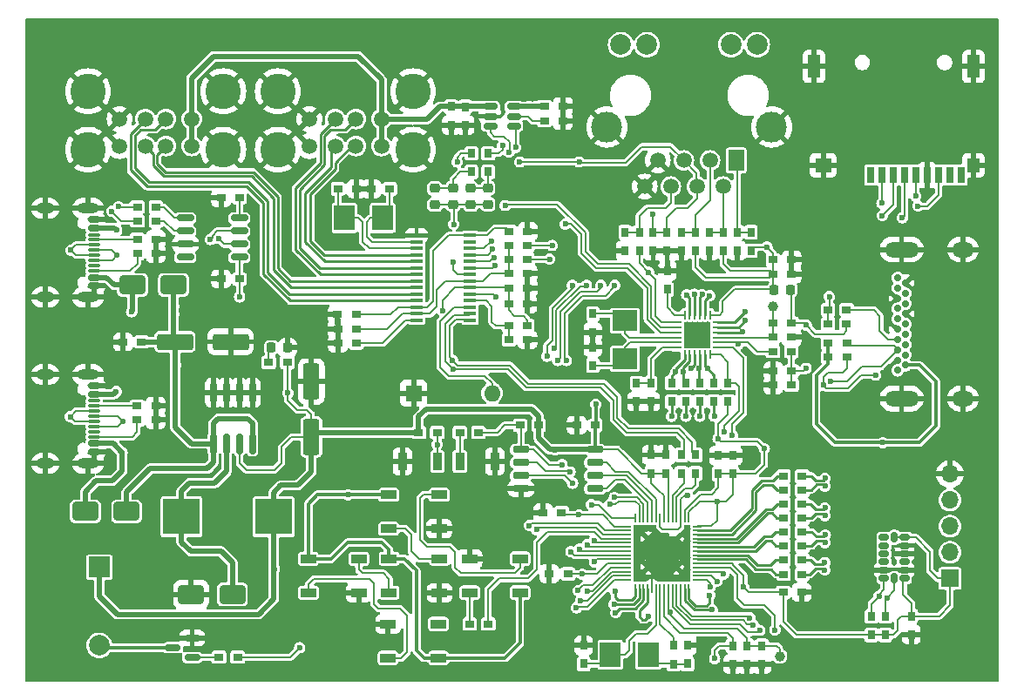
<source format=gbr>
%TF.GenerationSoftware,KiCad,Pcbnew,8.0.9-8.0.9-0~ubuntu24.04.1*%
%TF.CreationDate,2025-02-27T11:28:28+07:00*%
%TF.ProjectId,rp2040_dev,72703230-3430-45f6-9465-762e6b696361,rev?*%
%TF.SameCoordinates,Original*%
%TF.FileFunction,Copper,L1,Top*%
%TF.FilePolarity,Positive*%
%FSLAX46Y46*%
G04 Gerber Fmt 4.6, Leading zero omitted, Abs format (unit mm)*
G04 Created by KiCad (PCBNEW 8.0.9-8.0.9-0~ubuntu24.04.1) date 2025-02-27 11:28:28*
%MOMM*%
%LPD*%
G01*
G04 APERTURE LIST*
G04 Aperture macros list*
%AMRoundRect*
0 Rectangle with rounded corners*
0 $1 Rounding radius*
0 $2 $3 $4 $5 $6 $7 $8 $9 X,Y pos of 4 corners*
0 Add a 4 corners polygon primitive as box body*
4,1,4,$2,$3,$4,$5,$6,$7,$8,$9,$2,$3,0*
0 Add four circle primitives for the rounded corners*
1,1,$1+$1,$2,$3*
1,1,$1+$1,$4,$5*
1,1,$1+$1,$6,$7*
1,1,$1+$1,$8,$9*
0 Add four rect primitives between the rounded corners*
20,1,$1+$1,$2,$3,$4,$5,0*
20,1,$1+$1,$4,$5,$6,$7,0*
20,1,$1+$1,$6,$7,$8,$9,0*
20,1,$1+$1,$8,$9,$2,$3,0*%
G04 Aperture macros list end*
%TA.AperFunction,SMDPad,CuDef*%
%ADD10R,0.800000X0.900000*%
%TD*%
%TA.AperFunction,SMDPad,CuDef*%
%ADD11RoundRect,0.250000X1.000000X0.650000X-1.000000X0.650000X-1.000000X-0.650000X1.000000X-0.650000X0*%
%TD*%
%TA.AperFunction,SMDPad,CuDef*%
%ADD12R,0.900000X0.800000*%
%TD*%
%TA.AperFunction,ComponentPad*%
%ADD13R,1.500000X2.000000*%
%TD*%
%TA.AperFunction,ComponentPad*%
%ADD14C,1.500000*%
%TD*%
%TA.AperFunction,ComponentPad*%
%ADD15C,2.000000*%
%TD*%
%TA.AperFunction,ComponentPad*%
%ADD16C,3.000000*%
%TD*%
%TA.AperFunction,SMDPad,CuDef*%
%ADD17C,1.000000*%
%TD*%
%TA.AperFunction,SMDPad,CuDef*%
%ADD18RoundRect,0.250000X-1.500000X-0.550000X1.500000X-0.550000X1.500000X0.550000X-1.500000X0.550000X0*%
%TD*%
%TA.AperFunction,ComponentPad*%
%ADD19R,1.700000X1.700000*%
%TD*%
%TA.AperFunction,ComponentPad*%
%ADD20O,1.700000X1.700000*%
%TD*%
%TA.AperFunction,SMDPad,CuDef*%
%ADD21R,1.200000X0.400000*%
%TD*%
%TA.AperFunction,SMDPad,CuDef*%
%ADD22RoundRect,0.062500X-0.375000X-0.062500X0.375000X-0.062500X0.375000X0.062500X-0.375000X0.062500X0*%
%TD*%
%TA.AperFunction,SMDPad,CuDef*%
%ADD23RoundRect,0.062500X-0.062500X-0.375000X0.062500X-0.375000X0.062500X0.375000X-0.062500X0.375000X0*%
%TD*%
%TA.AperFunction,HeatsinkPad*%
%ADD24R,2.500000X2.500000*%
%TD*%
%TA.AperFunction,ComponentPad*%
%ADD25C,0.700000*%
%TD*%
%TA.AperFunction,ComponentPad*%
%ADD26O,2.100000X1.500000*%
%TD*%
%TA.AperFunction,ComponentPad*%
%ADD27O,3.300000X1.500000*%
%TD*%
%TA.AperFunction,SMDPad,CuDef*%
%ADD28RoundRect,0.150000X-0.650000X-0.150000X0.650000X-0.150000X0.650000X0.150000X-0.650000X0.150000X0*%
%TD*%
%TA.AperFunction,SMDPad,CuDef*%
%ADD29RoundRect,0.150000X-0.425000X0.150000X-0.425000X-0.150000X0.425000X-0.150000X0.425000X0.150000X0*%
%TD*%
%TA.AperFunction,SMDPad,CuDef*%
%ADD30RoundRect,0.075000X-0.500000X0.075000X-0.500000X-0.075000X0.500000X-0.075000X0.500000X0.075000X0*%
%TD*%
%TA.AperFunction,HeatsinkPad*%
%ADD31O,2.100000X1.000000*%
%TD*%
%TA.AperFunction,HeatsinkPad*%
%ADD32O,1.800000X1.000000*%
%TD*%
%TA.AperFunction,SMDPad,CuDef*%
%ADD33RoundRect,0.090000X-0.660000X-0.360000X0.660000X-0.360000X0.660000X0.360000X-0.660000X0.360000X0*%
%TD*%
%TA.AperFunction,SMDPad,CuDef*%
%ADD34RoundRect,0.150000X-0.675000X-0.150000X0.675000X-0.150000X0.675000X0.150000X-0.675000X0.150000X0*%
%TD*%
%TA.AperFunction,ComponentPad*%
%ADD35C,3.450000*%
%TD*%
%TA.AperFunction,SMDPad,CuDef*%
%ADD36R,0.900000X1.700000*%
%TD*%
%TA.AperFunction,SMDPad,CuDef*%
%ADD37RoundRect,0.150000X0.150000X-0.825000X0.150000X0.825000X-0.150000X0.825000X-0.150000X-0.825000X0*%
%TD*%
%TA.AperFunction,SMDPad,CuDef*%
%ADD38RoundRect,0.150000X-0.512500X-0.150000X0.512500X-0.150000X0.512500X0.150000X-0.512500X0.150000X0*%
%TD*%
%TA.AperFunction,SMDPad,CuDef*%
%ADD39R,2.000000X2.400000*%
%TD*%
%TA.AperFunction,SMDPad,CuDef*%
%ADD40RoundRect,0.150000X0.325000X0.150000X-0.325000X0.150000X-0.325000X-0.150000X0.325000X-0.150000X0*%
%TD*%
%TA.AperFunction,SMDPad,CuDef*%
%ADD41RoundRect,0.150000X0.150000X0.325000X-0.150000X0.325000X-0.150000X-0.325000X0.150000X-0.325000X0*%
%TD*%
%TA.AperFunction,SMDPad,CuDef*%
%ADD42R,0.700000X1.600000*%
%TD*%
%TA.AperFunction,SMDPad,CuDef*%
%ADD43R,1.200000X1.400000*%
%TD*%
%TA.AperFunction,SMDPad,CuDef*%
%ADD44R,1.200000X2.200000*%
%TD*%
%TA.AperFunction,SMDPad,CuDef*%
%ADD45R,1.600000X1.400000*%
%TD*%
%TA.AperFunction,ComponentPad*%
%ADD46R,2.000000X2.000000*%
%TD*%
%TA.AperFunction,SMDPad,CuDef*%
%ADD47R,3.550000X3.500000*%
%TD*%
%TA.AperFunction,SMDPad,CuDef*%
%ADD48RoundRect,0.090000X0.660000X0.360000X-0.660000X0.360000X-0.660000X-0.360000X0.660000X-0.360000X0*%
%TD*%
%TA.AperFunction,SMDPad,CuDef*%
%ADD49RoundRect,0.150000X0.587500X0.150000X-0.587500X0.150000X-0.587500X-0.150000X0.587500X-0.150000X0*%
%TD*%
%TA.AperFunction,SMDPad,CuDef*%
%ADD50RoundRect,0.250000X0.550000X-1.500000X0.550000X1.500000X-0.550000X1.500000X-0.550000X-1.500000X0*%
%TD*%
%TA.AperFunction,SMDPad,CuDef*%
%ADD51RoundRect,0.050000X-0.387500X-0.050000X0.387500X-0.050000X0.387500X0.050000X-0.387500X0.050000X0*%
%TD*%
%TA.AperFunction,SMDPad,CuDef*%
%ADD52RoundRect,0.050000X-0.050000X-0.387500X0.050000X-0.387500X0.050000X0.387500X-0.050000X0.387500X0*%
%TD*%
%TA.AperFunction,HeatsinkPad*%
%ADD53C,0.500000*%
%TD*%
%TA.AperFunction,HeatsinkPad*%
%ADD54R,3.200000X3.200000*%
%TD*%
%TA.AperFunction,SMDPad,CuDef*%
%ADD55RoundRect,0.218750X-0.256250X0.218750X-0.256250X-0.218750X0.256250X-0.218750X0.256250X0.218750X0*%
%TD*%
%TA.AperFunction,ComponentPad*%
%ADD56R,1.600000X1.600000*%
%TD*%
%TA.AperFunction,ComponentPad*%
%ADD57O,1.600000X1.600000*%
%TD*%
%TA.AperFunction,SMDPad,CuDef*%
%ADD58RoundRect,0.218750X0.256250X-0.218750X0.256250X0.218750X-0.256250X0.218750X-0.256250X-0.218750X0*%
%TD*%
%TA.AperFunction,SMDPad,CuDef*%
%ADD59R,2.400000X2.000000*%
%TD*%
%TA.AperFunction,SMDPad,CuDef*%
%ADD60RoundRect,0.218750X0.218750X0.256250X-0.218750X0.256250X-0.218750X-0.256250X0.218750X-0.256250X0*%
%TD*%
%TA.AperFunction,ViaPad*%
%ADD61C,0.600000*%
%TD*%
%TA.AperFunction,Conductor*%
%ADD62C,0.200000*%
%TD*%
%TA.AperFunction,Conductor*%
%ADD63C,0.500000*%
%TD*%
%TA.AperFunction,Conductor*%
%ADD64C,0.300000*%
%TD*%
%TA.AperFunction,Conductor*%
%ADD65C,0.250000*%
%TD*%
G04 APERTURE END LIST*
D10*
%TO.P,R62,1*%
%TO.N,/PHYAD0*%
X172413000Y-105634000D03*
%TO.P,R62,2*%
%TO.N,/RMII_RXER*%
X172413000Y-107434000D03*
%TD*%
D11*
%TO.P,D1,1,K*%
%TO.N,+5V*%
X116717500Y-118130000D03*
%TO.P,D1,2,A*%
%TO.N,Net-(D1-A)*%
X112717500Y-118130000D03*
%TD*%
D10*
%TO.P,C32,1*%
%TO.N,GND*%
X167871000Y-92779869D03*
%TO.P,C32,2*%
%TO.N,/VDDA*%
X167871000Y-90979869D03*
%TD*%
D12*
%TO.P,R34,1*%
%TO.N,/GPIO2*%
X151850000Y-129080000D03*
%TO.P,R34,2*%
%TO.N,Net-(D5-DIN)*%
X150050000Y-129080000D03*
%TD*%
D13*
%TO.P,J8,1,TD+*%
%TO.N,/TXP*%
X175946000Y-83987000D03*
D14*
%TO.P,J8,2,TD-*%
%TO.N,/TXN*%
X174676000Y-86527000D03*
%TO.P,J8,3,RD+*%
%TO.N,/RXP*%
X173406000Y-83987000D03*
%TO.P,J8,4,TCT*%
%TO.N,/VDDA*%
X172136000Y-86527000D03*
%TO.P,J8,5,RCT*%
X170866000Y-83987000D03*
%TO.P,J8,6,RD-*%
%TO.N,/RXN*%
X169596000Y-86527000D03*
%TO.P,J8,7,NC*%
%TO.N,GND*%
X168326000Y-83987000D03*
%TO.P,J8,8*%
X167056000Y-86527000D03*
D15*
%TO.P,J8,9,LEDG_A*%
%TO.N,/LED_GR+*%
X177966000Y-72747000D03*
%TO.P,J8,10,LEDG_K*%
%TO.N,/LED_GR-*%
X175426000Y-72747000D03*
%TO.P,J8,11,LEDY_K*%
%TO.N,/LED_YL-*%
X167266000Y-72747000D03*
%TO.P,J8,12,LEDY_A*%
%TO.N,/LED_YL+*%
X164726000Y-72747000D03*
D16*
%TO.P,J8,13,SHIELD*%
%TO.N,GND*%
X163386000Y-80747000D03*
X179386000Y-80747000D03*
%TD*%
D17*
%TO.P,TP1,1,1*%
%TO.N,Net-(U6-VREG_VOUT)*%
X180154000Y-132192000D03*
%TD*%
D12*
%TO.P,C41,1*%
%TO.N,/VDDA*%
X179522065Y-95060000D03*
%TO.P,C41,2*%
%TO.N,GND*%
X181322065Y-95060000D03*
%TD*%
%TO.P,R11,1*%
%TO.N,Net-(J1-CC2)*%
X117740000Y-109226000D03*
%TO.P,R11,2*%
%TO.N,GND*%
X119540000Y-109226000D03*
%TD*%
D10*
%TO.P,C21,1*%
%TO.N,GND*%
X161124000Y-131147066D03*
%TO.P,C21,2*%
%TO.N,Net-(U6-XIN)*%
X161124000Y-132947066D03*
%TD*%
D18*
%TO.P,C12,2*%
%TO.N,GND*%
X126822000Y-101627000D03*
%TO.P,C12,1*%
%TO.N,+5V*%
X121422000Y-101627000D03*
%TD*%
D19*
%TO.P,J4,1,Pin_1*%
%TO.N,+3.3V*%
X196710000Y-124645000D03*
D20*
%TO.P,J4,2,Pin_2*%
%TO.N,/SWCLK*%
X196710000Y-122105000D03*
%TO.P,J4,3,Pin_3*%
%TO.N,/SWD*%
X196710000Y-119565000D03*
%TO.P,J4,4,Pin_4*%
%TO.N,/RESET*%
X196710000Y-117025000D03*
%TO.P,J4,5,Pin_5*%
%TO.N,GND*%
X196710000Y-114485000D03*
%TD*%
D12*
%TO.P,R29,1*%
%TO.N,/HDMI_SDA*%
X186681000Y-103097750D03*
%TO.P,R29,2*%
%TO.N,+5V*%
X184881000Y-103097750D03*
%TD*%
%TO.P,C29,1*%
%TO.N,GND*%
X137213000Y-98987000D03*
%TO.P,C29,2*%
%TO.N,Net-(U8-VD18)*%
X139013000Y-98987000D03*
%TD*%
D21*
%TO.P,U8,1,VSS*%
%TO.N,GND*%
X144890000Y-91289000D03*
%TO.P,U8,2,XOUT*%
%TO.N,Net-(U8-XOUT)*%
X144890000Y-91924000D03*
%TO.P,U8,3,XIN*%
%TO.N,Net-(U8-XIN)*%
X144890000Y-92559000D03*
%TO.P,U8,4,DM4*%
%TO.N,/DM4*%
X144890000Y-93194000D03*
%TO.P,U8,5,DP4*%
%TO.N,/DP4*%
X144890000Y-93829000D03*
%TO.P,U8,6,DM3*%
%TO.N,/DM3*%
X144890000Y-94464000D03*
%TO.P,U8,7,DP3*%
%TO.N,/DP3*%
X144890000Y-95099000D03*
%TO.P,U8,8,DM2*%
%TO.N,/DM2*%
X144890000Y-95734000D03*
%TO.P,U8,9,DP2*%
%TO.N,/DP2*%
X144890000Y-96369000D03*
%TO.P,U8,10,DM1*%
%TO.N,/DM1*%
X144890000Y-97004000D03*
%TO.P,U8,11,DP1*%
%TO.N,/DP1*%
X144890000Y-97639000D03*
%TO.P,U8,12,VD18_O*%
%TO.N,Net-(U8-VD18)*%
X144890000Y-98274000D03*
%TO.P,U8,13,VD33*%
%TO.N,/VD33_O*%
X144890000Y-98909000D03*
%TO.P,U8,14,REXT*%
%TO.N,Net-(U8-REXT)*%
X144890000Y-99544000D03*
%TO.P,U8,15,DMU*%
%TO.N,/USB_DM*%
X150090000Y-99544000D03*
%TO.P,U8,16,DPU*%
%TO.N,/USB_DP*%
X150090000Y-98909000D03*
%TO.P,U8,17,~{XRSTJ}*%
%TO.N,/HUB_RST*%
X150090000Y-98274000D03*
%TO.P,U8,18,VBUSM*%
%TO.N,Net-(U8-VBUSM)*%
X150090000Y-97639000D03*
%TO.P,U8,19,BUSJ*%
%TO.N,Net-(U8-BUSJ)*%
X150090000Y-97004000D03*
%TO.P,U8,20,VDD5*%
%TO.N,+5V*%
X150090000Y-96369000D03*
%TO.P,U8,21,VD33_O*%
%TO.N,/VD33_O*%
X150090000Y-95734000D03*
%TO.P,U8,22,DRV*%
%TO.N,Net-(D10-A)*%
X150090000Y-95099000D03*
%TO.P,U8,23,LED1/EESCL*%
%TO.N,Net-(U8-LED1{slash}EESCL)*%
X150090000Y-94464000D03*
%TO.P,U8,24,LED2*%
%TO.N,Net-(U8-LED2)*%
X150090000Y-93829000D03*
%TO.P,U8,25,PWRJ*%
%TO.N,/PWREN*%
X150090000Y-93194000D03*
%TO.P,U8,26,OVCJ*%
%TO.N,/OVCUR*%
X150090000Y-92559000D03*
%TO.P,U8,27,TESTJ/EESDA*%
%TO.N,unconnected-(U8-TESTJ{slash}EESDA-Pad27)*%
X150090000Y-91924000D03*
%TO.P,U8,28,VD18*%
%TO.N,Net-(U8-VD18)*%
X150090000Y-91289000D03*
%TD*%
D22*
%TO.P,U9,1,VDD2A*%
%TO.N,/VDDA*%
X170236500Y-99702500D03*
%TO.P,U9,2,LED2/~{INTSEL}*%
%TO.N,/LED2{slash}nINTSEL*%
X170236500Y-100202500D03*
%TO.P,U9,3,LED1/REGOFF*%
%TO.N,/LED1{slash}REGOFF*%
X170236500Y-100702500D03*
%TO.P,U9,4,XTAL2*%
%TO.N,Net-(U9-XTAL2)*%
X170236500Y-101202500D03*
%TO.P,U9,5,XTAL1/CLKIN*%
%TO.N,Net-(U9-XTAL1{slash}CLKIN)*%
X170236500Y-101702500D03*
%TO.P,U9,6,VDDCR*%
%TO.N,Net-(U9-VDDCR)*%
X170236500Y-102202500D03*
D23*
%TO.P,U9,7,RXD1/MODE1*%
%TO.N,/MODE1*%
X170924000Y-102890000D03*
%TO.P,U9,8,RXD0/MODE0*%
%TO.N,/MODE0*%
X171424000Y-102890000D03*
%TO.P,U9,9,VDDIO*%
%TO.N,+3.3V*%
X171924000Y-102890000D03*
%TO.P,U9,10,RXER/PHYAD0*%
%TO.N,/PHYAD0*%
X172424000Y-102890000D03*
%TO.P,U9,11,CRS_DV/MODE2*%
%TO.N,/MODE2*%
X172924000Y-102890000D03*
%TO.P,U9,12,MDIO*%
%TO.N,/MDIO*%
X173424000Y-102890000D03*
D22*
%TO.P,U9,13,MDC*%
%TO.N,/MDC*%
X174111500Y-102202500D03*
%TO.P,U9,14,~{INT}/REFCLKO*%
%TO.N,/~{INT}{slash}RETCLK*%
X174111500Y-101702500D03*
%TO.P,U9,15,~{RST}*%
%TO.N,/EPHY_RST*%
X174111500Y-101202500D03*
%TO.P,U9,16,TXEN*%
%TO.N,/TX-EN*%
X174111500Y-100702500D03*
%TO.P,U9,17,TXD0*%
%TO.N,/TX0*%
X174111500Y-100202500D03*
%TO.P,U9,18,TXD1*%
%TO.N,/TX1*%
X174111500Y-99702500D03*
D23*
%TO.P,U9,19,VDD1A*%
%TO.N,/VDDA*%
X173424000Y-99015000D03*
%TO.P,U9,20,TXN*%
%TO.N,/TXN*%
X172924000Y-99015000D03*
%TO.P,U9,21,TXP*%
%TO.N,/TXP*%
X172424000Y-99015000D03*
%TO.P,U9,22,RXN*%
%TO.N,/RXN*%
X171924000Y-99015000D03*
%TO.P,U9,23,RXP*%
%TO.N,/RXP*%
X171424000Y-99015000D03*
%TO.P,U9,24,RBIAS*%
%TO.N,Net-(U9-RBIAS)*%
X170924000Y-99015000D03*
D24*
%TO.P,U9,25,VSS*%
%TO.N,GND*%
X172174000Y-100952500D03*
%TD*%
D12*
%TO.P,R14,1*%
%TO.N,Net-(J2-CC1)*%
X117760000Y-91666000D03*
%TO.P,R14,2*%
%TO.N,GND*%
X119560000Y-91666000D03*
%TD*%
%TO.P,R24,1*%
%TO.N,/HDMI_CLK+*%
X180545000Y-116045000D03*
%TO.P,R24,2*%
%TO.N,/HDMI_CLK_P*%
X182345000Y-116045000D03*
%TD*%
%TO.P,R6,1*%
%TO.N,Net-(SW1-B)*%
X149088000Y-110451000D03*
%TO.P,R6,2*%
%TO.N,/QSPI_CS*%
X150888000Y-110451000D03*
%TD*%
D10*
%TO.P,R36,1*%
%TO.N,Net-(U8-LED2)*%
X151839000Y-83301000D03*
%TO.P,R36,2*%
%TO.N,Net-(D12-K)*%
X151839000Y-85101000D03*
%TD*%
D12*
%TO.P,R68,1*%
%TO.N,/VD33_O*%
X153854000Y-93614000D03*
%TO.P,R68,2*%
%TO.N,/HUB_RST*%
X155654000Y-93614000D03*
%TD*%
%TO.P,R7,1*%
%TO.N,Net-(J2-D--PadA7)*%
X117757000Y-89881000D03*
%TO.P,R7,2*%
%TO.N,/UDN*%
X119557000Y-89881000D03*
%TD*%
%TO.P,R30,1*%
%TO.N,/HDMI_SCL*%
X186681000Y-101741750D03*
%TO.P,R30,2*%
%TO.N,+5V*%
X184881000Y-101741750D03*
%TD*%
D25*
%TO.P,J5,1,D2+*%
%TO.N,/HDMI_TX2_P*%
X191633500Y-95407250D03*
%TO.P,J5,2,D2S*%
%TO.N,GND*%
X192383500Y-95907250D03*
%TO.P,J5,3,D2-*%
%TO.N,/HDMI_TX2_N*%
X191633500Y-96407250D03*
%TO.P,J5,4,D1+*%
%TO.N,/HDMI_TX1_P*%
X192383500Y-96907250D03*
%TO.P,J5,5,D1S*%
%TO.N,GND*%
X191633500Y-97407250D03*
%TO.P,J5,6,D1-*%
%TO.N,/HDMI_TX1_N*%
X192383500Y-97907250D03*
%TO.P,J5,7,D0+*%
%TO.N,/HDMI_TX0_P*%
X191633500Y-98407250D03*
%TO.P,J5,8,D0S*%
%TO.N,GND*%
X192383500Y-98907250D03*
%TO.P,J5,9,D0-*%
%TO.N,/HDMI_TX0_N*%
X191633500Y-99407250D03*
%TO.P,J5,10,CK+*%
%TO.N,/HDMI_CLK_P*%
X192383500Y-99907250D03*
%TO.P,J5,11,CKS*%
%TO.N,GND*%
X191633500Y-100407250D03*
%TO.P,J5,12,CK-*%
%TO.N,/HDMI_CLK_N*%
X192383500Y-100907250D03*
%TO.P,J5,13,CEC*%
%TO.N,/HDMI0_CEC*%
X191633500Y-101407250D03*
%TO.P,J5,14,UTILITY/HEAC+*%
%TO.N,unconnected-(J5-UTILITY{slash}HEAC+-Pad14)*%
X192383500Y-101907250D03*
%TO.P,J5,15,SCL*%
%TO.N,/HDMI_SCL*%
X191633500Y-102407250D03*
%TO.P,J5,16,SDA*%
%TO.N,/HDMI_SDA*%
X192383500Y-102907250D03*
%TO.P,J5,17,GND*%
%TO.N,GND*%
X191633500Y-103407250D03*
%TO.P,J5,18,+5V*%
%TO.N,+5V*%
X192383500Y-103907250D03*
%TO.P,J5,19,HPD/HEAC-*%
%TO.N,unconnected-(J5-HPD{slash}HEAC--Pad19)*%
X191633500Y-104407250D03*
D26*
%TO.P,J5,SH1,SH*%
%TO.N,GND*%
X197958500Y-107157250D03*
%TO.P,J5,SH2,SH*%
X197958500Y-92657250D03*
D27*
%TO.P,J5,SH3,SH*%
X192008500Y-107157250D03*
%TO.P,J5,SH4,SH*%
X192008500Y-92657250D03*
%TD*%
D28*
%TO.P,U3,1,~{CS}*%
%TO.N,/QSPI_CS*%
X155028000Y-112105000D03*
%TO.P,U3,2,DO(IO1)*%
%TO.N,/QSPI_SD1*%
X155028000Y-113375000D03*
%TO.P,U3,3,IO2*%
%TO.N,/QSPI_SD2*%
X155028000Y-114645000D03*
%TO.P,U3,4,GND*%
%TO.N,GND*%
X155028000Y-115915000D03*
%TO.P,U3,5,DI(IO0)*%
%TO.N,/QSPI_SD0*%
X162228000Y-115915000D03*
%TO.P,U3,6,CLK*%
%TO.N,/QSPI_SCLK*%
X162228000Y-114645000D03*
%TO.P,U3,7,IO3*%
%TO.N,/QSPI_SD3*%
X162228000Y-113375000D03*
%TO.P,U3,8,VCC*%
%TO.N,+3.3V*%
X162228000Y-112105000D03*
%TD*%
D10*
%TO.P,C44,1*%
%TO.N,GND*%
X162013000Y-102134066D03*
%TO.P,C44,2*%
%TO.N,Net-(U9-XTAL1{slash}CLKIN)*%
X162013000Y-103934066D03*
%TD*%
D11*
%TO.P,D4,1,K*%
%TO.N,Net-(D4-K)*%
X126990000Y-126200000D03*
%TO.P,D4,2,A*%
%TO.N,GND*%
X122990000Y-126200000D03*
%TD*%
D12*
%TO.P,C26,1*%
%TO.N,GND*%
X155674000Y-90910000D03*
%TO.P,C26,2*%
%TO.N,Net-(U8-VD18)*%
X153874000Y-90910000D03*
%TD*%
%TO.P,R3,1*%
%TO.N,Net-(D3-A)*%
X130517000Y-103631000D03*
%TO.P,R3,2*%
%TO.N,+3.3V*%
X132317000Y-103631000D03*
%TD*%
D29*
%TO.P,J1,A1,GND*%
%TO.N,GND*%
X113566000Y-105928000D03*
%TO.P,J1,A4,VBUS*%
%TO.N,Net-(D1-A)*%
X113566000Y-106728000D03*
D30*
%TO.P,J1,A5,CC1*%
%TO.N,Net-(J1-CC1)*%
X113566000Y-107878000D03*
%TO.P,J1,A6,D+*%
%TO.N,/USB_DP*%
X113566000Y-108878000D03*
%TO.P,J1,A7,D-*%
%TO.N,/USB_DM*%
X113566000Y-109378000D03*
%TO.P,J1,A8,SBU1*%
%TO.N,unconnected-(J1-SBU1-PadA8)*%
X113566000Y-110378000D03*
D29*
%TO.P,J1,A9,VBUS*%
%TO.N,Net-(D1-A)*%
X113566000Y-111528000D03*
%TO.P,J1,A12,GND*%
%TO.N,GND*%
X113566000Y-112328000D03*
%TO.P,J1,B1,GND*%
X113566000Y-112328000D03*
%TO.P,J1,B4,VBUS*%
%TO.N,Net-(D1-A)*%
X113566000Y-111528000D03*
D30*
%TO.P,J1,B5,CC2*%
%TO.N,Net-(J1-CC2)*%
X113566000Y-110878000D03*
%TO.P,J1,B6,D+*%
%TO.N,/USB_DP*%
X113566000Y-109878000D03*
%TO.P,J1,B7,D-*%
%TO.N,/USB_DM*%
X113566000Y-108378000D03*
%TO.P,J1,B8,SBU2*%
%TO.N,unconnected-(J1-SBU2-PadB8)*%
X113566000Y-107378000D03*
D29*
%TO.P,J1,B9,VBUS*%
%TO.N,Net-(D1-A)*%
X113566000Y-106728000D03*
%TO.P,J1,B12,GND*%
%TO.N,GND*%
X113566000Y-105928000D03*
D31*
%TO.P,J1,S1,SHIELD*%
X112991000Y-104808000D03*
D32*
X108811000Y-104808000D03*
D31*
X112991000Y-113448000D03*
D32*
X108811000Y-113448000D03*
%TD*%
D33*
%TO.P,D8,1,VDD*%
%TO.N,+5V*%
X134378000Y-122740000D03*
%TO.P,D8,2,DOUT*%
%TO.N,Net-(D8-DOUT)*%
X134378000Y-126040000D03*
%TO.P,D8,3,VSS*%
%TO.N,GND*%
X139278000Y-126040000D03*
%TO.P,D8,4,DIN*%
%TO.N,Net-(D7-DOUT)*%
X139278000Y-122740000D03*
%TD*%
D12*
%TO.P,R18,1*%
%TO.N,/HDMI_D2+*%
X180545000Y-124232000D03*
%TO.P,R18,2*%
%TO.N,/HDMI_TX2_P*%
X182345000Y-124232000D03*
%TD*%
%TO.P,R31,1*%
%TO.N,/GPIO7*%
X184858000Y-99901750D03*
%TO.P,R31,2*%
%TO.N,+3.3V*%
X186658000Y-99901750D03*
%TD*%
%TO.P,R19,1*%
%TO.N,/HDMI_D2-*%
X180545000Y-122847000D03*
%TO.P,R19,2*%
%TO.N,/HDMI_TX2_N*%
X182345000Y-122847000D03*
%TD*%
D34*
%TO.P,U5,1,UD+*%
%TO.N,/UDP*%
X122417000Y-89599000D03*
%TO.P,U5,2,UD-*%
%TO.N,/UDN*%
X122417000Y-90869000D03*
%TO.P,U5,3,GND*%
%TO.N,GND*%
X122417000Y-92139000D03*
%TO.P,U5,4,~{RTS}*%
%TO.N,unconnected-(U5-~{RTS}-Pad4)*%
X122417000Y-93409000D03*
%TO.P,U5,5,VCC*%
%TO.N,+3.3V*%
X127667000Y-93409000D03*
%TO.P,U5,6,TXD*%
%TO.N,/UART0_TX*%
X127667000Y-92139000D03*
%TO.P,U5,7,RXD*%
%TO.N,/UART0_RX*%
X127667000Y-90869000D03*
%TO.P,U5,8,V3*%
%TO.N,Net-(U5-V3)*%
X127667000Y-89599000D03*
%TD*%
D10*
%TO.P,C18,1*%
%TO.N,GND*%
X167681000Y-112630632D03*
%TO.P,C18,2*%
%TO.N,+3.3V*%
X167681000Y-114430632D03*
%TD*%
D12*
%TO.P,R37,1*%
%TO.N,GND*%
X137242000Y-101750000D03*
%TO.P,R37,2*%
%TO.N,Net-(U8-REXT)*%
X139042000Y-101750000D03*
%TD*%
D10*
%TO.P,C15,1*%
%TO.N,GND*%
X177005000Y-132988000D03*
%TO.P,C15,2*%
%TO.N,Net-(U6-VREG_VOUT)*%
X177005000Y-131188000D03*
%TD*%
D12*
%TO.P,R27,1*%
%TO.N,Net-(U8-VBUSM)*%
X153854000Y-100068000D03*
%TO.P,R27,2*%
%TO.N,+5V*%
X155654000Y-100068000D03*
%TD*%
D10*
%TO.P,C17,1*%
%TO.N,GND*%
X178446000Y-132988000D03*
%TO.P,C17,2*%
%TO.N,Net-(U6-VREG_VOUT)*%
X178446000Y-131188000D03*
%TD*%
D12*
%TO.P,R55,1*%
%TO.N,/~{INT}{slash}RETCLK*%
X179513000Y-102574000D03*
%TO.P,R55,2*%
%TO.N,+3.3V*%
X181313000Y-102574000D03*
%TD*%
D11*
%TO.P,D2,1,K*%
%TO.N,+5V*%
X121283500Y-96103000D03*
%TO.P,D2,2,A*%
%TO.N,Net-(D2-A)*%
X117283500Y-96103000D03*
%TD*%
D12*
%TO.P,C13,1*%
%TO.N,GND*%
X116373066Y-101651000D03*
%TO.P,C13,2*%
%TO.N,+5V*%
X118173066Y-101651000D03*
%TD*%
D14*
%TO.P,J7,1,VBUS`*%
%TO.N,/VUSB*%
X141477000Y-82592000D03*
%TO.P,J7,2,D-`*%
%TO.N,/DM4*%
X138977000Y-82592000D03*
%TO.P,J7,3,D+`*%
%TO.N,/DP4*%
X136977000Y-82592000D03*
%TO.P,J7,4,GND`*%
%TO.N,GND*%
X134477000Y-82592000D03*
%TO.P,J7,5,VBUS*%
%TO.N,/VUSB*%
X141477000Y-79972000D03*
%TO.P,J7,6,D-*%
%TO.N,/DM3*%
X138977000Y-79972000D03*
%TO.P,J7,7,D+*%
%TO.N,/DP3*%
X136977000Y-79972000D03*
%TO.P,J7,8,GND*%
%TO.N,GND*%
X134477000Y-79972000D03*
D35*
%TO.P,J7,MT1,MT1*%
X144547000Y-77262000D03*
%TO.P,J7,MT2,MT2*%
X131407000Y-77262000D03*
%TO.P,J7,MT3,MT3*%
X144547000Y-82942000D03*
%TO.P,J7,MT4,MT4*%
X131407000Y-82942000D03*
%TD*%
D10*
%TO.P,C36,1*%
%TO.N,/VDDA*%
X169228000Y-90970000D03*
%TO.P,C36,2*%
%TO.N,GND*%
X169228000Y-92770000D03*
%TD*%
D36*
%TO.P,SW2,1,A*%
%TO.N,GND*%
X143520000Y-113280000D03*
%TO.P,SW2,2,B*%
%TO.N,/RESET*%
X146920000Y-113280000D03*
%TD*%
D10*
%TO.P,R44,1*%
%TO.N,/VDDA*%
X166525000Y-92779934D03*
%TO.P,R44,2*%
%TO.N,/RXN*%
X166525000Y-90979934D03*
%TD*%
D36*
%TO.P,SW1,1,A*%
%TO.N,GND*%
X152487000Y-113280000D03*
%TO.P,SW1,2,B*%
%TO.N,Net-(SW1-B)*%
X149087000Y-113280000D03*
%TD*%
D10*
%TO.P,R35,1*%
%TO.N,Net-(U8-LED1{slash}EESCL)*%
X150216000Y-83301000D03*
%TO.P,R35,2*%
%TO.N,Net-(D10-K)*%
X150216000Y-85101000D03*
%TD*%
%TO.P,C38,1*%
%TO.N,/RXP*%
X170598000Y-90970000D03*
%TO.P,C38,2*%
%TO.N,GND*%
X170598000Y-92770000D03*
%TD*%
%TO.P,C5,1*%
%TO.N,GND*%
X175597000Y-132988000D03*
%TO.P,C5,2*%
%TO.N,+3.3V*%
X175597000Y-131188000D03*
%TD*%
D12*
%TO.P,C23,1*%
%TO.N,GND*%
X159113000Y-78747500D03*
%TO.P,C23,2*%
%TO.N,+5V*%
X157313000Y-78747500D03*
%TD*%
D37*
%TO.P,U2,1,VIN*%
%TO.N,+5V*%
X125141000Y-111554000D03*
%TO.P,U2,2,OUT*%
%TO.N,Net-(D4-K)*%
X126411000Y-111554000D03*
%TO.P,U2,3,FB*%
%TO.N,+3.3V*%
X127681000Y-111554000D03*
%TO.P,U2,4,~{EN}*%
%TO.N,+5V*%
X128951000Y-111554000D03*
%TO.P,U2,5,GND*%
%TO.N,GND*%
X128951000Y-106604000D03*
%TO.P,U2,6,GND*%
X127681000Y-106604000D03*
%TO.P,U2,7,GND*%
X126411000Y-106604000D03*
%TO.P,U2,8,GND*%
X125141000Y-106604000D03*
%TD*%
D38*
%TO.P,U7,1,VOUT*%
%TO.N,/VUSB*%
X152070500Y-78746500D03*
%TO.P,U7,2,GND*%
%TO.N,GND*%
X152070500Y-79696500D03*
%TO.P,U7,3,~{FLAG}*%
%TO.N,/OVCUR*%
X152070500Y-80646500D03*
%TO.P,U7,4,~{EN}*%
%TO.N,/PWREN*%
X154345500Y-80646500D03*
%TO.P,U7,5,ISET*%
%TO.N,Net-(U7-ISET)*%
X154345500Y-79696500D03*
%TO.P,U7,6,VIN*%
%TO.N,+5V*%
X154345500Y-78746500D03*
%TD*%
D12*
%TO.P,R28,1*%
%TO.N,/GPIO7*%
X184866000Y-98511750D03*
%TO.P,R28,2*%
%TO.N,/HDMI0_CEC*%
X186666000Y-98511750D03*
%TD*%
%TO.P,C28,1*%
%TO.N,GND*%
X137237000Y-100384000D03*
%TO.P,C28,2*%
%TO.N,/VD33_O*%
X139037000Y-100384000D03*
%TD*%
D10*
%TO.P,R4,1*%
%TO.N,/I2C1_SCL*%
X190410000Y-128340000D03*
%TO.P,R4,2*%
%TO.N,+3.3V*%
X190410000Y-130140000D03*
%TD*%
D14*
%TO.P,J6,1,VBUS`*%
%TO.N,/VUSB*%
X123041000Y-82592000D03*
%TO.P,J6,2,D-`*%
%TO.N,/DM2*%
X120541000Y-82592000D03*
%TO.P,J6,3,D+`*%
%TO.N,/DP2*%
X118541000Y-82592000D03*
%TO.P,J6,4,GND`*%
%TO.N,GND*%
X116041000Y-82592000D03*
%TO.P,J6,5,VBUS*%
%TO.N,/VUSB*%
X123041000Y-79972000D03*
%TO.P,J6,6,D-*%
%TO.N,/DM1*%
X120541000Y-79972000D03*
%TO.P,J6,7,D+*%
%TO.N,/DP1*%
X118541000Y-79972000D03*
%TO.P,J6,8,GND*%
%TO.N,GND*%
X116041000Y-79972000D03*
D35*
%TO.P,J6,MT1,MT1*%
X126111000Y-77262000D03*
%TO.P,J6,MT2,MT2*%
X112971000Y-77262000D03*
%TO.P,J6,MT3,MT3*%
X126111000Y-82942000D03*
%TO.P,J6,MT4,MT4*%
X112971000Y-82942000D03*
%TD*%
D12*
%TO.P,C19,1*%
%TO.N,GND*%
X125894000Y-95519000D03*
%TO.P,C19,2*%
%TO.N,+3.3V*%
X127694000Y-95519000D03*
%TD*%
%TO.P,C3,1*%
%TO.N,GND*%
X160442000Y-109743000D03*
%TO.P,C3,2*%
%TO.N,+3.3V*%
X162242000Y-109743000D03*
%TD*%
D39*
%TO.P,Y2,1,1*%
%TO.N,Net-(U8-XIN)*%
X137895000Y-89594500D03*
%TO.P,Y2,2,2*%
%TO.N,Net-(U8-XOUT)*%
X141595000Y-89594500D03*
%TD*%
D10*
%TO.P,C16,1*%
%TO.N,GND*%
X169101000Y-112630632D03*
%TO.P,C16,2*%
%TO.N,+3.3V*%
X169101000Y-114430632D03*
%TD*%
D12*
%TO.P,C33,1*%
%TO.N,+3.3V*%
X181322935Y-104472000D03*
%TO.P,C33,2*%
%TO.N,GND*%
X179522935Y-104472000D03*
%TD*%
D40*
%TO.P,U4,1,Vdd_I/O*%
%TO.N,+3.3V*%
X192292500Y-124637500D03*
%TO.P,U4,2,GND*%
%TO.N,GND*%
X192292500Y-123837500D03*
%TO.P,U4,3,RES*%
%TO.N,unconnected-(U4-RES-Pad3)*%
X192292500Y-123037500D03*
%TO.P,U4,4,GND*%
%TO.N,GND*%
X192292500Y-122237500D03*
%TO.P,U4,5,GND*%
X192292500Y-121437500D03*
%TO.P,U4,6,Vs*%
%TO.N,+3.3V*%
X192292500Y-120637500D03*
D41*
%TO.P,U4,7,~{CS}*%
X191292500Y-120637500D03*
D40*
%TO.P,U4,8,INT1*%
%TO.N,unconnected-(U4-INT1-Pad8)*%
X190292500Y-120637500D03*
%TO.P,U4,9,INT2*%
%TO.N,unconnected-(U4-INT2-Pad9)*%
X190292500Y-121437500D03*
%TO.P,U4,10,NC*%
%TO.N,unconnected-(U4-NC-Pad10)*%
X190292500Y-122237500D03*
%TO.P,U4,11,RES*%
%TO.N,unconnected-(U4-RES-Pad11)*%
X190292500Y-123037500D03*
%TO.P,U4,12,SDO/ADDR*%
%TO.N,GND*%
X190292500Y-123837500D03*
%TO.P,U4,13,SDA/SDI/SDIO*%
%TO.N,/I2C1_SDA*%
X190292500Y-124637500D03*
D41*
%TO.P,U4,14,SCL/SCLK*%
%TO.N,/I2C1_SCL*%
X191292500Y-124637500D03*
%TD*%
D12*
%TO.P,C1,1*%
%TO.N,GND*%
X157178000Y-118259000D03*
%TO.P,C1,2*%
%TO.N,+3.3V*%
X158978000Y-118259000D03*
%TD*%
%TO.P,R2,1*%
%TO.N,/QSPI_CS*%
X154954000Y-109742500D03*
%TO.P,R2,2*%
%TO.N,+3.3V*%
X156754000Y-109742500D03*
%TD*%
D42*
%TO.P,J3,1,DAT2*%
%TO.N,unconnected-(J3-DAT2-Pad1)*%
X189000000Y-85409395D03*
%TO.P,J3,2,DAT3/CD*%
%TO.N,/SD_CS*%
X190100000Y-85409395D03*
%TO.P,J3,3,CMD*%
%TO.N,/SD_MOSI*%
X191200000Y-85409395D03*
%TO.P,J3,4,VDD*%
%TO.N,+3.3V*%
X192300000Y-85409395D03*
%TO.P,J3,5,CLK*%
%TO.N,/SD_SCK*%
X193400000Y-85409395D03*
%TO.P,J3,6,VSS*%
%TO.N,GND*%
X194500000Y-85409395D03*
%TO.P,J3,7,DAT0*%
%TO.N,/SD_MISO*%
X195600000Y-85409395D03*
%TO.P,J3,8,DAT1*%
%TO.N,unconnected-(J3-DAT1-Pad8)*%
X196700000Y-85409395D03*
%TO.P,J3,9,DET*%
%TO.N,unconnected-(J3-DET-Pad9)*%
X197800000Y-85409395D03*
D43*
%TO.P,J3,10,SHIELD*%
%TO.N,GND*%
X199000000Y-84459395D03*
D44*
X199000000Y-74859395D03*
D45*
X184400000Y-84459395D03*
D44*
X183500000Y-74859395D03*
%TD*%
D12*
%TO.P,C2,1*%
%TO.N,GND*%
X157780000Y-124190000D03*
%TO.P,C2,2*%
%TO.N,+3.3V*%
X159580000Y-124190000D03*
%TD*%
%TO.P,C45,1*%
%TO.N,GND*%
X181322935Y-101189000D03*
%TO.P,C45,2*%
%TO.N,/EPHY_RST*%
X179522935Y-101189000D03*
%TD*%
D46*
%TO.P,BZ1,1,-*%
%TO.N,+3.3V*%
X114070000Y-123550000D03*
D15*
%TO.P,BZ1,2,+*%
%TO.N,Net-(BZ1-+)*%
X114070000Y-131150000D03*
%TD*%
D29*
%TO.P,J2,A1,GND*%
%TO.N,GND*%
X113566000Y-89764000D03*
%TO.P,J2,A4,VBUS*%
%TO.N,Net-(D2-A)*%
X113566000Y-90564000D03*
D30*
%TO.P,J2,A5,CC1*%
%TO.N,Net-(J2-CC1)*%
X113566000Y-91714000D03*
%TO.P,J2,A6,D+*%
%TO.N,Net-(J2-D+-PadA6)*%
X113566000Y-92714000D03*
%TO.P,J2,A7,D-*%
%TO.N,Net-(J2-D--PadA7)*%
X113566000Y-93214000D03*
%TO.P,J2,A8,SBU1*%
%TO.N,unconnected-(J2-SBU1-PadA8)*%
X113566000Y-94214000D03*
D29*
%TO.P,J2,A9,VBUS*%
%TO.N,Net-(D2-A)*%
X113566000Y-95364000D03*
%TO.P,J2,A12,GND*%
%TO.N,GND*%
X113566000Y-96164000D03*
%TO.P,J2,B1,GND*%
X113566000Y-96164000D03*
%TO.P,J2,B4,VBUS*%
%TO.N,Net-(D2-A)*%
X113566000Y-95364000D03*
D30*
%TO.P,J2,B5,CC2*%
%TO.N,Net-(J2-CC2)*%
X113566000Y-94714000D03*
%TO.P,J2,B6,D+*%
%TO.N,Net-(J2-D+-PadA6)*%
X113566000Y-93714000D03*
%TO.P,J2,B7,D-*%
%TO.N,Net-(J2-D--PadA7)*%
X113566000Y-92214000D03*
%TO.P,J2,B8,SBU2*%
%TO.N,unconnected-(J2-SBU2-PadB8)*%
X113566000Y-91214000D03*
D29*
%TO.P,J2,B9,VBUS*%
%TO.N,Net-(D2-A)*%
X113566000Y-90564000D03*
%TO.P,J2,B12,GND*%
%TO.N,GND*%
X113566000Y-89764000D03*
D31*
%TO.P,J2,S1,SHIELD*%
X112991000Y-88644000D03*
D32*
X108811000Y-88644000D03*
D31*
X112991000Y-97284000D03*
D32*
X108811000Y-97284000D03*
%TD*%
D10*
%TO.P,C11,1*%
%TO.N,GND*%
X174211000Y-112682066D03*
%TO.P,C11,2*%
%TO.N,+3.3V*%
X174211000Y-114482066D03*
%TD*%
D12*
%TO.P,C7,1*%
%TO.N,GND*%
X182306000Y-125987000D03*
%TO.P,C7,2*%
%TO.N,+3.3V*%
X180506000Y-125987000D03*
%TD*%
D47*
%TO.P,L1,1*%
%TO.N,Net-(D4-K)*%
X122055000Y-118642500D03*
%TO.P,L1,2*%
%TO.N,+3.3V*%
X131005000Y-118642500D03*
%TD*%
D12*
%TO.P,C30,1*%
%TO.N,GND*%
X140487000Y-86755500D03*
%TO.P,C30,2*%
%TO.N,Net-(U8-XOUT)*%
X142287000Y-86755500D03*
%TD*%
%TO.P,R9,1*%
%TO.N,/RESET*%
X146891000Y-110445000D03*
%TO.P,R9,2*%
%TO.N,+3.3V*%
X145091000Y-110445000D03*
%TD*%
D10*
%TO.P,R63,1*%
%TO.N,/MODE2*%
X173778000Y-105634000D03*
%TO.P,R63,2*%
%TO.N,/CRS*%
X173778000Y-107434000D03*
%TD*%
%TO.P,R54,1*%
%TO.N,/MDIO*%
X175142000Y-105634000D03*
%TO.P,R54,2*%
%TO.N,+3.3V*%
X175142000Y-107434000D03*
%TD*%
D12*
%TO.P,R26,1*%
%TO.N,/HDMI_CLK-*%
X180545000Y-114680000D03*
%TO.P,R26,2*%
%TO.N,/HDMI_CLK_N*%
X182345000Y-114680000D03*
%TD*%
D10*
%TO.P,R10,1*%
%TO.N,/USB_DP*%
X170621000Y-112630566D03*
%TO.P,R10,2*%
%TO.N,Net-(U6-USB_DP)*%
X170621000Y-114430566D03*
%TD*%
D12*
%TO.P,C34,1*%
%TO.N,+3.3V*%
X181322935Y-105832000D03*
%TO.P,C34,2*%
%TO.N,GND*%
X179522935Y-105832000D03*
%TD*%
D10*
%TO.P,R43,1*%
%TO.N,/VDDA*%
X177376000Y-92779934D03*
%TO.P,R43,2*%
%TO.N,/TXP*%
X177376000Y-90979934D03*
%TD*%
D12*
%TO.P,R13,1*%
%TO.N,Net-(J2-CC2)*%
X117760000Y-93039000D03*
%TO.P,R13,2*%
%TO.N,GND*%
X119560000Y-93039000D03*
%TD*%
%TO.P,C24,1*%
%TO.N,GND*%
X155674000Y-96394000D03*
%TO.P,C24,2*%
%TO.N,+5V*%
X153874000Y-96394000D03*
%TD*%
D48*
%TO.P,D9,1,VDD*%
%TO.N,+5V*%
X147020000Y-132378000D03*
%TO.P,D9,2,DOUT*%
%TO.N,unconnected-(D9-DOUT-Pad2)*%
X147020000Y-129078000D03*
%TO.P,D9,3,VSS*%
%TO.N,GND*%
X142120000Y-129078000D03*
%TO.P,D9,4,DIN*%
%TO.N,Net-(D8-DOUT)*%
X142120000Y-132378000D03*
%TD*%
D12*
%TO.P,C27,1*%
%TO.N,GND*%
X155647000Y-97950000D03*
%TO.P,C27,2*%
%TO.N,+5V*%
X153847000Y-97950000D03*
%TD*%
%TO.P,R20,1*%
%TO.N,/HDMI_D1+*%
X180545000Y-121484000D03*
%TO.P,R20,2*%
%TO.N,/HDMI_TX1_P*%
X182345000Y-121484000D03*
%TD*%
%TO.P,R22,1*%
%TO.N,/HDMI_D0+*%
X180545000Y-118767000D03*
%TO.P,R22,2*%
%TO.N,/HDMI_TX0_P*%
X182345000Y-118767000D03*
%TD*%
D17*
%TO.P,TP2,1,1*%
%TO.N,/EPHY_RST*%
X179498000Y-98221500D03*
%TD*%
D10*
%TO.P,C4,1*%
%TO.N,GND*%
X192960000Y-130110000D03*
%TO.P,C4,2*%
%TO.N,+3.3V*%
X192960000Y-128310000D03*
%TD*%
D12*
%TO.P,R23,1*%
%TO.N,/HDMI_D0-*%
X180545000Y-117405000D03*
%TO.P,R23,2*%
%TO.N,/HDMI_TX0_N*%
X182345000Y-117405000D03*
%TD*%
D10*
%TO.P,C39,1*%
%TO.N,Net-(U9-VDDCR)*%
X166254000Y-105642500D03*
%TO.P,C39,2*%
%TO.N,GND*%
X166254000Y-107442500D03*
%TD*%
D49*
%TO.P,Q1,1,G*%
%TO.N,Net-(Q1-G)*%
X123086500Y-132327500D03*
%TO.P,Q1,2,S*%
%TO.N,GND*%
X123086500Y-130427500D03*
%TO.P,Q1,3,D*%
%TO.N,Net-(BZ1-+)*%
X121211500Y-131377500D03*
%TD*%
D50*
%TO.P,C14,1*%
%TO.N,+3.3V*%
X134662000Y-110887000D03*
%TO.P,C14,2*%
%TO.N,GND*%
X134662000Y-105487000D03*
%TD*%
D10*
%TO.P,C46,1*%
%TO.N,GND*%
X162013000Y-100711000D03*
%TO.P,C46,2*%
%TO.N,Net-(U9-XTAL2)*%
X162013000Y-98911000D03*
%TD*%
%TO.P,C6,1*%
%TO.N,GND*%
X148240000Y-80559000D03*
%TO.P,C6,2*%
%TO.N,/VUSB*%
X148240000Y-78759000D03*
%TD*%
%TO.P,R45,1*%
%TO.N,/VDDA*%
X171955000Y-92779934D03*
%TO.P,R45,2*%
%TO.N,/RXP*%
X171955000Y-90979934D03*
%TD*%
%TO.P,R42,1*%
%TO.N,/VDDA*%
X174661000Y-92779934D03*
%TO.P,R42,2*%
%TO.N,/TXN*%
X174661000Y-90979934D03*
%TD*%
D33*
%TO.P,D7,1,VDD*%
%TO.N,+5V*%
X142220000Y-122740000D03*
%TO.P,D7,2,DOUT*%
%TO.N,Net-(D7-DOUT)*%
X142220000Y-126040000D03*
%TO.P,D7,3,VSS*%
%TO.N,GND*%
X147120000Y-126040000D03*
%TO.P,D7,4,DIN*%
%TO.N,Net-(D6-DOUT)*%
X147120000Y-122740000D03*
%TD*%
D51*
%TO.P,U6,1,IOVDD*%
%TO.N,+3.3V*%
X165303500Y-119580000D03*
%TO.P,U6,2,GPIO0*%
%TO.N,/UART0_TX*%
X165303500Y-119980000D03*
%TO.P,U6,3,GPIO1*%
%TO.N,/UART0_RX*%
X165303500Y-120380000D03*
%TO.P,U6,4,GPIO2*%
%TO.N,/GPIO2*%
X165303500Y-120780000D03*
%TO.P,U6,5,GPIO3*%
%TO.N,/SD_MOSI*%
X165303500Y-121180000D03*
%TO.P,U6,6,GPIO4*%
%TO.N,/SD_MISO*%
X165303500Y-121580000D03*
%TO.P,U6,7,GPIO5*%
%TO.N,/SD_CS*%
X165303500Y-121980000D03*
%TO.P,U6,8,GPIO6*%
%TO.N,/SD_SCK*%
X165303500Y-122380000D03*
%TO.P,U6,9,GPIO7*%
%TO.N,/GPIO7*%
X165303500Y-122780000D03*
%TO.P,U6,10,IOVDD*%
%TO.N,+3.3V*%
X165303500Y-123180000D03*
%TO.P,U6,11,GPIO8*%
%TO.N,/HDMI_SDA*%
X165303500Y-123580000D03*
%TO.P,U6,12,GPIO9*%
%TO.N,/HDMI_SCL*%
X165303500Y-123980000D03*
%TO.P,U6,13,GPIO10*%
%TO.N,/I2C1_SDA*%
X165303500Y-124380000D03*
%TO.P,U6,14,GPIO11*%
%TO.N,/I2C1_SCL*%
X165303500Y-124780000D03*
D52*
%TO.P,U6,15,GPIO12*%
%TO.N,/RX0*%
X166141000Y-125617500D03*
%TO.P,U6,16,GPIO13*%
%TO.N,/RX1*%
X166541000Y-125617500D03*
%TO.P,U6,17,GPIO14*%
%TO.N,/CRS*%
X166941000Y-125617500D03*
%TO.P,U6,18,GPIO15*%
%TO.N,/TX0*%
X167341000Y-125617500D03*
%TO.P,U6,19,TESTEN*%
%TO.N,GND*%
X167741000Y-125617500D03*
%TO.P,U6,20,XIN*%
%TO.N,Net-(U6-XIN)*%
X168141000Y-125617500D03*
%TO.P,U6,21,XOUT*%
%TO.N,Net-(U6-XOUT)*%
X168541000Y-125617500D03*
%TO.P,U6,22,IOVDD*%
%TO.N,+3.3V*%
X168941000Y-125617500D03*
%TO.P,U6,23,DVDD*%
%TO.N,Net-(U6-VREG_VOUT)*%
X169341000Y-125617500D03*
%TO.P,U6,24,SWCLK*%
%TO.N,/SWCLK*%
X169741000Y-125617500D03*
%TO.P,U6,25,SWD*%
%TO.N,/SWD*%
X170141000Y-125617500D03*
%TO.P,U6,26,RUN*%
%TO.N,/RESET*%
X170541000Y-125617500D03*
%TO.P,U6,27,GPIO16*%
%TO.N,/TX1*%
X170941000Y-125617500D03*
%TO.P,U6,28,GPIO17*%
%TO.N,/TX-EN*%
X171341000Y-125617500D03*
D51*
%TO.P,U6,29,GPIO18*%
%TO.N,/MDIO*%
X172178500Y-124780000D03*
%TO.P,U6,30,GPIO19*%
%TO.N,/MDC*%
X172178500Y-124380000D03*
%TO.P,U6,31,GPIO20*%
%TO.N,/~{INT}{slash}RETCLK*%
X172178500Y-123980000D03*
%TO.P,U6,32,GPIO21*%
%TO.N,/SPK*%
X172178500Y-123580000D03*
%TO.P,U6,33,IOVDD*%
%TO.N,+3.3V*%
X172178500Y-123180000D03*
%TO.P,U6,34,GPIO22*%
%TO.N,/HDMI_D2+*%
X172178500Y-122780000D03*
%TO.P,U6,35,GPIO23*%
%TO.N,/HDMI_D2-*%
X172178500Y-122380000D03*
%TO.P,U6,36,GPIO24*%
%TO.N,/HDMI_D1+*%
X172178500Y-121980000D03*
%TO.P,U6,37,GPIO25*%
%TO.N,/HDMI_D1-*%
X172178500Y-121580000D03*
%TO.P,U6,38,GPIO26_ADC0*%
%TO.N,/HDMI_D0+*%
X172178500Y-121180000D03*
%TO.P,U6,39,GPIO27_ADC1*%
%TO.N,/HDMI_D0-*%
X172178500Y-120780000D03*
%TO.P,U6,40,GPIO28_ADC2*%
%TO.N,/HDMI_CLK+*%
X172178500Y-120380000D03*
%TO.P,U6,41,GPIO29_ADC3*%
%TO.N,/HDMI_CLK-*%
X172178500Y-119980000D03*
%TO.P,U6,42,IOVDD*%
%TO.N,+3.3V*%
X172178500Y-119580000D03*
D52*
%TO.P,U6,43,ADC_AVDD*%
X171341000Y-118742500D03*
%TO.P,U6,44,VREG_IN*%
X170941000Y-118742500D03*
%TO.P,U6,45,VREG_VOUT*%
%TO.N,Net-(U6-VREG_VOUT)*%
X170541000Y-118742500D03*
%TO.P,U6,46,USB_DM*%
%TO.N,Net-(U6-USB_DM)*%
X170141000Y-118742500D03*
%TO.P,U6,47,USB_DP*%
%TO.N,Net-(U6-USB_DP)*%
X169741000Y-118742500D03*
%TO.P,U6,48,USB_VDD*%
%TO.N,+3.3V*%
X169341000Y-118742500D03*
%TO.P,U6,49,IOVDD*%
X168941000Y-118742500D03*
%TO.P,U6,50,DVDD*%
%TO.N,Net-(U6-VREG_VOUT)*%
X168541000Y-118742500D03*
%TO.P,U6,51,QSPI_SD3*%
%TO.N,/QSPI_SD3*%
X168141000Y-118742500D03*
%TO.P,U6,52,QSPI_SCLK*%
%TO.N,/QSPI_SCLK*%
X167741000Y-118742500D03*
%TO.P,U6,53,QSPI_SD0*%
%TO.N,/QSPI_SD0*%
X167341000Y-118742500D03*
%TO.P,U6,54,QSPI_SD2*%
%TO.N,/QSPI_SD2*%
X166941000Y-118742500D03*
%TO.P,U6,55,QSPI_SD1*%
%TO.N,/QSPI_SD1*%
X166541000Y-118742500D03*
%TO.P,U6,56,QSPI_SS*%
%TO.N,/QSPI_CS*%
X166141000Y-118742500D03*
D53*
%TO.P,U6,57,GND*%
%TO.N,GND*%
X167391000Y-120830000D03*
X167391000Y-123530000D03*
D54*
X168741000Y-122180000D03*
D53*
X170091000Y-120830000D03*
X170091000Y-123530000D03*
%TD*%
D12*
%TO.P,C40,1*%
%TO.N,/VDDA*%
X179522065Y-93661000D03*
%TO.P,C40,2*%
%TO.N,GND*%
X181322065Y-93661000D03*
%TD*%
D55*
%TO.P,D10,1,K*%
%TO.N,Net-(D10-K)*%
X146652000Y-86720000D03*
%TO.P,D10,2,A*%
%TO.N,Net-(D10-A)*%
X146652000Y-88295000D03*
%TD*%
D12*
%TO.P,R33,1*%
%TO.N,/SPK*%
X127500000Y-132300000D03*
%TO.P,R33,2*%
%TO.N,Net-(Q1-G)*%
X125700000Y-132300000D03*
%TD*%
D10*
%TO.P,R60,1*%
%TO.N,/MODE1*%
X169691000Y-105634000D03*
%TO.P,R60,2*%
%TO.N,/RX1*%
X169691000Y-107434000D03*
%TD*%
D12*
%TO.P,C31,1*%
%TO.N,GND*%
X139058369Y-86755500D03*
%TO.P,C31,2*%
%TO.N,Net-(U8-XIN)*%
X137258369Y-86755500D03*
%TD*%
D10*
%TO.P,C35,1*%
%TO.N,Net-(U9-VDDCR)*%
X167644000Y-105642500D03*
%TO.P,C35,2*%
%TO.N,GND*%
X167644000Y-107442500D03*
%TD*%
D56*
%TO.P,SW4,1*%
%TO.N,GND*%
X144599000Y-106634000D03*
D57*
%TO.P,SW4,2*%
%TO.N,/HUB_RST*%
X152219000Y-106634000D03*
%TD*%
D10*
%TO.P,R15,1*%
%TO.N,/USB_DM*%
X171982000Y-112630566D03*
%TO.P,R15,2*%
%TO.N,Net-(U6-USB_DM)*%
X171982000Y-114430566D03*
%TD*%
%TO.P,R64,1*%
%TO.N,Net-(U9-RBIAS)*%
X169240000Y-96528000D03*
%TO.P,R64,2*%
%TO.N,GND*%
X169240000Y-94728000D03*
%TD*%
D12*
%TO.P,R12,1*%
%TO.N,Net-(J1-CC1)*%
X117740000Y-107879000D03*
%TO.P,R12,2*%
%TO.N,GND*%
X119540000Y-107879000D03*
%TD*%
D39*
%TO.P,Y1,1,1*%
%TO.N,Net-(C22-Pad2)*%
X167414000Y-132073000D03*
%TO.P,Y1,2,2*%
%TO.N,Net-(U6-XIN)*%
X163714000Y-132073000D03*
%TD*%
D12*
%TO.P,R32,1*%
%TO.N,GND*%
X155664000Y-101429000D03*
%TO.P,R32,2*%
%TO.N,Net-(U8-VBUSM)*%
X153864000Y-101429000D03*
%TD*%
D10*
%TO.P,C9,1*%
%TO.N,GND*%
X175617000Y-112682066D03*
%TO.P,C9,2*%
%TO.N,+3.3V*%
X175617000Y-114482066D03*
%TD*%
D58*
%TO.P,D13,1,K*%
%TO.N,Net-(D10-A)*%
X151821000Y-88255000D03*
%TO.P,D13,2,A*%
%TO.N,Net-(D12-K)*%
X151821000Y-86680000D03*
%TD*%
D12*
%TO.P,R69,1*%
%TO.N,/VD33_O*%
X153854000Y-92261000D03*
%TO.P,R69,2*%
%TO.N,Net-(U8-BUSJ)*%
X155654000Y-92261000D03*
%TD*%
%TO.P,R8,1*%
%TO.N,Net-(J2-D+-PadA6)*%
X117757000Y-88515000D03*
%TO.P,R8,2*%
%TO.N,/UDP*%
X119557000Y-88515000D03*
%TD*%
%TO.P,R66,1*%
%TO.N,/EPHY_RST*%
X179513000Y-99834000D03*
%TO.P,R66,2*%
%TO.N,+3.3V*%
X181313000Y-99834000D03*
%TD*%
D55*
%TO.P,D12,1,K*%
%TO.N,Net-(D12-K)*%
X150161000Y-86720000D03*
%TO.P,D12,2,A*%
%TO.N,Net-(D10-A)*%
X150161000Y-88295000D03*
%TD*%
D59*
%TO.P,Y3,1,1*%
%TO.N,Net-(U9-XTAL2)*%
X165131000Y-99582000D03*
%TO.P,Y3,2,2*%
%TO.N,Net-(U9-XTAL1{slash}CLKIN)*%
X165131000Y-103282000D03*
%TD*%
D10*
%TO.P,R16,1*%
%TO.N,Net-(C22-Pad2)*%
X169852000Y-132957000D03*
%TO.P,R16,2*%
%TO.N,Net-(U6-XOUT)*%
X169852000Y-131157000D03*
%TD*%
D33*
%TO.P,D6,1,VDD*%
%TO.N,+5V*%
X142170000Y-116502000D03*
%TO.P,D6,2,DOUT*%
%TO.N,Net-(D6-DOUT)*%
X142170000Y-119802000D03*
%TO.P,D6,3,VSS*%
%TO.N,GND*%
X147070000Y-119802000D03*
%TO.P,D6,4,DIN*%
%TO.N,Net-(D5-DOUT)*%
X147070000Y-116502000D03*
%TD*%
D60*
%TO.P,FB1,1*%
%TO.N,+3.3V*%
X181205500Y-96571000D03*
%TO.P,FB1,2*%
%TO.N,/VDDA*%
X179630500Y-96571000D03*
%TD*%
D10*
%TO.P,R5,1*%
%TO.N,/I2C1_SDA*%
X189056000Y-128340000D03*
%TO.P,R5,2*%
%TO.N,+3.3V*%
X189056000Y-130140000D03*
%TD*%
D48*
%TO.P,D5,1,VDD*%
%TO.N,+5V*%
X154940000Y-126030000D03*
%TO.P,D5,2,DOUT*%
%TO.N,Net-(D5-DOUT)*%
X154940000Y-122730000D03*
%TO.P,D5,3,VSS*%
%TO.N,GND*%
X150040000Y-122730000D03*
%TO.P,D5,4,DIN*%
%TO.N,Net-(D5-DIN)*%
X150040000Y-126030000D03*
%TD*%
D10*
%TO.P,C42,1*%
%TO.N,/TXN*%
X173337000Y-90970000D03*
%TO.P,C42,2*%
%TO.N,GND*%
X173337000Y-92770000D03*
%TD*%
%TO.P,C8,1*%
%TO.N,GND*%
X149610000Y-80577066D03*
%TO.P,C8,2*%
%TO.N,/VUSB*%
X149610000Y-78777066D03*
%TD*%
D12*
%TO.P,C25,1*%
%TO.N,GND*%
X155670000Y-94994000D03*
%TO.P,C25,2*%
%TO.N,/VD33_O*%
X153870000Y-94994000D03*
%TD*%
%TO.P,R21,1*%
%TO.N,/HDMI_D1-*%
X180545000Y-120122000D03*
%TO.P,R21,2*%
%TO.N,/HDMI_TX1_N*%
X182345000Y-120122000D03*
%TD*%
D60*
%TO.P,D3,1,K*%
%TO.N,GND*%
X132339500Y-102207000D03*
%TO.P,D3,2,A*%
%TO.N,Net-(D3-A)*%
X130764500Y-102207000D03*
%TD*%
D12*
%TO.P,C20,1*%
%TO.N,GND*%
X125894000Y-87609000D03*
%TO.P,C20,2*%
%TO.N,Net-(U5-V3)*%
X127694000Y-87609000D03*
%TD*%
D10*
%TO.P,C22,1*%
%TO.N,GND*%
X171205000Y-131147066D03*
%TO.P,C22,2*%
%TO.N,Net-(C22-Pad2)*%
X171205000Y-132947066D03*
%TD*%
%TO.P,R59,1*%
%TO.N,/MODE0*%
X171053000Y-105634000D03*
%TO.P,R59,2*%
%TO.N,/RX0*%
X171053000Y-107434000D03*
%TD*%
D58*
%TO.P,D11,1,K*%
%TO.N,Net-(D10-A)*%
X148435000Y-88255000D03*
%TO.P,D11,2,A*%
%TO.N,Net-(D10-K)*%
X148435000Y-86680000D03*
%TD*%
D10*
%TO.P,C37,1*%
%TO.N,/RXN*%
X165148000Y-90970000D03*
%TO.P,C37,2*%
%TO.N,GND*%
X165148000Y-92770000D03*
%TD*%
D12*
%TO.P,R17,1*%
%TO.N,GND*%
X159103000Y-80125500D03*
%TO.P,R17,2*%
%TO.N,Net-(U7-ISET)*%
X157303000Y-80125500D03*
%TD*%
D10*
%TO.P,C43,1*%
%TO.N,/TXP*%
X176016000Y-90970000D03*
%TO.P,C43,2*%
%TO.N,GND*%
X176016000Y-92770000D03*
%TD*%
D61*
%TO.N,Net-(U6-VREG_VOUT)*%
X169490999Y-127932765D03*
X171191583Y-116551632D03*
%TO.N,GND*%
X177516000Y-94129000D03*
X167886000Y-93875000D03*
X164121000Y-111020000D03*
X172198000Y-100910000D03*
X174280000Y-94689000D03*
%TO.N,+3.3V*%
X127691000Y-97265000D03*
X131080000Y-123730000D03*
X178665000Y-112015000D03*
X174180000Y-111030000D03*
X174063000Y-117144000D03*
X132373000Y-106609000D03*
X160990000Y-124206000D03*
X173850000Y-132420000D03*
X182726000Y-104214000D03*
X192083000Y-89568000D03*
X160658000Y-118449000D03*
X182741000Y-99988000D03*
X162290000Y-107699000D03*
X158346000Y-112130000D03*
X171542000Y-104239000D03*
X176670000Y-125490000D03*
%TO.N,+5V*%
X121464000Y-103856000D03*
X121283500Y-98948000D03*
X121290000Y-98180000D03*
X190177000Y-111430000D03*
X156447000Y-78764000D03*
X147386735Y-98598735D03*
X138250000Y-116502000D03*
X124660000Y-113870000D03*
X155803000Y-78758000D03*
%TO.N,/PWREN*%
X152290421Y-92641306D03*
X154522402Y-82743544D03*
%TO.N,/OVCUR*%
X153853735Y-83182735D03*
X152148501Y-91853992D03*
%TO.N,Net-(U8-BUSJ)*%
X158069000Y-92262000D03*
X152609000Y-97253000D03*
%TO.N,/USB_DM*%
X111241000Y-108911000D03*
X148375157Y-103421628D03*
%TO.N,Net-(U8-LED1{slash}EESCL)*%
X148834000Y-84139000D03*
X152481000Y-94227000D03*
%TO.N,Net-(U8-LED2)*%
X153234000Y-82569586D03*
X152433516Y-93428407D03*
%TO.N,Net-(D10-A)*%
X148506000Y-90201000D03*
X148450000Y-93846000D03*
%TO.N,/HUB_RST*%
X157803000Y-93604000D03*
%TO.N,/USB_DP*%
X148418000Y-104313000D03*
X116359000Y-109380000D03*
%TO.N,/SWCLK*%
X178232438Y-129691959D03*
%TO.N,/SWD*%
X177608842Y-129190829D03*
%TO.N,/RESET*%
X146891000Y-111620000D03*
X177258579Y-128471579D03*
%TO.N,/UART0_RX*%
X124843051Y-91686630D03*
X156533535Y-119910000D03*
%TO.N,/UART0_TX*%
X125635716Y-91578529D03*
X155842495Y-119491000D03*
%TO.N,/I2C1_SDA*%
X160812000Y-126799179D03*
X189810000Y-126370000D03*
%TO.N,/I2C1_SCL*%
X160412000Y-127492000D03*
X190593272Y-126532758D03*
%TO.N,/VDDA*%
X167426000Y-94879000D03*
X160679000Y-84136000D03*
X167870000Y-89246000D03*
X178928000Y-92421000D03*
X154898000Y-84130000D03*
%TO.N,/TX1*%
X173611918Y-127700620D03*
X176780000Y-98693000D03*
%TO.N,/QSPI_CS*%
X159016830Y-113588000D03*
X161881000Y-117465729D03*
%TO.N,/TX-EN*%
X173373745Y-126277000D03*
X176588000Y-100628285D03*
%TO.N,/MDC*%
X175558403Y-110730874D03*
X174061505Y-124933956D03*
%TO.N,/TXP*%
X172621662Y-97046853D03*
%TO.N,/RXP*%
X171127151Y-97073812D03*
%TO.N,/TXN*%
X173365338Y-97144059D03*
%TO.N,/~{INT}{slash}RETCLK*%
X174705000Y-124215000D03*
X176133000Y-101847000D03*
%TO.N,/MODE0*%
X170825000Y-104521000D03*
X159439527Y-103457000D03*
X164128000Y-96146000D03*
%TO.N,/MDIO*%
X174813948Y-110374227D03*
X173418045Y-125436548D03*
%TO.N,/MODE1*%
X162780000Y-96146000D03*
X170067000Y-104568000D03*
X158591000Y-103457000D03*
%TO.N,/RXN*%
X171873276Y-96997646D03*
%TO.N,/TX0*%
X176838946Y-99565120D03*
X167400000Y-128331000D03*
%TO.N,/QSPI_SD1*%
X159786765Y-114288235D03*
X163660000Y-117435000D03*
%TO.N,/QSPI_SD2*%
X164107000Y-116769000D03*
X160043000Y-115393000D03*
%TO.N,/MODE2*%
X173135000Y-104245000D03*
X158268000Y-102257000D03*
X161389000Y-96146000D03*
%TO.N,/LED2{slash}nINTSEL*%
X153495000Y-88371000D03*
%TO.N,/PHYAD0*%
X157556000Y-103033000D03*
X160028000Y-96146000D03*
X172349004Y-104245000D03*
%TO.N,/LED1{slash}REGOFF*%
X159330000Y-90178000D03*
%TO.N,/GPIO7*%
X162170000Y-123020000D03*
X184987608Y-97237608D03*
%TO.N,/RX1*%
X169671000Y-108862000D03*
X164068000Y-127153000D03*
%TO.N,/HDMI_SCL*%
X185114169Y-105439689D03*
X161441327Y-125872870D03*
%TO.N,/SPK*%
X133530000Y-131380000D03*
X179700000Y-129663000D03*
%TO.N,/RX0*%
X171052000Y-108862000D03*
X164163000Y-125851000D03*
%TO.N,/HDMI_SDA*%
X160584000Y-125823000D03*
X189490000Y-104880000D03*
X184428000Y-105851000D03*
%TO.N,/SD_MISO*%
X161463332Y-121380000D03*
X193593000Y-88432000D03*
%TO.N,/SD_MOSI*%
X190136000Y-89369000D03*
X162148996Y-120967847D03*
%TO.N,/SD_CS*%
X160712995Y-121780000D03*
X190098000Y-88145000D03*
%TO.N,/SD_SCK*%
X159881000Y-122046000D03*
X193368000Y-87446000D03*
%TO.N,/CRS*%
X164220000Y-127975000D03*
X173804000Y-108862000D03*
%TO.N,Net-(D2-A)*%
X117206000Y-98717000D03*
X115750000Y-90779000D03*
%TO.N,Net-(D1-A)*%
X116270000Y-112400000D03*
X115719000Y-106466000D03*
%TO.N,Net-(J2-D+-PadA6)*%
X115795000Y-93217000D03*
X115943000Y-88491000D03*
%TO.N,Net-(J2-D--PadA7)*%
X115286491Y-88948164D03*
X111302000Y-92726000D03*
%TO.N,/HDMI_TX1_N*%
X184593143Y-120407729D03*
%TO.N,/HDMI_CLK_N*%
X184570771Y-114912075D03*
%TO.N,/HDMI_CLK_P*%
X184560000Y-115662000D03*
%TO.N,/HDMI_TX0_N*%
X184555000Y-117780000D03*
%TO.N,/HDMI_TX0_P*%
X184562731Y-118529962D03*
%TO.N,/HDMI_TX1_P*%
X184574500Y-121157500D03*
%TO.N,/HDMI_TX2_N*%
X184535657Y-123081084D03*
%TO.N,/HDMI_TX2_P*%
X184547000Y-123831000D03*
%TO.N,/RMII_RXER*%
X172397000Y-108862000D03*
%TD*%
D62*
%TO.N,Net-(J2-CC2)*%
X113566000Y-94714000D02*
X117055000Y-94714000D01*
X117055000Y-94714000D02*
X117760000Y-94009000D01*
X117760000Y-94009000D02*
X117760000Y-93039000D01*
%TO.N,Net-(J2-CC1)*%
X117712000Y-91714000D02*
X117760000Y-91666000D01*
X113566000Y-91714000D02*
X117712000Y-91714000D01*
D63*
%TO.N,Net-(D2-A)*%
X115750000Y-90779000D02*
X115535000Y-90564000D01*
X115535000Y-90564000D02*
X113566000Y-90564000D01*
D62*
%TO.N,Net-(J1-CC2)*%
X113800000Y-110878000D02*
X117271000Y-110878000D01*
X117271000Y-110878000D02*
X117740000Y-110409000D01*
X117740000Y-110409000D02*
X117740000Y-109226000D01*
%TO.N,Net-(J1-CC1)*%
X117740000Y-107879000D02*
X115635000Y-107879000D01*
X115635000Y-107879000D02*
X115634000Y-107878000D01*
X115634000Y-107878000D02*
X113800000Y-107878000D01*
%TO.N,Net-(U6-VREG_VOUT)*%
X177005000Y-130455000D02*
X177005000Y-131188000D01*
X168541000Y-119626000D02*
X168799000Y-119884000D01*
X169341000Y-125617500D02*
X169341000Y-127434000D01*
X177005000Y-131188000D02*
X178446000Y-131188000D01*
X170923368Y-116551632D02*
X170541000Y-116934000D01*
X180154000Y-131484000D02*
X180154000Y-132192000D01*
X169341000Y-127782766D02*
X169490999Y-127932765D01*
X178446000Y-131188000D02*
X178448935Y-131185065D01*
X169341000Y-127434000D02*
X169341000Y-127782766D01*
X170541000Y-119636000D02*
X170541000Y-118742500D01*
X168799000Y-119884000D02*
X170293000Y-119884000D01*
X171191583Y-116551632D02*
X170923368Y-116551632D01*
X169490999Y-127932765D02*
X169490999Y-128158999D01*
X170850000Y-129518000D02*
X176068000Y-129518000D01*
X176068000Y-129518000D02*
X177005000Y-130455000D01*
X178446000Y-131188000D02*
X179858000Y-131188000D01*
X170541000Y-116934000D02*
X170541000Y-118742500D01*
X170293000Y-119884000D02*
X170541000Y-119636000D01*
X169490999Y-128158999D02*
X170850000Y-129518000D01*
X168541000Y-118742500D02*
X168541000Y-119626000D01*
X179858000Y-131188000D02*
X180154000Y-131484000D01*
D63*
%TO.N,GND*%
X172174000Y-100952500D02*
X172174000Y-100934000D01*
D62*
X173337000Y-93733000D02*
X173337000Y-92770000D01*
D63*
X172174000Y-100934000D02*
X172198000Y-100910000D01*
D64*
X153043500Y-79696500D02*
X153240000Y-79500000D01*
D62*
X174280000Y-94676000D02*
X173337000Y-93733000D01*
X174280000Y-94689000D02*
X174280000Y-94676000D01*
X176016000Y-93716000D02*
X176016000Y-92770000D01*
D64*
X153240000Y-79500000D02*
X153240000Y-78330000D01*
X152070500Y-79696500D02*
X153043500Y-79696500D01*
D63*
X168410000Y-94728000D02*
X167886000Y-94204000D01*
D62*
X167741000Y-125617500D02*
X167741000Y-123180000D01*
X176429000Y-94129000D02*
X176016000Y-93716000D01*
D63*
X169240000Y-94728000D02*
X168410000Y-94728000D01*
D62*
X167741000Y-123180000D02*
X168741000Y-122180000D01*
D63*
X167886000Y-94204000D02*
X167886000Y-93875000D01*
D62*
X177516000Y-94129000D02*
X176429000Y-94129000D01*
D63*
%TO.N,+3.3V*%
X145791000Y-108199000D02*
X156101000Y-108199000D01*
D62*
X174917000Y-117144000D02*
X175617000Y-116444000D01*
X181322935Y-105832000D02*
X181322935Y-102583935D01*
X178665000Y-113602000D02*
X177784934Y-114482066D01*
X163007000Y-118449000D02*
X159168000Y-118449000D01*
X175100000Y-129918000D02*
X175597000Y-130415000D01*
D63*
X156754000Y-108852000D02*
X156754000Y-109742500D01*
D62*
X173850000Y-132420000D02*
X173850000Y-131621000D01*
D63*
X131005000Y-118642500D02*
X131005000Y-126655000D01*
D62*
X131763000Y-111860000D02*
X132736000Y-110887000D01*
X169101000Y-114430632D02*
X168218000Y-114430632D01*
X170484000Y-129918000D02*
X175100000Y-129918000D01*
X168941000Y-125617500D02*
X168941000Y-128375000D01*
X192168000Y-126246934D02*
X192168000Y-124762000D01*
X172178500Y-123180000D02*
X175508844Y-123180000D01*
X159596000Y-124206000D02*
X159580000Y-124190000D01*
D63*
X156754000Y-111011000D02*
X157848000Y-112105000D01*
D62*
X181322935Y-102583935D02*
X181313000Y-102574000D01*
D63*
X145091000Y-110445000D02*
X145091000Y-108899000D01*
D62*
X177167000Y-125987000D02*
X180506000Y-125987000D01*
D63*
X135104000Y-110445000D02*
X134662000Y-110887000D01*
D62*
X182468000Y-104472000D02*
X181322935Y-104472000D01*
X159168000Y-118449000D02*
X158978000Y-118259000D01*
X127667000Y-95492000D02*
X127694000Y-95519000D01*
X190410000Y-130140000D02*
X189056000Y-130140000D01*
X168941000Y-118742500D02*
X168941000Y-117247000D01*
X192300000Y-89351000D02*
X192300000Y-85409395D01*
X182726000Y-104214000D02*
X182468000Y-104472000D01*
X174211000Y-114482066D02*
X175617000Y-114482066D01*
X192960000Y-127860000D02*
X192960000Y-128310000D01*
D63*
X145091000Y-108899000D02*
X145791000Y-108199000D01*
D62*
X191180000Y-130140000D02*
X191610000Y-129710000D01*
X192168000Y-124762000D02*
X192292500Y-124637500D01*
X196710000Y-124645000D02*
X196710000Y-127260000D01*
X181313000Y-99834000D02*
X181313000Y-96678500D01*
X196710000Y-124645000D02*
X195535000Y-124645000D01*
X131763000Y-113408000D02*
X131763000Y-111860000D01*
D65*
X171924000Y-103857000D02*
X171542000Y-104239000D01*
D62*
X181795000Y-130140000D02*
X180506000Y-128851000D01*
X169341000Y-114670632D02*
X169101000Y-114430632D01*
X175142000Y-108664000D02*
X175142000Y-107434000D01*
X162378000Y-124206000D02*
X159596000Y-124206000D01*
X194780000Y-122040000D02*
X194780000Y-123890000D01*
X127681000Y-113409000D02*
X128345000Y-114073000D01*
X182741000Y-99988000D02*
X182587000Y-99834000D01*
X166766748Y-114430632D02*
X164441116Y-112105000D01*
X174063000Y-118986000D02*
X173494000Y-119555000D01*
X178665000Y-112015000D02*
X178665000Y-113602000D01*
X174428000Y-111354000D02*
X178004000Y-111354000D01*
X176670000Y-125490000D02*
X177167000Y-125987000D01*
X162228000Y-111844000D02*
X162242000Y-111830000D01*
X190410000Y-130140000D02*
X191180000Y-130140000D01*
X186356000Y-100868000D02*
X186658000Y-100566000D01*
X164441116Y-112105000D02*
X162228000Y-112105000D01*
X173494000Y-119555000D02*
X172178500Y-119555000D01*
X173590000Y-116460000D02*
X172467000Y-116460000D01*
X174180000Y-111106000D02*
X174428000Y-111354000D01*
X134662000Y-108698000D02*
X134662000Y-110887000D01*
D63*
X156101000Y-108199000D02*
X156754000Y-108852000D01*
D62*
X132317000Y-106553000D02*
X132317000Y-103631000D01*
X127681000Y-111554000D02*
X127681000Y-113409000D01*
X132373000Y-106609000D02*
X132317000Y-106553000D01*
X174063000Y-117144000D02*
X174063000Y-118986000D01*
X175508844Y-123180000D02*
X175725422Y-123396578D01*
D63*
X145091000Y-110445000D02*
X135104000Y-110445000D01*
D62*
X132373000Y-107320000D02*
X133309000Y-108256000D01*
X165303500Y-123180000D02*
X163404000Y-123180000D01*
X192960000Y-128310000D02*
X192960000Y-127038934D01*
X192960000Y-128310000D02*
X191940000Y-128310000D01*
X127667000Y-93409000D02*
X127667000Y-95492000D01*
D64*
X162242000Y-111830000D02*
X162242000Y-109743000D01*
D63*
X131005000Y-116295000D02*
X131710000Y-115590000D01*
X134662000Y-110887000D02*
X134662000Y-113570000D01*
D62*
X163404000Y-123180000D02*
X162378000Y-124206000D01*
X177784934Y-114482066D02*
X175617000Y-114482066D01*
X169101000Y-114430632D02*
X169101000Y-114746000D01*
X164138000Y-119580000D02*
X163007000Y-118449000D01*
X174180000Y-111030000D02*
X174180000Y-111106000D01*
D65*
X162290000Y-109695000D02*
X162242000Y-109743000D01*
D62*
X127691000Y-95522000D02*
X127694000Y-95519000D01*
X190467000Y-130197000D02*
X190410000Y-130140000D01*
X169341000Y-118742500D02*
X169341000Y-114670632D01*
X162228000Y-112105000D02*
X162228000Y-111844000D01*
X171341000Y-118742500D02*
X171341000Y-118187000D01*
D63*
X133360000Y-115590000D02*
X131710000Y-115590000D01*
D62*
X175617000Y-116444000D02*
X175617000Y-114482066D01*
X175725422Y-123396578D02*
X175533844Y-123205000D01*
X195535000Y-124645000D02*
X194780000Y-123890000D01*
D63*
X134662000Y-114288000D02*
X133360000Y-115590000D01*
D62*
X174180000Y-111030000D02*
X174180000Y-109626000D01*
X191940000Y-128310000D02*
X191610000Y-128640000D01*
X192960000Y-127038934D02*
X192168000Y-126246934D01*
X174180000Y-109626000D02*
X175142000Y-108664000D01*
X174211000Y-114482066D02*
X174211000Y-115839000D01*
X168941000Y-117247000D02*
X168941000Y-116632000D01*
X134220000Y-108256000D02*
X134662000Y-108698000D01*
X168218000Y-114430632D02*
X167681000Y-114430632D01*
X168218000Y-114430632D02*
X166766748Y-114430632D01*
X167681000Y-115344884D02*
X168367558Y-116031442D01*
X182587000Y-99834000D02*
X181313000Y-99834000D01*
X196710000Y-127260000D02*
X195660000Y-128310000D01*
X168941000Y-116604884D02*
X168367558Y-116031442D01*
X182741000Y-99988000D02*
X183621000Y-100868000D01*
D65*
X171924000Y-102890000D02*
X171924000Y-103857000D01*
D63*
X134662000Y-113570000D02*
X134662000Y-114288000D01*
D62*
X131098000Y-114073000D02*
X131763000Y-113408000D01*
X183621000Y-100868000D02*
X186356000Y-100868000D01*
X174211000Y-115839000D02*
X173590000Y-116460000D01*
X127691000Y-97265000D02*
X127691000Y-95522000D01*
X176670000Y-124341156D02*
X175725422Y-123396578D01*
D64*
X162290000Y-107699000D02*
X162290000Y-109695000D01*
D62*
X128345000Y-114073000D02*
X131098000Y-114073000D01*
X189056000Y-130140000D02*
X181795000Y-130140000D01*
X175597000Y-130415000D02*
X175597000Y-131188000D01*
X174283000Y-131188000D02*
X175597000Y-131188000D01*
X133309000Y-108256000D02*
X134220000Y-108256000D01*
X165303500Y-119580000D02*
X164138000Y-119580000D01*
X178004000Y-111354000D02*
X178665000Y-112015000D01*
D63*
X131005000Y-126655000D02*
X129530000Y-128130000D01*
D62*
X168941000Y-128375000D02*
X170484000Y-129918000D01*
X167681000Y-114430632D02*
X167681000Y-115344884D01*
X186658000Y-100566000D02*
X186658000Y-99901750D01*
X180506000Y-128851000D02*
X180506000Y-125987000D01*
D63*
X157848000Y-112105000D02*
X162228000Y-112105000D01*
D62*
X191610000Y-128640000D02*
X191610000Y-129710000D01*
X193377500Y-120637500D02*
X194780000Y-122040000D01*
X172384000Y-117144000D02*
X174917000Y-117144000D01*
X168941000Y-117247000D02*
X168941000Y-116604884D01*
X170941000Y-117986000D02*
X170941000Y-118742500D01*
D63*
X156754000Y-109742500D02*
X156754000Y-111011000D01*
D62*
X176670000Y-125490000D02*
X176670000Y-124341156D01*
X195660000Y-128310000D02*
X192960000Y-128310000D01*
D63*
X129530000Y-128130000D02*
X115850000Y-128130000D01*
D62*
X192292500Y-120637500D02*
X193377500Y-120637500D01*
X132736000Y-110887000D02*
X134662000Y-110887000D01*
D63*
X131005000Y-118642500D02*
X131005000Y-116295000D01*
X114070000Y-126350000D02*
X114070000Y-123550000D01*
D62*
X173850000Y-131621000D02*
X174283000Y-131188000D01*
X191292500Y-120637500D02*
X192292500Y-120637500D01*
D63*
X115850000Y-128130000D02*
X114070000Y-126350000D01*
D62*
X181313000Y-96678500D02*
X181205500Y-96571000D01*
X171341000Y-118187000D02*
X172384000Y-117144000D01*
X192083000Y-89568000D02*
X192300000Y-89351000D01*
X172467000Y-116460000D02*
X170941000Y-117986000D01*
X132373000Y-106609000D02*
X132373000Y-107320000D01*
%TO.N,Net-(D3-A)*%
X130517000Y-103631000D02*
X130517000Y-102454500D01*
X130517000Y-102454500D02*
X130764500Y-102207000D01*
%TO.N,/EPHY_RST*%
X174137285Y-101228285D02*
X179483650Y-101228285D01*
X174111500Y-101202500D02*
X174137285Y-101228285D01*
X179522935Y-98246435D02*
X179498000Y-98221500D01*
X179522935Y-101189000D02*
X179522935Y-98246435D01*
X179483650Y-101228285D02*
X179522935Y-101189000D01*
D64*
%TO.N,Net-(BZ1-+)*%
X114297500Y-131377500D02*
X114070000Y-131150000D01*
X121211500Y-131377500D02*
X114297500Y-131377500D01*
D62*
%TO.N,Net-(U7-ISET)*%
X154345500Y-79696500D02*
X155709500Y-79696500D01*
X156138500Y-80125500D02*
X157303000Y-80125500D01*
X155709500Y-79696500D02*
X156138500Y-80125500D01*
D64*
%TO.N,+5V*%
X134378000Y-117382000D02*
X135258000Y-116502000D01*
X141540000Y-121150000D02*
X142220000Y-121830000D01*
X134378000Y-122740000D02*
X134378000Y-117382000D01*
D62*
X147386735Y-97578265D02*
X148596000Y-96369000D01*
D64*
X147020000Y-132378000D02*
X145648000Y-132378000D01*
X143730000Y-122740000D02*
X142220000Y-122740000D01*
D63*
X121283500Y-96103000D02*
X121283500Y-101488500D01*
D62*
X147386735Y-98598735D02*
X147386735Y-97578265D01*
X154410000Y-99126000D02*
X153847000Y-98563000D01*
D64*
X183730000Y-104908000D02*
X184881000Y-103757000D01*
D62*
X155654000Y-99516000D02*
X155264000Y-99126000D01*
D63*
X156447000Y-78764000D02*
X157296500Y-78764000D01*
D64*
X136590000Y-122740000D02*
X138180000Y-121150000D01*
D63*
X128951000Y-109579000D02*
X128484000Y-109112000D01*
D64*
X154940000Y-130880000D02*
X153442000Y-132378000D01*
D63*
X123031000Y-111538000D02*
X125125000Y-111538000D01*
D64*
X193717000Y-111430000D02*
X190620000Y-111430000D01*
D62*
X153849000Y-96369000D02*
X153874000Y-96394000D01*
X153847000Y-98563000D02*
X153847000Y-97950000D01*
D64*
X192383500Y-103907250D02*
X193735250Y-103907250D01*
D62*
X148596000Y-96369000D02*
X150090000Y-96369000D01*
D64*
X184881000Y-103757000D02*
X184881000Y-103097750D01*
D62*
X155264000Y-99126000D02*
X154410000Y-99126000D01*
D63*
X121283500Y-101488500D02*
X121422000Y-101627000D01*
X124660000Y-113870000D02*
X125141000Y-113389000D01*
D62*
X155654000Y-100068000D02*
X155654000Y-99516000D01*
D64*
X154940000Y-126030000D02*
X154940000Y-130880000D01*
X195332000Y-105504000D02*
X195332000Y-109815000D01*
D63*
X125141000Y-111554000D02*
X125141000Y-109579000D01*
D62*
X153874000Y-97923000D02*
X153847000Y-97950000D01*
D63*
X154363000Y-78764000D02*
X154345500Y-78746500D01*
D64*
X195332000Y-109815000D02*
X193717000Y-111430000D01*
X190620000Y-111430000D02*
X190177000Y-111430000D01*
X185540000Y-111430000D02*
X183730000Y-109620000D01*
X142220000Y-121830000D02*
X142220000Y-122740000D01*
D63*
X128951000Y-111554000D02*
X128951000Y-109579000D01*
X121398000Y-101651000D02*
X121422000Y-101627000D01*
D64*
X153442000Y-132378000D02*
X147020000Y-132378000D01*
X138180000Y-121150000D02*
X141540000Y-121150000D01*
X144880000Y-123890000D02*
X143730000Y-122740000D01*
D63*
X119000000Y-113960000D02*
X116717500Y-116242500D01*
D64*
X184881000Y-101741750D02*
X184881000Y-103097750D01*
D62*
X150090000Y-96369000D02*
X153849000Y-96369000D01*
D63*
X125141000Y-113389000D02*
X125141000Y-111554000D01*
D64*
X135258000Y-116502000D02*
X142170000Y-116502000D01*
D63*
X121422000Y-101627000D02*
X121422000Y-109929000D01*
D62*
X153874000Y-96394000D02*
X153874000Y-97923000D01*
D63*
X156447000Y-78764000D02*
X154363000Y-78764000D01*
D64*
X183730000Y-109620000D02*
X183730000Y-104908000D01*
D63*
X157296500Y-78764000D02*
X157313000Y-78747500D01*
D64*
X193735250Y-103907250D02*
X195332000Y-105504000D01*
D63*
X121422000Y-109929000D02*
X123031000Y-111538000D01*
D64*
X144880000Y-131610000D02*
X144880000Y-123890000D01*
X190620000Y-111430000D02*
X185540000Y-111430000D01*
D63*
X125141000Y-109579000D02*
X125608000Y-109112000D01*
X124660000Y-113870000D02*
X124570000Y-113960000D01*
D64*
X145648000Y-132378000D02*
X144880000Y-131610000D01*
D63*
X125608000Y-109112000D02*
X128484000Y-109112000D01*
X118173066Y-101651000D02*
X121398000Y-101651000D01*
D64*
X134378000Y-122740000D02*
X136590000Y-122740000D01*
D63*
X125125000Y-111538000D02*
X125141000Y-111554000D01*
X116717500Y-116242500D02*
X116717500Y-118130000D01*
X124570000Y-113960000D02*
X119000000Y-113960000D01*
D62*
%TO.N,/PWREN*%
X152286394Y-92645333D02*
X152290421Y-92641306D01*
X154522402Y-80823402D02*
X154345500Y-80646500D01*
X152286394Y-92727000D02*
X152286394Y-92645333D01*
X150090000Y-93194000D02*
X151819394Y-93194000D01*
X154522402Y-82743544D02*
X154522402Y-80823402D01*
X151819394Y-93194000D02*
X152286394Y-92727000D01*
D63*
%TO.N,/VUSB*%
X139242000Y-73888000D02*
X125124000Y-73888000D01*
X123041000Y-75971000D02*
X123041000Y-82592000D01*
X148240000Y-78759000D02*
X147140000Y-78759000D01*
X141477000Y-79972000D02*
X141477000Y-82592000D01*
X141477000Y-79972000D02*
X141477000Y-76123000D01*
X145927000Y-79972000D02*
X141477000Y-79972000D01*
X147140000Y-78759000D02*
X145927000Y-79972000D01*
X141477000Y-76123000D02*
X139242000Y-73888000D01*
X148252500Y-78746500D02*
X148240000Y-78759000D01*
X125124000Y-73888000D02*
X123041000Y-75971000D01*
X152070500Y-78746500D02*
X148252500Y-78746500D01*
D62*
%TO.N,/OVCUR*%
X152445000Y-81673000D02*
X152070500Y-81298500D01*
X152070500Y-81298500D02*
X152070500Y-80646500D01*
X150090000Y-92559000D02*
X151443493Y-92559000D01*
X153853735Y-83182735D02*
X153912000Y-83124470D01*
X153912000Y-83124470D02*
X153912000Y-82214000D01*
X151443493Y-92559000D02*
X152148501Y-91853992D01*
X153371000Y-81673000D02*
X152445000Y-81673000D01*
X153912000Y-82214000D02*
X153371000Y-81673000D01*
%TO.N,Net-(Q1-G)*%
X123086500Y-132327500D02*
X125672500Y-132327500D01*
X125672500Y-132327500D02*
X125700000Y-132300000D01*
%TO.N,Net-(U8-BUSJ)*%
X158069000Y-92262000D02*
X158068000Y-92261000D01*
X158068000Y-92261000D02*
X155654000Y-92261000D01*
X152609000Y-97253000D02*
X152360000Y-97004000D01*
X152360000Y-97004000D02*
X150090000Y-97004000D01*
D65*
%TO.N,/DM4*%
X144890000Y-93194000D02*
X135890686Y-93194000D01*
X138571000Y-82592000D02*
X138977000Y-82592000D01*
X136972000Y-84191000D02*
X138571000Y-82592000D01*
X136972000Y-84825686D02*
X136972000Y-84191000D01*
X134564000Y-87233686D02*
X136972000Y-84825686D01*
X134564000Y-91867314D02*
X134564000Y-87233686D01*
X135890686Y-93194000D02*
X134564000Y-91867314D01*
D62*
%TO.N,Net-(U8-VBUSM)*%
X151636000Y-97639000D02*
X152211000Y-98214000D01*
X153864000Y-101429000D02*
X153864000Y-100078000D01*
X150090000Y-97639000D02*
X151636000Y-97639000D01*
X152211000Y-98214000D02*
X152211000Y-99691000D01*
X152588000Y-100068000D02*
X153854000Y-100068000D01*
X152211000Y-99691000D02*
X152588000Y-100068000D01*
X153864000Y-100078000D02*
X153854000Y-100068000D01*
D65*
%TO.N,/DP2*%
X144890000Y-96369000D02*
X132717000Y-96369000D01*
X132717000Y-96369000D02*
X130984000Y-94636000D01*
X119288000Y-84476686D02*
X119288000Y-83339000D01*
X120334314Y-85523000D02*
X119288000Y-84476686D01*
X128847314Y-85523000D02*
X120334314Y-85523000D01*
X130984000Y-94636000D02*
X130984000Y-87659686D01*
X119288000Y-83339000D02*
X118541000Y-82592000D01*
X130984000Y-87659686D02*
X128847314Y-85523000D01*
D62*
%TO.N,/USB_DM*%
X113800000Y-109378000D02*
X111708000Y-109378000D01*
X149438000Y-103913000D02*
X149089686Y-103913000D01*
X113800000Y-108378000D02*
X111774000Y-108378000D01*
X165468686Y-110075000D02*
X164400843Y-109007157D01*
X169832686Y-110075000D02*
X165468686Y-110075000D01*
X171676000Y-112324566D02*
X171676000Y-111372000D01*
X169834686Y-110073000D02*
X169832686Y-110075000D01*
X149438000Y-103913000D02*
X148866529Y-103913000D01*
X170377000Y-110073000D02*
X169834686Y-110073000D01*
X171676000Y-111372000D02*
X170377000Y-110073000D01*
X171982000Y-112630566D02*
X171676000Y-112324566D01*
X148688686Y-99439000D02*
X149985000Y-99439000D01*
X164400843Y-109007157D02*
X164400843Y-106980843D01*
X148088000Y-102649000D02*
X148088000Y-100039686D01*
X149985000Y-99439000D02*
X150090000Y-99544000D01*
X155733000Y-105693000D02*
X153953000Y-103913000D01*
X148866529Y-103913000D02*
X148375157Y-103421628D01*
X153953000Y-103913000D02*
X149438000Y-103913000D01*
X163113000Y-105693000D02*
X155733000Y-105693000D01*
X148088000Y-100039686D02*
X148688686Y-99439000D01*
X148088000Y-102911314D02*
X148088000Y-102649000D01*
X111708000Y-109378000D02*
X111241000Y-108911000D01*
X164400843Y-106980843D02*
X163113000Y-105693000D01*
X148088000Y-102649000D02*
X148088000Y-103134471D01*
X148088000Y-103134471D02*
X148375157Y-103421628D01*
X111774000Y-108378000D02*
X111241000Y-108911000D01*
%TO.N,Net-(U8-VD18)*%
X142365000Y-98987000D02*
X139013000Y-98987000D01*
X144890000Y-98274000D02*
X143078000Y-98274000D01*
X150090000Y-91289000D02*
X147995000Y-91289000D01*
X147995000Y-91289000D02*
X146468000Y-92816000D01*
X146468000Y-97689000D02*
X145883000Y-98274000D01*
X152465000Y-90606000D02*
X153570000Y-90606000D01*
X151782000Y-91289000D02*
X152465000Y-90606000D01*
X145883000Y-98274000D02*
X144890000Y-98274000D01*
X146468000Y-92816000D02*
X146468000Y-97689000D01*
X150090000Y-91289000D02*
X151782000Y-91289000D01*
X143078000Y-98274000D02*
X142365000Y-98987000D01*
X153570000Y-90606000D02*
X153874000Y-90910000D01*
%TO.N,Net-(U8-REXT)*%
X141609000Y-101750000D02*
X139042000Y-101750000D01*
X143815000Y-99544000D02*
X141609000Y-101750000D01*
X144890000Y-99544000D02*
X143815000Y-99544000D01*
%TO.N,/VD33_O*%
X146868000Y-96588000D02*
X146868000Y-98230000D01*
X153854000Y-93614000D02*
X153854000Y-94978000D01*
X146868000Y-98230000D02*
X146189000Y-98909000D01*
X143522000Y-98909000D02*
X142047000Y-100384000D01*
X150090000Y-95734000D02*
X151331000Y-95734000D01*
X150090000Y-95734000D02*
X147722000Y-95734000D01*
X146189000Y-98909000D02*
X144890000Y-98909000D01*
X144890000Y-98909000D02*
X143522000Y-98909000D01*
X153854000Y-94978000D02*
X153870000Y-94994000D01*
X152071000Y-94994000D02*
X153870000Y-94994000D01*
X142047000Y-100384000D02*
X139037000Y-100384000D01*
X147722000Y-95734000D02*
X146868000Y-96588000D01*
X153854000Y-92261000D02*
X153854000Y-93614000D01*
X151331000Y-95734000D02*
X152071000Y-94994000D01*
%TO.N,Net-(U8-LED1{slash}EESCL)*%
X150090000Y-94464000D02*
X152244000Y-94464000D01*
X149240000Y-83301000D02*
X150216000Y-83301000D01*
X148834000Y-83707000D02*
X149240000Y-83301000D01*
X148834000Y-84139000D02*
X148834000Y-83707000D01*
X152244000Y-94464000D02*
X152481000Y-94227000D01*
%TO.N,Net-(U8-LED2)*%
X150090000Y-93829000D02*
X152030471Y-93829000D01*
X153234000Y-82935285D02*
X152868285Y-83301000D01*
X152372471Y-93487000D02*
X152374923Y-93487000D01*
X152868285Y-83301000D02*
X151839000Y-83301000D01*
X152374923Y-93487000D02*
X152433516Y-93428407D01*
X153234000Y-82569586D02*
X153234000Y-82935285D01*
X152030471Y-93829000D02*
X152372471Y-93487000D01*
%TO.N,Net-(D10-A)*%
X148506000Y-90201000D02*
X148506000Y-88326000D01*
X148894000Y-95099000D02*
X150090000Y-95099000D01*
X148450000Y-93846000D02*
X148450000Y-94655000D01*
X148506000Y-88326000D02*
X148435000Y-88255000D01*
X148450000Y-94655000D02*
X148894000Y-95099000D01*
X151821000Y-88255000D02*
X146692000Y-88255000D01*
X146692000Y-88255000D02*
X146652000Y-88295000D01*
%TO.N,/HUB_RST*%
X151509000Y-104978000D02*
X152219000Y-105688000D01*
X157793000Y-93614000D02*
X157803000Y-93604000D01*
X147180000Y-99654000D02*
X147180000Y-104115000D01*
X155654000Y-93614000D02*
X157793000Y-93614000D01*
X148560000Y-98274000D02*
X147180000Y-99654000D01*
X152219000Y-105688000D02*
X152219000Y-106634000D01*
X150090000Y-98274000D02*
X148560000Y-98274000D01*
X147180000Y-104115000D02*
X148043000Y-104978000D01*
X148043000Y-104978000D02*
X151509000Y-104978000D01*
D65*
%TO.N,/DP4*%
X136572000Y-84660000D02*
X134079000Y-87153000D01*
X134079000Y-87153000D02*
X134079000Y-91948000D01*
X136572000Y-82997000D02*
X136572000Y-84660000D01*
X136977000Y-82592000D02*
X136572000Y-82997000D01*
X134079000Y-91948000D02*
X135960000Y-93829000D01*
X135960000Y-93829000D02*
X144890000Y-93829000D01*
%TO.N,/DM2*%
X119688000Y-84311000D02*
X120500000Y-85123000D01*
X132647686Y-95734000D02*
X144890000Y-95734000D01*
X131384000Y-94470314D02*
X132647686Y-95734000D01*
X131384000Y-87494000D02*
X131384000Y-94470314D01*
X120541000Y-82592000D02*
X119688000Y-83445000D01*
X120500000Y-85123000D02*
X129013000Y-85123000D01*
X129013000Y-85123000D02*
X131384000Y-87494000D01*
X119688000Y-83445000D02*
X119688000Y-84311000D01*
%TO.N,/DM1*%
X128575686Y-86122000D02*
X118865686Y-86122000D01*
X119516000Y-80997000D02*
X120541000Y-79972000D01*
X132555686Y-97004000D02*
X130412000Y-94860314D01*
X117516000Y-81562686D02*
X118081686Y-80997000D01*
X144890000Y-97004000D02*
X132555686Y-97004000D01*
X117516000Y-84772314D02*
X117516000Y-81562686D01*
X118865686Y-86122000D02*
X117516000Y-84772314D01*
X130412000Y-94860314D02*
X130412000Y-87958314D01*
X130412000Y-87958314D02*
X128575686Y-86122000D01*
X118081686Y-80997000D02*
X119516000Y-80997000D01*
%TO.N,/DP3*%
X135593314Y-95099000D02*
X133152000Y-92657686D01*
X133152000Y-86648314D02*
X135551000Y-84249314D01*
X144890000Y-95099000D02*
X135593314Y-95099000D01*
X135551000Y-81398000D02*
X136977000Y-79972000D01*
X133152000Y-92657686D02*
X133152000Y-86648314D01*
X135551000Y-84249314D02*
X135551000Y-81398000D01*
D62*
%TO.N,Net-(U8-XIN)*%
X137258369Y-86755500D02*
X137258369Y-88957869D01*
X137258369Y-88957869D02*
X137895000Y-89594500D01*
X139250500Y-89594500D02*
X139642000Y-89986000D01*
X140302000Y-92559000D02*
X144890000Y-92559000D01*
X139642000Y-89986000D02*
X139642000Y-91899000D01*
X139642000Y-91899000D02*
X140302000Y-92559000D01*
X137895000Y-89594500D02*
X139250500Y-89594500D01*
D65*
%TO.N,/DP1*%
X130012000Y-88124000D02*
X130012000Y-95026000D01*
X118700000Y-86522000D02*
X128410000Y-86522000D01*
X118541000Y-79972000D02*
X117116000Y-81397000D01*
X128410000Y-86522000D02*
X130012000Y-88124000D01*
X117116000Y-84938000D02*
X118700000Y-86522000D01*
X132625000Y-97639000D02*
X144890000Y-97639000D01*
X130012000Y-95026000D02*
X132625000Y-97639000D01*
X117116000Y-81397000D02*
X117116000Y-84938000D01*
%TO.N,/DM3*%
X133552000Y-86814000D02*
X135951000Y-84415000D01*
X133552000Y-92492000D02*
X133552000Y-86814000D01*
X137952000Y-80997000D02*
X138977000Y-79972000D01*
X135524000Y-94464000D02*
X133552000Y-92492000D01*
X135951000Y-84415000D02*
X135951000Y-81563686D01*
X136517686Y-80997000D02*
X137952000Y-80997000D01*
X144890000Y-94464000D02*
X135524000Y-94464000D01*
X135951000Y-81563686D02*
X136517686Y-80997000D01*
D62*
%TO.N,/USB_DP*%
X147669000Y-99893000D02*
X147669000Y-103564000D01*
X149986000Y-99013000D02*
X148549000Y-99013000D01*
X115857000Y-108878000D02*
X113800000Y-108878000D01*
X116359000Y-109380000D02*
X115861000Y-109878000D01*
X164000843Y-107335843D02*
X164000843Y-109172843D01*
X148418000Y-104313000D02*
X153787314Y-104313000D01*
X170213314Y-110475000D02*
X170919000Y-111180686D01*
X165303000Y-110475000D02*
X170213314Y-110475000D01*
X115861000Y-109878000D02*
X113800000Y-109878000D01*
X116359000Y-109380000D02*
X115857000Y-108878000D01*
X148549000Y-99013000D02*
X147669000Y-99893000D01*
X162758000Y-106093000D02*
X164000843Y-107335843D01*
X153787314Y-104313000D02*
X155567314Y-106093000D01*
X155567314Y-106093000D02*
X162758000Y-106093000D01*
X150090000Y-98909000D02*
X149986000Y-99013000D01*
X164000843Y-109172843D02*
X165303000Y-110475000D01*
X147669000Y-103564000D02*
X148418000Y-104313000D01*
X170919000Y-111180686D02*
X170919000Y-112332566D01*
X170919000Y-112332566D02*
X170621000Y-112630566D01*
%TO.N,/SWCLK*%
X178052662Y-129871735D02*
X177030049Y-129871735D01*
X178232438Y-129691959D02*
X178052662Y-129871735D01*
X171910000Y-129118000D02*
X171454052Y-129118000D01*
X169741000Y-127404948D02*
X169741000Y-125617500D01*
X172277000Y-129118000D02*
X171910000Y-129118000D01*
X171454052Y-129118000D02*
X169741000Y-127404948D01*
X176276314Y-129118000D02*
X171910000Y-129118000D01*
X177030049Y-129871735D02*
X176276314Y-129118000D01*
%TO.N,/SWD*%
X171549026Y-128718000D02*
X176656471Y-128718000D01*
X177010050Y-129071579D02*
X177489592Y-129071579D01*
X170141000Y-127309974D02*
X171549026Y-128718000D01*
X176656471Y-128718000D02*
X177010050Y-129071579D01*
X177489592Y-129071579D02*
X177608842Y-129190829D01*
X170141000Y-125617500D02*
X170141000Y-127309974D01*
%TO.N,/RESET*%
X146891000Y-110445000D02*
X146891000Y-113251000D01*
X146891000Y-113251000D02*
X146920000Y-113280000D01*
X171626620Y-128300620D02*
X177087620Y-128300620D01*
X170541000Y-125617500D02*
X170541000Y-127215000D01*
X170541000Y-127215000D02*
X171626620Y-128300620D01*
X177087620Y-128300620D02*
X177258579Y-128471579D01*
%TO.N,Net-(U5-V3)*%
X127694000Y-87609000D02*
X127694000Y-89572000D01*
X127694000Y-89572000D02*
X127667000Y-89599000D01*
%TO.N,/UART0_RX*%
X125496716Y-90869000D02*
X127667000Y-90869000D01*
X162305364Y-119710000D02*
X162975364Y-120380000D01*
X156733535Y-119710000D02*
X162305364Y-119710000D01*
X125035716Y-91330000D02*
X125496716Y-90869000D01*
X156533535Y-119910000D02*
X156733535Y-119710000D01*
X162975364Y-120380000D02*
X165303500Y-120380000D01*
X124843051Y-91686630D02*
X125035716Y-91493965D01*
X125035716Y-91493965D02*
X125035716Y-91330000D01*
%TO.N,/UART0_TX*%
X156023495Y-119310000D02*
X162471049Y-119310000D01*
X155842495Y-119491000D02*
X156023495Y-119310000D01*
X125635716Y-91578529D02*
X126196187Y-92139000D01*
X162471049Y-119310000D02*
X163141049Y-119980000D01*
X163141049Y-119980000D02*
X165303500Y-119980000D01*
X126196187Y-92139000D02*
X127667000Y-92139000D01*
%TO.N,/UDN*%
X122417000Y-90869000D02*
X121351500Y-90869000D01*
X120363500Y-89881000D02*
X119557000Y-89881000D01*
X121351500Y-90869000D02*
X120363500Y-89881000D01*
%TO.N,/UDP*%
X122417000Y-89599000D02*
X121382000Y-89599000D01*
X120298000Y-88515000D02*
X119557000Y-88515000D01*
X121382000Y-89599000D02*
X120298000Y-88515000D01*
D63*
%TO.N,Net-(D4-K)*%
X122970000Y-122020000D02*
X125940000Y-122020000D01*
X126990000Y-123070000D02*
X126990000Y-126200000D01*
X122055000Y-116145000D02*
X122055000Y-118642500D01*
X125940000Y-122020000D02*
X126990000Y-123070000D01*
X126411000Y-111554000D02*
X126411000Y-114209000D01*
X122820000Y-115380000D02*
X122055000Y-116145000D01*
X125240000Y-115380000D02*
X122820000Y-115380000D01*
X122055000Y-118642500D02*
X122055000Y-121105000D01*
X122055000Y-121105000D02*
X122970000Y-122020000D01*
X126411000Y-114209000D02*
X125240000Y-115380000D01*
D62*
%TO.N,/I2C1_SDA*%
X161496314Y-126826000D02*
X163942314Y-124380000D01*
X160838821Y-126826000D02*
X161496314Y-126826000D01*
X189810000Y-126370000D02*
X189056000Y-127124000D01*
X190292500Y-125697500D02*
X190292500Y-124637500D01*
X189810000Y-126370000D02*
X189810000Y-126180000D01*
X189056000Y-127124000D02*
X189056000Y-128340000D01*
X160812000Y-126799179D02*
X160838821Y-126826000D01*
X189810000Y-126180000D02*
X190292500Y-125697500D01*
X163942314Y-124380000D02*
X165303500Y-124380000D01*
%TO.N,/I2C1_SCL*%
X161471000Y-127417000D02*
X164108000Y-124780000D01*
X190410000Y-126716030D02*
X190410000Y-128340000D01*
X160487000Y-127417000D02*
X161471000Y-127417000D01*
X190593272Y-126532758D02*
X190410000Y-126716030D01*
X190593272Y-126532758D02*
X191292500Y-125833530D01*
X190596030Y-126530000D02*
X190593272Y-126532758D01*
X164108000Y-124780000D02*
X165303500Y-124780000D01*
X160412000Y-127492000D02*
X160487000Y-127417000D01*
X191292500Y-125833530D02*
X191292500Y-124637500D01*
%TO.N,/VDDA*%
X179522065Y-96462565D02*
X179630500Y-96571000D01*
X174644000Y-98725000D02*
X174354000Y-99015000D01*
X177734934Y-92421000D02*
X177376000Y-92779934D01*
X160757000Y-84214000D02*
X160679000Y-84136000D01*
X179522065Y-95060000D02*
X179218065Y-95364000D01*
X160673000Y-84130000D02*
X160679000Y-84136000D01*
X179522065Y-93661000D02*
X179522065Y-93015065D01*
X169218131Y-90979869D02*
X169228000Y-90970000D01*
X174354000Y-99015000D02*
X173424000Y-99015000D01*
X168700872Y-99702500D02*
X170236500Y-99702500D01*
X166745000Y-82668000D02*
X165199000Y-84214000D01*
X175820000Y-96535000D02*
X174644000Y-97711000D01*
X179522065Y-93661000D02*
X179522065Y-95060000D01*
X172136000Y-86527000D02*
X172136000Y-87683000D01*
X172080000Y-85201000D02*
X170866000Y-83987000D01*
X169547000Y-82668000D02*
X166745000Y-82668000D01*
X174946000Y-93064934D02*
X174661000Y-92779934D01*
X167426000Y-94879000D02*
X166525000Y-93978000D01*
X179227065Y-94765000D02*
X179522065Y-95060000D01*
X167426000Y-94879000D02*
X168092000Y-95545000D01*
X172136000Y-87683000D02*
X171211000Y-88608000D01*
X178928000Y-92421000D02*
X177734934Y-92421000D01*
X171955000Y-94347000D02*
X171955000Y-92779934D01*
X166525000Y-93978000D02*
X166525000Y-92779934D01*
X171211000Y-88608000D02*
X170151000Y-88608000D01*
X170151000Y-88608000D02*
X169228000Y-89531000D01*
X167871000Y-90979869D02*
X169218131Y-90979869D01*
X169228000Y-89531000D02*
X169228000Y-90970000D01*
X172972000Y-95364000D02*
X171955000Y-94347000D01*
X167870000Y-90978869D02*
X167871000Y-90979869D01*
X174661000Y-94042000D02*
X175384000Y-94765000D01*
X168092000Y-95545000D02*
X168092000Y-99093628D01*
X179218065Y-95364000D02*
X172972000Y-95364000D01*
X165199000Y-84214000D02*
X160757000Y-84214000D01*
X179522065Y-93015065D02*
X178928000Y-92421000D01*
X179630500Y-96571000D02*
X179594500Y-96535000D01*
X174661000Y-92779934D02*
X174661000Y-94042000D01*
X172136000Y-86527000D02*
X172080000Y-86471000D01*
X179594500Y-96535000D02*
X175820000Y-96535000D01*
X171955000Y-92779934D02*
X171955000Y-93787000D01*
X175384000Y-94765000D02*
X179227065Y-94765000D01*
X174644000Y-97711000D02*
X174644000Y-98725000D01*
X167870000Y-89246000D02*
X167870000Y-90978869D01*
X168092000Y-99093628D02*
X168700872Y-99702500D01*
X172080000Y-86471000D02*
X172080000Y-85201000D01*
X154898000Y-84130000D02*
X160673000Y-84130000D01*
X170866000Y-83987000D02*
X169547000Y-82668000D01*
X179522065Y-95060000D02*
X179522065Y-96462565D01*
D65*
%TO.N,/TX1*%
X170941000Y-126786000D02*
X170941000Y-125617500D01*
X173611918Y-127700620D02*
X171855620Y-127700620D01*
X175770500Y-99702500D02*
X174111500Y-99702500D01*
X176780000Y-98693000D02*
X175770500Y-99702500D01*
X171855620Y-127700620D02*
X170941000Y-126786000D01*
D62*
%TO.N,/QSPI_CS*%
X155028000Y-112105000D02*
X155028000Y-109816500D01*
X163866186Y-118742500D02*
X162589415Y-117465729D01*
X159016830Y-113588000D02*
X157744000Y-113588000D01*
X154954000Y-109742500D02*
X153437500Y-109742500D01*
X156261000Y-112105000D02*
X155028000Y-112105000D01*
X162589415Y-117465729D02*
X161881000Y-117465729D01*
X153437500Y-109742500D02*
X152729000Y-110451000D01*
X166141000Y-118742500D02*
X163866186Y-118742500D01*
X152729000Y-110451000D02*
X150888000Y-110451000D01*
X155028000Y-109816500D02*
X154954000Y-109742500D01*
X157744000Y-113588000D02*
X156261000Y-112105000D01*
D65*
%TO.N,/TX-EN*%
X176588000Y-100628285D02*
X176513785Y-100702500D01*
X173049380Y-127300620D02*
X172021306Y-127300620D01*
X171341000Y-126620314D02*
X171341000Y-125617500D01*
X176513785Y-100702500D02*
X174111500Y-100702500D01*
X172021306Y-127300620D02*
X171341000Y-126620314D01*
X173373745Y-126277000D02*
X173373745Y-126976255D01*
X173373745Y-126976255D02*
X173049380Y-127300620D01*
D62*
%TO.N,Net-(U9-VDDCR)*%
X167644000Y-105642500D02*
X166254000Y-105642500D01*
X168726500Y-102202500D02*
X167644000Y-103285000D01*
X170236500Y-102202500D02*
X168726500Y-102202500D01*
X167644000Y-103285000D02*
X167644000Y-105642500D01*
%TO.N,/MDC*%
X176637500Y-108535686D02*
X176637500Y-103217500D01*
X174061505Y-124933956D02*
X173507549Y-124380000D01*
X175558403Y-109614783D02*
X176637500Y-108535686D01*
X175558403Y-110730874D02*
X175558403Y-109614783D01*
X176637500Y-103217500D02*
X175622500Y-102202500D01*
X175622500Y-102202500D02*
X174111500Y-102202500D01*
X173507549Y-124380000D02*
X172178500Y-124380000D01*
%TO.N,/TXP*%
X176016000Y-90970000D02*
X177366066Y-90970000D01*
X176016000Y-84057000D02*
X175946000Y-83987000D01*
D65*
X172424000Y-97244515D02*
X172621662Y-97046853D01*
D62*
X177366066Y-90970000D02*
X177376000Y-90979934D01*
X176016000Y-90970000D02*
X176016000Y-84057000D01*
D65*
X172424000Y-99015000D02*
X172424000Y-97244515D01*
D62*
%TO.N,Net-(U9-XTAL1{slash}CLKIN)*%
X170236500Y-101702500D02*
X165627500Y-101702500D01*
X162013000Y-103934066D02*
X164478934Y-103934066D01*
X165627500Y-101702500D02*
X165131000Y-102199000D01*
X164478934Y-103934066D02*
X165131000Y-103282000D01*
X165131000Y-102199000D02*
X165131000Y-103282000D01*
D65*
%TO.N,/RXP*%
X171127151Y-97073812D02*
X171424000Y-97370661D01*
D62*
X171955000Y-89287000D02*
X173406000Y-87836000D01*
X171945066Y-90970000D02*
X171955000Y-90979934D01*
X170598000Y-90970000D02*
X171945066Y-90970000D01*
D65*
X171424000Y-97370661D02*
X171424000Y-99015000D01*
D62*
X171955000Y-90979934D02*
X171955000Y-89287000D01*
X173406000Y-87836000D02*
X173406000Y-83987000D01*
%TO.N,/TXN*%
X174651066Y-90970000D02*
X174661000Y-90979934D01*
X174661000Y-86542000D02*
X174676000Y-86527000D01*
D65*
X172924000Y-99015000D02*
X172924000Y-97585397D01*
X172924000Y-97585397D02*
X173365338Y-97144059D01*
D62*
X173337000Y-90970000D02*
X174651066Y-90970000D01*
X174661000Y-90979934D02*
X174661000Y-86542000D01*
%TO.N,/~{INT}{slash}RETCLK*%
X174470000Y-123980000D02*
X172178500Y-123980000D01*
X174705000Y-124215000D02*
X174470000Y-123980000D01*
X175988500Y-101702500D02*
X174111500Y-101702500D01*
X174111500Y-101702500D02*
X177080500Y-101702500D01*
X177952000Y-102574000D02*
X179513000Y-102574000D01*
X176133000Y-101847000D02*
X175988500Y-101702500D01*
X177080500Y-101702500D02*
X177952000Y-102574000D01*
%TO.N,/MODE0*%
X164128000Y-96253000D02*
X163231000Y-97150000D01*
D65*
X170825000Y-105406000D02*
X171053000Y-105634000D01*
X170825000Y-104521000D02*
X170825000Y-105406000D01*
D62*
X163231000Y-97150000D02*
X161003902Y-97150000D01*
X159268000Y-103285473D02*
X159439527Y-103457000D01*
D65*
X170825000Y-104098000D02*
X171424000Y-103499000D01*
X171424000Y-103499000D02*
X171424000Y-102890000D01*
D62*
X159268000Y-98885902D02*
X159268000Y-103285473D01*
X161003902Y-97150000D02*
X159268000Y-98885902D01*
D65*
X170825000Y-104521000D02*
X170825000Y-104098000D01*
D62*
%TO.N,Net-(U9-RBIAS)*%
X169956000Y-99015000D02*
X170924000Y-99015000D01*
X169240000Y-98299000D02*
X169956000Y-99015000D01*
X169240000Y-96528000D02*
X169240000Y-98299000D01*
%TO.N,Net-(U8-XOUT)*%
X141595000Y-89594500D02*
X140404500Y-89594500D01*
X140404500Y-89594500D02*
X140042000Y-89957000D01*
X140042000Y-91420000D02*
X140546000Y-91924000D01*
X142287000Y-86755500D02*
X142287000Y-88902500D01*
X142287000Y-88902500D02*
X141595000Y-89594500D01*
X140546000Y-91924000D02*
X144890000Y-91924000D01*
X140042000Y-89957000D02*
X140042000Y-91420000D01*
%TO.N,/MDIO*%
X175850000Y-105634000D02*
X175142000Y-105634000D01*
X175142000Y-103593000D02*
X175142000Y-105634000D01*
X176237500Y-108370000D02*
X176237500Y-106021500D01*
X174813948Y-109793552D02*
X176237500Y-108370000D01*
X173424000Y-102890000D02*
X174439000Y-102890000D01*
X176237500Y-106021500D02*
X175850000Y-105634000D01*
X174813948Y-110374227D02*
X174813948Y-109793552D01*
X173418045Y-125082045D02*
X173418045Y-125436548D01*
X174439000Y-102890000D02*
X175142000Y-103593000D01*
X172178500Y-124780000D02*
X173116000Y-124780000D01*
X173116000Y-124780000D02*
X173418045Y-125082045D01*
%TO.N,/MODE1*%
X162443000Y-96750000D02*
X162780000Y-96413000D01*
D65*
X169701000Y-105624000D02*
X169691000Y-105634000D01*
D62*
X158868000Y-103180000D02*
X158868000Y-98720216D01*
D65*
X169701000Y-104934000D02*
X169701000Y-105624000D01*
X170067000Y-104568000D02*
X170067000Y-104256000D01*
D62*
X158591000Y-103457000D02*
X158868000Y-103180000D01*
D65*
X170924000Y-103399000D02*
X170924000Y-102890000D01*
D62*
X160838216Y-96750000D02*
X162443000Y-96750000D01*
X162780000Y-96413000D02*
X162780000Y-96271000D01*
D65*
X170067000Y-104568000D02*
X169701000Y-104934000D01*
X170067000Y-104256000D02*
X170924000Y-103399000D01*
D62*
X158868000Y-98720216D02*
X160838216Y-96750000D01*
%TO.N,/RXN*%
X165148000Y-90970000D02*
X166515066Y-90970000D01*
D65*
X171924000Y-99015000D02*
X171924000Y-97048370D01*
X171924000Y-97048370D02*
X171873276Y-96997646D01*
D62*
X169596000Y-86527000D02*
X169596000Y-88097000D01*
X169596000Y-88097000D02*
X169070000Y-88623000D01*
X167284000Y-88623000D02*
X166525000Y-89382000D01*
X169070000Y-88623000D02*
X167284000Y-88623000D01*
X166515066Y-90970000D02*
X166525000Y-90979934D01*
X166525000Y-89382000D02*
X166525000Y-90979934D01*
D65*
%TO.N,/TX0*%
X166538000Y-127777000D02*
X166538000Y-128358000D01*
X166538000Y-128358000D02*
X166821000Y-128641000D01*
X176201566Y-100202500D02*
X174111500Y-100202500D01*
X176838946Y-99565120D02*
X176201566Y-100202500D01*
X167341000Y-125617500D02*
X167341000Y-126974000D01*
X166821000Y-128641000D02*
X167090000Y-128641000D01*
X167090000Y-128641000D02*
X167400000Y-128331000D01*
X167341000Y-126974000D02*
X166538000Y-127777000D01*
D62*
%TO.N,/QSPI_SD1*%
X164218818Y-117435000D02*
X164534818Y-117119000D01*
X156569000Y-113375000D02*
X157382000Y-114188000D01*
X159686530Y-114188000D02*
X159786765Y-114288235D01*
X166131712Y-117119000D02*
X166541000Y-117528288D01*
X166541000Y-117528288D02*
X166541000Y-118742500D01*
X157382000Y-114188000D02*
X159686530Y-114188000D01*
X155028000Y-113375000D02*
X156569000Y-113375000D01*
X163660000Y-117435000D02*
X164218818Y-117435000D01*
X164534818Y-117119000D02*
X166131712Y-117119000D01*
%TO.N,/QSPI_SD2*%
X164107000Y-116769000D02*
X166276686Y-116769000D01*
X166941000Y-117433314D02*
X166941000Y-118742500D01*
X159295000Y-114645000D02*
X155028000Y-114645000D01*
X160043000Y-115393000D02*
X159295000Y-114645000D01*
X166276686Y-116769000D02*
X166941000Y-117433314D01*
%TO.N,/QSPI_SD0*%
X162228000Y-115915000D02*
X163345000Y-115915000D01*
X167341000Y-117267628D02*
X167341000Y-118742500D01*
X165118372Y-115045000D02*
X167341000Y-117267628D01*
X163345000Y-115915000D02*
X164215000Y-115045000D01*
X164215000Y-115045000D02*
X165118372Y-115045000D01*
%TO.N,/QSPI_SCLK*%
X167741000Y-117101942D02*
X167741000Y-118907000D01*
X165284058Y-114645000D02*
X167741000Y-117101942D01*
X162228000Y-114645000D02*
X165284058Y-114645000D01*
%TO.N,/QSPI_SD3*%
X163341000Y-113375000D02*
X164211000Y-114245000D01*
X164211000Y-114245000D02*
X165449744Y-114245000D01*
X162228000Y-113375000D02*
X163341000Y-113375000D01*
X165449744Y-114245000D02*
X168141000Y-116936256D01*
X168141000Y-116936256D02*
X168141000Y-118742500D01*
%TO.N,/MODE2*%
X158268000Y-102257000D02*
X158468000Y-102057000D01*
D65*
X172924000Y-104034000D02*
X173135000Y-104245000D01*
X173778000Y-105634000D02*
X173778000Y-104888000D01*
D62*
X158468000Y-98554530D02*
X160801530Y-96221000D01*
X160801530Y-96221000D02*
X161389000Y-96221000D01*
D65*
X173778000Y-104888000D02*
X173135000Y-104245000D01*
D62*
X158468000Y-102057000D02*
X158468000Y-98554530D01*
D65*
X172924000Y-102890000D02*
X172924000Y-104034000D01*
D62*
%TO.N,/LED2{slash}nINTSEL*%
X168635186Y-100202500D02*
X170236500Y-100202500D01*
X153495000Y-88371000D02*
X153590000Y-88276000D01*
X165530000Y-94070000D02*
X167692000Y-96232000D01*
X167692000Y-99259314D02*
X168635186Y-100202500D01*
X161281843Y-92838843D02*
X162513000Y-94070000D01*
X162513000Y-94070000D02*
X165530000Y-94070000D01*
X161281843Y-90996843D02*
X161281843Y-92838843D01*
X158561000Y-88276000D02*
X161281843Y-90996843D01*
X153590000Y-88276000D02*
X158561000Y-88276000D01*
X167692000Y-96232000D02*
X167692000Y-99259314D01*
%TO.N,/GPIO2*%
X152890000Y-124650000D02*
X155720000Y-124650000D01*
X157610000Y-120110000D02*
X162139678Y-120110000D01*
X162139678Y-120110000D02*
X162809678Y-120780000D01*
X156580000Y-121140000D02*
X157610000Y-120110000D01*
X151850000Y-125690000D02*
X152890000Y-124650000D01*
X162809678Y-120780000D02*
X165303500Y-120780000D01*
X151850000Y-129080000D02*
X151850000Y-125690000D01*
X156580000Y-123790000D02*
X156580000Y-121140000D01*
X155720000Y-124650000D02*
X156580000Y-123790000D01*
%TO.N,/PHYAD0*%
X157556000Y-102001000D02*
X158068000Y-101489000D01*
D65*
X172424000Y-104176304D02*
X172349004Y-104251300D01*
X172424000Y-102890000D02*
X172424000Y-104170004D01*
X172424000Y-105623000D02*
X172413000Y-105634000D01*
X172424000Y-104170004D02*
X172349004Y-104245000D01*
X172349004Y-104245000D02*
X172349004Y-105570004D01*
D62*
X158068000Y-98388844D02*
X160028000Y-96428844D01*
X157556000Y-103033000D02*
X157556000Y-102001000D01*
X160028000Y-96428844D02*
X160028000Y-96146000D01*
D65*
X172349004Y-105570004D02*
X172413000Y-105634000D01*
D62*
X158068000Y-101489000D02*
X158068000Y-98388844D01*
%TO.N,/LED1{slash}REGOFF*%
X162343000Y-94470000D02*
X165364314Y-94470000D01*
X167292000Y-99425000D02*
X168569500Y-100702500D01*
X159897314Y-90178000D02*
X160881843Y-91162529D01*
X160881843Y-93008843D02*
X162343000Y-94470000D01*
X167292000Y-96397686D02*
X167292000Y-99425000D01*
X165364314Y-94470000D02*
X167292000Y-96397686D01*
X168569500Y-100702500D02*
X170236500Y-100702500D01*
X160881843Y-91162529D02*
X160881843Y-93008843D01*
X159330000Y-90178000D02*
X159897314Y-90178000D01*
%TO.N,Net-(U9-XTAL2)*%
X165549500Y-101202500D02*
X165131000Y-100784000D01*
X162013000Y-98911000D02*
X164460000Y-98911000D01*
X165131000Y-100784000D02*
X165131000Y-99582000D01*
X170236500Y-101202500D02*
X165549500Y-101202500D01*
X164460000Y-98911000D02*
X165131000Y-99582000D01*
%TO.N,Net-(U6-XOUT)*%
X168541000Y-127378000D02*
X168541000Y-127070314D01*
X168541000Y-129071000D02*
X169852000Y-130382000D01*
X168541000Y-127378000D02*
X168541000Y-129071000D01*
X169852000Y-130382000D02*
X169852000Y-131157000D01*
X168541000Y-127110000D02*
X168541000Y-125617500D01*
D65*
%TO.N,/HDMI_D2-*%
X178030686Y-123352000D02*
X179295000Y-123352000D01*
X179800000Y-122847000D02*
X180545000Y-122847000D01*
X172178500Y-122380000D02*
X177058686Y-122380000D01*
X177058686Y-122380000D02*
X178030686Y-123352000D01*
X179295000Y-123352000D02*
X179800000Y-122847000D01*
D62*
%TO.N,/GPIO7*%
X184987608Y-97237608D02*
X184987608Y-98390142D01*
X184866000Y-98511750D02*
X184866000Y-99893750D01*
X162170000Y-123020000D02*
X162410000Y-122780000D01*
X162410000Y-122780000D02*
X165303500Y-122780000D01*
X184987608Y-98390142D02*
X184866000Y-98511750D01*
X184866000Y-99893750D02*
X184858000Y-99901750D01*
D65*
%TO.N,/HDMI_D2+*%
X176893000Y-122780000D02*
X172178500Y-122780000D01*
X179325000Y-123752000D02*
X177865000Y-123752000D01*
X177865000Y-123752000D02*
X176893000Y-122780000D01*
X179805000Y-124232000D02*
X179325000Y-123752000D01*
X180545000Y-124232000D02*
X179805000Y-124232000D01*
%TO.N,/RX1*%
X164068000Y-127153000D02*
X165980314Y-127153000D01*
X166541000Y-126592314D02*
X166541000Y-125617500D01*
X165980314Y-127153000D02*
X166541000Y-126592314D01*
X169691000Y-107434000D02*
X169691000Y-108842000D01*
X169691000Y-108687000D02*
X169671000Y-108707000D01*
D62*
%TO.N,/HDMI_SCL*%
X186976250Y-102037000D02*
X191263250Y-102037000D01*
X161441327Y-125872870D02*
X161954470Y-125872870D01*
X191263250Y-102037000D02*
X191633500Y-102407250D01*
X161954470Y-125872870D02*
X163847340Y-123980000D01*
X186695311Y-105439689D02*
X188115000Y-104020000D01*
X190020750Y-104020000D02*
X191633500Y-102407250D01*
X185114169Y-105439689D02*
X186695311Y-105439689D01*
X186681000Y-101741750D02*
X186976250Y-102037000D01*
X188115000Y-104020000D02*
X190020750Y-104020000D01*
X163847340Y-123980000D02*
X165303500Y-123980000D01*
%TO.N,Net-(U6-USB_DM)*%
X170141000Y-116753686D02*
X171004686Y-115890000D01*
X170141000Y-118742500D02*
X170141000Y-116753686D01*
X171982000Y-115529000D02*
X171982000Y-114430566D01*
X171004686Y-115890000D02*
X171621000Y-115890000D01*
X171621000Y-115890000D02*
X171982000Y-115529000D01*
%TO.N,/SPK*%
X172178500Y-123580000D02*
X175343158Y-123580000D01*
X176070000Y-124306842D02*
X176070000Y-126570000D01*
X132610000Y-132300000D02*
X127500000Y-132300000D01*
X175343158Y-123580000D02*
X176070000Y-124306842D01*
X179700000Y-129250000D02*
X179700000Y-129663000D01*
X179700000Y-128240000D02*
X179700000Y-129250000D01*
X176070000Y-126570000D02*
X176710000Y-127210000D01*
X176710000Y-127210000D02*
X178670000Y-127210000D01*
X178670000Y-127210000D02*
X179700000Y-128240000D01*
X133530000Y-131380000D02*
X132610000Y-132300000D01*
D65*
%TO.N,/HDMI_CLK-*%
X175357000Y-119980000D02*
X177460000Y-117877000D01*
X177460000Y-116091000D02*
X178418000Y-115133000D01*
X179943000Y-114680000D02*
X180545000Y-114680000D01*
X172178500Y-119980000D02*
X175357000Y-119980000D01*
X178418000Y-115133000D02*
X179490000Y-115133000D01*
X179490000Y-115133000D02*
X179943000Y-114680000D01*
X177460000Y-117877000D02*
X177460000Y-116091000D01*
%TO.N,/RX0*%
X171053000Y-107434000D02*
X171053000Y-108842000D01*
X164163000Y-125851000D02*
X164163000Y-126434827D01*
X165814628Y-126753000D02*
X166141000Y-126426628D01*
X164481173Y-126753000D02*
X165814628Y-126753000D01*
X164163000Y-126434827D02*
X164481173Y-126753000D01*
X166141000Y-126426628D02*
X166141000Y-125617500D01*
X171053000Y-108687000D02*
X171052000Y-108688000D01*
%TO.N,/HDMI_D0+*%
X179037398Y-118303000D02*
X179396000Y-118303000D01*
X179860000Y-118767000D02*
X180545000Y-118767000D01*
X176160398Y-121180000D02*
X179037398Y-118303000D01*
X172178500Y-121180000D02*
X176160398Y-121180000D01*
X179396000Y-118303000D02*
X179860000Y-118767000D01*
D62*
%TO.N,/HDMI_SDA*%
X184428000Y-105066000D02*
X184886000Y-104608000D01*
X186681000Y-104230000D02*
X186681000Y-103097750D01*
X188030000Y-104880000D02*
X186780000Y-106130000D01*
X162009496Y-125322870D02*
X161084130Y-125322870D01*
X184886000Y-104608000D02*
X186303000Y-104608000D01*
X186780000Y-106130000D02*
X184707000Y-106130000D01*
X184707000Y-106130000D02*
X184428000Y-105851000D01*
X184428000Y-105851000D02*
X184428000Y-105066000D01*
X163752366Y-123580000D02*
X162009496Y-125322870D01*
X165303500Y-123580000D02*
X163752366Y-123580000D01*
X189490000Y-104880000D02*
X188030000Y-104880000D01*
X186303000Y-104608000D02*
X186681000Y-104230000D01*
X161084130Y-125322870D02*
X160584000Y-125823000D01*
%TO.N,Net-(U6-XIN)*%
X165548000Y-130666000D02*
X165548000Y-131673000D01*
X166194000Y-130020000D02*
X165548000Y-130666000D01*
X162839934Y-132947066D02*
X163714000Y-132073000D01*
X165548000Y-131673000D02*
X165148000Y-132073000D01*
X168141000Y-129186000D02*
X167307000Y-130020000D01*
X161124000Y-132947066D02*
X162839934Y-132947066D01*
X167307000Y-130020000D02*
X166194000Y-130020000D01*
X162869935Y-132022065D02*
X163253000Y-131639000D01*
X168141000Y-125617500D02*
X168141000Y-129186000D01*
X165148000Y-132073000D02*
X163714000Y-132073000D01*
D65*
%TO.N,/HDMI_D1+*%
X179308000Y-120983000D02*
X179809000Y-121484000D01*
X179809000Y-121484000D02*
X180545000Y-121484000D01*
X172178500Y-121980000D02*
X177824686Y-121980000D01*
X178821686Y-120983000D02*
X179308000Y-120983000D01*
X177824686Y-121980000D02*
X178821686Y-120983000D01*
%TO.N,/HDMI_D0-*%
X175994712Y-120780000D02*
X172178500Y-120780000D01*
X179920000Y-117405000D02*
X179422000Y-117903000D01*
X180545000Y-117405000D02*
X179920000Y-117405000D01*
X178871712Y-117903000D02*
X175994712Y-120780000D01*
X179422000Y-117903000D02*
X178871712Y-117903000D01*
D62*
%TO.N,/SD_MISO*%
X161463332Y-121380000D02*
X161663332Y-121580000D01*
X194487000Y-88432000D02*
X195600000Y-87319000D01*
X161663332Y-121580000D02*
X165303500Y-121580000D01*
X193593000Y-88432000D02*
X194487000Y-88432000D01*
X195600000Y-87319000D02*
X195600000Y-85409395D01*
%TO.N,/SD_MOSI*%
X191200000Y-88305000D02*
X191200000Y-85409395D01*
X162361149Y-121180000D02*
X165303500Y-121180000D01*
X190136000Y-89369000D02*
X191200000Y-88305000D01*
X162148996Y-120967847D02*
X162361149Y-121180000D01*
D65*
%TO.N,/HDMI_D1-*%
X177659000Y-121580000D02*
X172178500Y-121580000D01*
X178656000Y-120583000D02*
X177659000Y-121580000D01*
X180545000Y-120122000D02*
X179783000Y-120122000D01*
X179783000Y-120122000D02*
X179322000Y-120583000D01*
X179322000Y-120583000D02*
X178656000Y-120583000D01*
%TO.N,/HDMI_CLK+*%
X177860000Y-116256686D02*
X177860000Y-118042686D01*
X179927000Y-116045000D02*
X179415000Y-115533000D01*
X175522686Y-120380000D02*
X172178500Y-120380000D01*
X178583686Y-115533000D02*
X177860000Y-116256686D01*
X177860000Y-118042686D02*
X175522686Y-120380000D01*
X179415000Y-115533000D02*
X178583686Y-115533000D01*
X180545000Y-116045000D02*
X179927000Y-116045000D01*
D62*
%TO.N,/SD_CS*%
X160912995Y-121980000D02*
X165303500Y-121980000D01*
X190100000Y-88143000D02*
X190100000Y-85409395D01*
X190098000Y-88145000D02*
X190100000Y-88143000D01*
X160712995Y-121780000D02*
X160912995Y-121980000D01*
%TO.N,/SD_SCK*%
X193400000Y-87414000D02*
X193400000Y-85409395D01*
X159881000Y-122046000D02*
X160215000Y-122380000D01*
X193368000Y-87446000D02*
X193400000Y-87414000D01*
X160215000Y-122380000D02*
X165303500Y-122380000D01*
%TO.N,Net-(U6-USB_DP)*%
X170916000Y-114725566D02*
X170916000Y-115413000D01*
X169741000Y-116588000D02*
X169741000Y-118742500D01*
X170621000Y-114430566D02*
X170916000Y-114725566D01*
X170916000Y-115413000D02*
X169741000Y-116588000D01*
D65*
%TO.N,/CRS*%
X164220000Y-127975000D02*
X164624022Y-127570978D01*
X173778000Y-108687000D02*
X173804000Y-108713000D01*
X166128022Y-127570978D02*
X166941000Y-126758000D01*
X166941000Y-126758000D02*
X166941000Y-125617500D01*
X164624022Y-127570978D02*
X166128022Y-127570978D01*
X173778000Y-107434000D02*
X173778000Y-108808000D01*
D62*
%TO.N,Net-(D5-DOUT)*%
X149175000Y-124095000D02*
X148650000Y-123570000D01*
X154455000Y-124095000D02*
X149175000Y-124095000D01*
X145220000Y-116850000D02*
X145568000Y-116502000D01*
X154940000Y-122730000D02*
X154940000Y-123610000D01*
X145870000Y-121570000D02*
X145220000Y-120920000D01*
X148110000Y-121570000D02*
X145870000Y-121570000D01*
X148650000Y-123570000D02*
X148650000Y-122110000D01*
X154940000Y-123610000D02*
X154455000Y-124095000D01*
X145568000Y-116502000D02*
X147070000Y-116502000D01*
X148650000Y-122110000D02*
X148110000Y-121570000D01*
X145220000Y-120920000D02*
X145220000Y-116850000D01*
%TO.N,Net-(D5-DIN)*%
X150040000Y-129070000D02*
X150050000Y-129080000D01*
X150040000Y-126030000D02*
X150040000Y-129070000D01*
%TO.N,Net-(D8-DOUT)*%
X143382000Y-132378000D02*
X143950000Y-131810000D01*
X142120000Y-132378000D02*
X143382000Y-132378000D01*
X134870000Y-124710000D02*
X140320000Y-124710000D01*
X141190000Y-127560000D02*
X143290000Y-127560000D01*
X134378000Y-126040000D02*
X134378000Y-125202000D01*
X140760000Y-127130000D02*
X141190000Y-127560000D01*
X143290000Y-127560000D02*
X143950000Y-128220000D01*
X140320000Y-124710000D02*
X140760000Y-125150000D01*
X134378000Y-125202000D02*
X134870000Y-124710000D01*
X140760000Y-125150000D02*
X140760000Y-127130000D01*
X143950000Y-128220000D02*
X143950000Y-131810000D01*
%TO.N,Net-(D7-DOUT)*%
X141680000Y-124140000D02*
X142220000Y-124680000D01*
X142220000Y-124680000D02*
X142220000Y-126040000D01*
X139278000Y-122740000D02*
X139278000Y-123788000D01*
X139630000Y-124140000D02*
X141680000Y-124140000D01*
X139278000Y-123788000D02*
X139630000Y-124140000D01*
%TO.N,Net-(D6-DOUT)*%
X144390000Y-120400000D02*
X143792000Y-119802000D01*
X145120000Y-122740000D02*
X144390000Y-122010000D01*
X147120000Y-122740000D02*
X145120000Y-122740000D01*
X144390000Y-122010000D02*
X144390000Y-120400000D01*
X143792000Y-119802000D02*
X142170000Y-119802000D01*
%TO.N,Net-(D12-K)*%
X150201000Y-86680000D02*
X150161000Y-86720000D01*
X151821000Y-86680000D02*
X151821000Y-85119000D01*
X151821000Y-85119000D02*
X151839000Y-85101000D01*
X151821000Y-86680000D02*
X150201000Y-86680000D01*
%TO.N,Net-(D10-K)*%
X149162000Y-85101000D02*
X150216000Y-85101000D01*
X146652000Y-86720000D02*
X148395000Y-86720000D01*
X148435000Y-85828000D02*
X149162000Y-85101000D01*
X148435000Y-86680000D02*
X148435000Y-85828000D01*
X148395000Y-86720000D02*
X148435000Y-86680000D01*
D63*
%TO.N,Net-(D2-A)*%
X114784000Y-95364000D02*
X115523000Y-96103000D01*
X117283500Y-98639500D02*
X117206000Y-98717000D01*
X117283500Y-96103000D02*
X117283500Y-98639500D01*
X113566000Y-95364000D02*
X114784000Y-95364000D01*
X115523000Y-96103000D02*
X117283500Y-96103000D01*
%TO.N,Net-(D1-A)*%
X115457000Y-106728000D02*
X115719000Y-106466000D01*
X113760000Y-115160000D02*
X112717500Y-116202500D01*
X113800000Y-106728000D02*
X115457000Y-106728000D01*
X112717500Y-116202500D02*
X112717500Y-118130000D01*
X115398000Y-111528000D02*
X113800000Y-111528000D01*
X115310000Y-115160000D02*
X113760000Y-115160000D01*
X116270000Y-112400000D02*
X116270000Y-114200000D01*
X116270000Y-112400000D02*
X115398000Y-111528000D01*
X116270000Y-114200000D02*
X115310000Y-115160000D01*
D62*
%TO.N,Net-(J2-D+-PadA6)*%
X115967000Y-88515000D02*
X115943000Y-88491000D01*
X115292000Y-92714000D02*
X115795000Y-93217000D01*
X115795000Y-93217000D02*
X115298000Y-93714000D01*
X115298000Y-93714000D02*
X113566000Y-93714000D01*
X113566000Y-92714000D02*
X115292000Y-92714000D01*
X117757000Y-88515000D02*
X115967000Y-88515000D01*
%TO.N,Net-(J2-D--PadA7)*%
X111302000Y-92726000D02*
X111814000Y-92214000D01*
X111302000Y-92726000D02*
X111790000Y-93214000D01*
X115286491Y-88948164D02*
X116219327Y-89881000D01*
X111790000Y-93214000D02*
X113566000Y-93214000D01*
X116219327Y-89881000D02*
X117757000Y-89881000D01*
X111814000Y-92214000D02*
X113566000Y-92214000D01*
%TO.N,Net-(SW1-B)*%
X149087000Y-110452000D02*
X149088000Y-110451000D01*
X149087000Y-113280000D02*
X149087000Y-110452000D01*
X149352000Y-114053000D02*
X149351000Y-114054000D01*
D65*
%TO.N,/HDMI_TX1_N*%
X184421872Y-120579000D02*
X183711000Y-120579000D01*
X183711000Y-120579000D02*
X183254000Y-120122000D01*
X184593143Y-120407729D02*
X184421872Y-120579000D01*
X183254000Y-120122000D02*
X182345000Y-120122000D01*
D62*
%TO.N,/HDMI0_CEC*%
X189884000Y-99096750D02*
X189299000Y-98511750D01*
X189884000Y-100582000D02*
X189884000Y-99096750D01*
X191633500Y-101407250D02*
X190709250Y-101407250D01*
X190709250Y-101407250D02*
X189884000Y-100582000D01*
X189299000Y-98511750D02*
X186666000Y-98511750D01*
D65*
%TO.N,/HDMI_CLK_N*%
X183680000Y-115089000D02*
X183271000Y-114680000D01*
X183271000Y-114680000D02*
X182345000Y-114680000D01*
X184570771Y-114912075D02*
X184393846Y-115089000D01*
X184393846Y-115089000D02*
X183680000Y-115089000D01*
%TO.N,/HDMI_CLK_P*%
X183207000Y-116045000D02*
X182345000Y-116045000D01*
X184560000Y-115662000D02*
X184387000Y-115489000D01*
X184387000Y-115489000D02*
X183763000Y-115489000D01*
X183763000Y-115489000D02*
X183207000Y-116045000D01*
%TO.N,/HDMI_TX0_N*%
X184555000Y-117780000D02*
X184397000Y-117938000D01*
X183153000Y-117405000D02*
X182345000Y-117405000D01*
X183686000Y-117938000D02*
X183153000Y-117405000D01*
X184397000Y-117938000D02*
X183686000Y-117938000D01*
%TO.N,/HDMI_TX0_P*%
X184370769Y-118338000D02*
X183634000Y-118338000D01*
X183634000Y-118338000D02*
X183205000Y-118767000D01*
X184562731Y-118529962D02*
X184370769Y-118338000D01*
X183205000Y-118767000D02*
X182345000Y-118767000D01*
%TO.N,/HDMI_TX1_P*%
X184396000Y-120979000D02*
X183753000Y-120979000D01*
X183753000Y-120979000D02*
X183248000Y-121484000D01*
X184574500Y-121157500D02*
X184396000Y-120979000D01*
X183248000Y-121484000D02*
X182345000Y-121484000D01*
%TO.N,/HDMI_TX2_N*%
X184357741Y-123259000D02*
X184535657Y-123081084D01*
X183597000Y-123259000D02*
X184357741Y-123259000D01*
X182345000Y-122847000D02*
X183185000Y-122847000D01*
X183185000Y-122847000D02*
X183597000Y-123259000D01*
%TO.N,/HDMI_TX2_P*%
X182345000Y-124232000D02*
X183095000Y-124232000D01*
X183095000Y-124232000D02*
X183668000Y-123659000D01*
X183668000Y-123659000D02*
X184375000Y-123659000D01*
X184375000Y-123659000D02*
X184547000Y-123831000D01*
D62*
%TO.N,Net-(C22-Pad2)*%
X170080000Y-132947066D02*
X168288066Y-132947066D01*
X167336065Y-132022065D02*
X166953000Y-131639000D01*
X168288066Y-132947066D02*
X167414000Y-132073000D01*
X171195066Y-132957000D02*
X171205000Y-132947066D01*
X167464000Y-131128000D02*
X166953000Y-131639000D01*
X169852000Y-132957000D02*
X171195066Y-132957000D01*
X167909000Y-131578000D02*
X167414000Y-132073000D01*
D65*
%TO.N,/RMII_RXER*%
X172413000Y-108687000D02*
X172397000Y-108703000D01*
X172413000Y-107434000D02*
X172413000Y-108836000D01*
%TD*%
%TA.AperFunction,Conductor*%
%TO.N,GND*%
G36*
X171191086Y-119414373D02*
G01*
X171221007Y-119427584D01*
X171221009Y-119427585D01*
X171246135Y-119430500D01*
X171366500Y-119430499D01*
X171433539Y-119450183D01*
X171479294Y-119502987D01*
X171490500Y-119554498D01*
X171490500Y-119674856D01*
X171490502Y-119674881D01*
X171493413Y-119699985D01*
X171493413Y-119699986D01*
X171493414Y-119699990D01*
X171493415Y-119699991D01*
X171506626Y-119729912D01*
X171506628Y-119729915D01*
X171515697Y-119799194D01*
X171506628Y-119830083D01*
X171493415Y-119860008D01*
X171490500Y-119885131D01*
X171490500Y-120074857D01*
X171490502Y-120074881D01*
X171493413Y-120099985D01*
X171493413Y-120099986D01*
X171493414Y-120099990D01*
X171493415Y-120099991D01*
X171506626Y-120129912D01*
X171506628Y-120129915D01*
X171515697Y-120199194D01*
X171506628Y-120230083D01*
X171493415Y-120260008D01*
X171490500Y-120285131D01*
X171490500Y-120474857D01*
X171490502Y-120474881D01*
X171493413Y-120499981D01*
X171493413Y-120499986D01*
X171493414Y-120499990D01*
X171493415Y-120499991D01*
X171506626Y-120529912D01*
X171506628Y-120529915D01*
X171515697Y-120599194D01*
X171506628Y-120630083D01*
X171493415Y-120660008D01*
X171490500Y-120685131D01*
X171490500Y-120874857D01*
X171490502Y-120874881D01*
X171493413Y-120899985D01*
X171493413Y-120899986D01*
X171493414Y-120899990D01*
X171493415Y-120899991D01*
X171506626Y-120929912D01*
X171506628Y-120929915D01*
X171515697Y-120999194D01*
X171506628Y-121030083D01*
X171493415Y-121060008D01*
X171490500Y-121085131D01*
X171490500Y-121274857D01*
X171490502Y-121274881D01*
X171493413Y-121299985D01*
X171493413Y-121299986D01*
X171493414Y-121299990D01*
X171493415Y-121299991D01*
X171506626Y-121329912D01*
X171506628Y-121329915D01*
X171515697Y-121399194D01*
X171506628Y-121430083D01*
X171493415Y-121460008D01*
X171490500Y-121485131D01*
X171490500Y-121674857D01*
X171490502Y-121674881D01*
X171493413Y-121699985D01*
X171493413Y-121699986D01*
X171493414Y-121699990D01*
X171493415Y-121699991D01*
X171506626Y-121729912D01*
X171506628Y-121729915D01*
X171515697Y-121799194D01*
X171506628Y-121830083D01*
X171493415Y-121860008D01*
X171490500Y-121885131D01*
X171490500Y-122074857D01*
X171490502Y-122074881D01*
X171493413Y-122099985D01*
X171493413Y-122099986D01*
X171493414Y-122099990D01*
X171493415Y-122099991D01*
X171506626Y-122129912D01*
X171506628Y-122129915D01*
X171515697Y-122199194D01*
X171506628Y-122230083D01*
X171493415Y-122260008D01*
X171490500Y-122285131D01*
X171490500Y-122474857D01*
X171490501Y-122474865D01*
X171493413Y-122499985D01*
X171493413Y-122499986D01*
X171493414Y-122499990D01*
X171493415Y-122499991D01*
X171506626Y-122529912D01*
X171506628Y-122529915D01*
X171515697Y-122599194D01*
X171506628Y-122630083D01*
X171493415Y-122660008D01*
X171490500Y-122685131D01*
X171490500Y-122874857D01*
X171490502Y-122874881D01*
X171493413Y-122899985D01*
X171493413Y-122899986D01*
X171493414Y-122899990D01*
X171493415Y-122899991D01*
X171506626Y-122929912D01*
X171506628Y-122929915D01*
X171515697Y-122999194D01*
X171506628Y-123030083D01*
X171493416Y-123060007D01*
X171493415Y-123060008D01*
X171490500Y-123085131D01*
X171490500Y-123274857D01*
X171490502Y-123274881D01*
X171493413Y-123299985D01*
X171493413Y-123299986D01*
X171493414Y-123299990D01*
X171493415Y-123299991D01*
X171506626Y-123329912D01*
X171506628Y-123329915D01*
X171515697Y-123399194D01*
X171506628Y-123430083D01*
X171493415Y-123460008D01*
X171490500Y-123485131D01*
X171490500Y-123674857D01*
X171490502Y-123674881D01*
X171493413Y-123699985D01*
X171493413Y-123699986D01*
X171493414Y-123699990D01*
X171493415Y-123699991D01*
X171506626Y-123729912D01*
X171506628Y-123729915D01*
X171515697Y-123799194D01*
X171506628Y-123830083D01*
X171493415Y-123860008D01*
X171490500Y-123885131D01*
X171490500Y-124074857D01*
X171490502Y-124074881D01*
X171493413Y-124099985D01*
X171493413Y-124099986D01*
X171493414Y-124099990D01*
X171493415Y-124099991D01*
X171506626Y-124129912D01*
X171506628Y-124129915D01*
X171515697Y-124199194D01*
X171506628Y-124230083D01*
X171493415Y-124260008D01*
X171490500Y-124285131D01*
X171490500Y-124474857D01*
X171490502Y-124474881D01*
X171493413Y-124499985D01*
X171493413Y-124499986D01*
X171493414Y-124499990D01*
X171493415Y-124499991D01*
X171506626Y-124529912D01*
X171506628Y-124529915D01*
X171515697Y-124599194D01*
X171506628Y-124630083D01*
X171493415Y-124660008D01*
X171490500Y-124685131D01*
X171490500Y-124805500D01*
X171470815Y-124872539D01*
X171418011Y-124918294D01*
X171366501Y-124929500D01*
X171246143Y-124929500D01*
X171246118Y-124929502D01*
X171221014Y-124932413D01*
X171221010Y-124932414D01*
X171191083Y-124945628D01*
X171121804Y-124954697D01*
X171090915Y-124945627D01*
X171060992Y-124932415D01*
X171035865Y-124929500D01*
X170846142Y-124929500D01*
X170846118Y-124929502D01*
X170821014Y-124932413D01*
X170821010Y-124932414D01*
X170791083Y-124945628D01*
X170721804Y-124954697D01*
X170690915Y-124945627D01*
X170660992Y-124932415D01*
X170635865Y-124929500D01*
X170446142Y-124929500D01*
X170446118Y-124929502D01*
X170421014Y-124932413D01*
X170421010Y-124932414D01*
X170391083Y-124945628D01*
X170321804Y-124954697D01*
X170290915Y-124945627D01*
X170260992Y-124932415D01*
X170235865Y-124929500D01*
X170046142Y-124929500D01*
X170046118Y-124929502D01*
X170021014Y-124932413D01*
X170021010Y-124932414D01*
X169991083Y-124945628D01*
X169921804Y-124954697D01*
X169890915Y-124945627D01*
X169860992Y-124932415D01*
X169835865Y-124929500D01*
X169646142Y-124929500D01*
X169646118Y-124929502D01*
X169621014Y-124932413D01*
X169621010Y-124932414D01*
X169591083Y-124945628D01*
X169521804Y-124954697D01*
X169490915Y-124945627D01*
X169460992Y-124932415D01*
X169435865Y-124929500D01*
X169246142Y-124929500D01*
X169246118Y-124929502D01*
X169221014Y-124932413D01*
X169221010Y-124932414D01*
X169191083Y-124945628D01*
X169121804Y-124954697D01*
X169090915Y-124945627D01*
X169060992Y-124932415D01*
X169035865Y-124929500D01*
X168846142Y-124929500D01*
X168846118Y-124929502D01*
X168821014Y-124932413D01*
X168821010Y-124932414D01*
X168791083Y-124945628D01*
X168721804Y-124954697D01*
X168690915Y-124945627D01*
X168660992Y-124932415D01*
X168635865Y-124929500D01*
X168446142Y-124929500D01*
X168446118Y-124929502D01*
X168421014Y-124932413D01*
X168421010Y-124932414D01*
X168391083Y-124945628D01*
X168321804Y-124954697D01*
X168290917Y-124945628D01*
X168282215Y-124941786D01*
X168233494Y-124903276D01*
X168183564Y-124837435D01*
X168063095Y-124746079D01*
X167922443Y-124690613D01*
X167834054Y-124680000D01*
X167647946Y-124680000D01*
X167559556Y-124690613D01*
X167418904Y-124746079D01*
X167298436Y-124837434D01*
X167298432Y-124837437D01*
X167248503Y-124903277D01*
X167199789Y-124941784D01*
X167191088Y-124945626D01*
X167121809Y-124954698D01*
X167090915Y-124945627D01*
X167060992Y-124932415D01*
X167035865Y-124929500D01*
X166846142Y-124929500D01*
X166846118Y-124929502D01*
X166821014Y-124932413D01*
X166821010Y-124932414D01*
X166791083Y-124945628D01*
X166721804Y-124954697D01*
X166690915Y-124945627D01*
X166660992Y-124932415D01*
X166635865Y-124929500D01*
X166446142Y-124929500D01*
X166446118Y-124929502D01*
X166421014Y-124932413D01*
X166421010Y-124932414D01*
X166391083Y-124945628D01*
X166321804Y-124954697D01*
X166290915Y-124945627D01*
X166260992Y-124932415D01*
X166235868Y-124929500D01*
X166115499Y-124929500D01*
X166048460Y-124909815D01*
X166002705Y-124857011D01*
X165991499Y-124805502D01*
X165991499Y-124685136D01*
X165988585Y-124660009D01*
X165978798Y-124637844D01*
X165975373Y-124630086D01*
X165966301Y-124560808D01*
X165975374Y-124529912D01*
X165988584Y-124499995D01*
X165988584Y-124499994D01*
X165988584Y-124499993D01*
X165988585Y-124499991D01*
X165991500Y-124474865D01*
X165991499Y-124285136D01*
X165988585Y-124260009D01*
X165981681Y-124244374D01*
X165975373Y-124230086D01*
X165972778Y-124210267D01*
X167064284Y-124210267D01*
X167223053Y-124265823D01*
X167223058Y-124265824D01*
X167390996Y-124284746D01*
X167391004Y-124284746D01*
X167558938Y-124265824D01*
X167558943Y-124265823D01*
X167717713Y-124210267D01*
X167717714Y-124210267D01*
X169764284Y-124210267D01*
X169923053Y-124265823D01*
X169923058Y-124265824D01*
X170090996Y-124284746D01*
X170091004Y-124284746D01*
X170258938Y-124265824D01*
X170258943Y-124265823D01*
X170417713Y-124210267D01*
X170417714Y-124210267D01*
X170091001Y-123883554D01*
X170091000Y-123883554D01*
X169764284Y-124210267D01*
X167717714Y-124210267D01*
X167391001Y-123883554D01*
X167391000Y-123883554D01*
X167064284Y-124210267D01*
X165972778Y-124210267D01*
X165966301Y-124160808D01*
X165975374Y-124129912D01*
X165988584Y-124099995D01*
X165988584Y-124099994D01*
X165988584Y-124099993D01*
X165988585Y-124099991D01*
X165991500Y-124074865D01*
X165991499Y-123885136D01*
X165988585Y-123860009D01*
X165981681Y-123844374D01*
X165975373Y-123830086D01*
X165966301Y-123760808D01*
X165975374Y-123729912D01*
X165988584Y-123699995D01*
X165988584Y-123699994D01*
X165988584Y-123699993D01*
X165988585Y-123699991D01*
X165991500Y-123674865D01*
X165991499Y-123529996D01*
X166636254Y-123529996D01*
X166636254Y-123530003D01*
X166655176Y-123697944D01*
X166710731Y-123856713D01*
X167037446Y-123530000D01*
X167017555Y-123510109D01*
X167291000Y-123510109D01*
X167291000Y-123549891D01*
X167306224Y-123586645D01*
X167334355Y-123614776D01*
X167371109Y-123630000D01*
X167410891Y-123630000D01*
X167447645Y-123614776D01*
X167475776Y-123586645D01*
X167491000Y-123549891D01*
X167491000Y-123529999D01*
X167744554Y-123529999D01*
X167744554Y-123530001D01*
X168071267Y-123856714D01*
X168071267Y-123856713D01*
X168126823Y-123697943D01*
X168126824Y-123697938D01*
X168145746Y-123530003D01*
X168145746Y-123529996D01*
X169336254Y-123529996D01*
X169336254Y-123530003D01*
X169355176Y-123697944D01*
X169410731Y-123856713D01*
X169737446Y-123530000D01*
X169717555Y-123510109D01*
X169991000Y-123510109D01*
X169991000Y-123549891D01*
X170006224Y-123586645D01*
X170034355Y-123614776D01*
X170071109Y-123630000D01*
X170110891Y-123630000D01*
X170147645Y-123614776D01*
X170175776Y-123586645D01*
X170191000Y-123549891D01*
X170191000Y-123529999D01*
X170444554Y-123529999D01*
X170444554Y-123530001D01*
X170771267Y-123856714D01*
X170771267Y-123856713D01*
X170826823Y-123697943D01*
X170826824Y-123697938D01*
X170845746Y-123530003D01*
X170845746Y-123529996D01*
X170826824Y-123362058D01*
X170826823Y-123362053D01*
X170771267Y-123203285D01*
X170771267Y-123203284D01*
X170444554Y-123529999D01*
X170191000Y-123529999D01*
X170191000Y-123510109D01*
X170175776Y-123473355D01*
X170147645Y-123445224D01*
X170110891Y-123430000D01*
X170071109Y-123430000D01*
X170034355Y-123445224D01*
X170006224Y-123473355D01*
X169991000Y-123510109D01*
X169717555Y-123510109D01*
X169410731Y-123203285D01*
X169355176Y-123362055D01*
X169336254Y-123529996D01*
X168145746Y-123529996D01*
X168126824Y-123362058D01*
X168126823Y-123362053D01*
X168071267Y-123203285D01*
X168071267Y-123203284D01*
X167744554Y-123529999D01*
X167491000Y-123529999D01*
X167491000Y-123510109D01*
X167475776Y-123473355D01*
X167447645Y-123445224D01*
X167410891Y-123430000D01*
X167371109Y-123430000D01*
X167334355Y-123445224D01*
X167306224Y-123473355D01*
X167291000Y-123510109D01*
X167017555Y-123510109D01*
X166710731Y-123203285D01*
X166655176Y-123362055D01*
X166636254Y-123529996D01*
X165991499Y-123529996D01*
X165991499Y-123485136D01*
X165988585Y-123460009D01*
X165978159Y-123436397D01*
X165975373Y-123430086D01*
X165966301Y-123360808D01*
X165975374Y-123329912D01*
X165988584Y-123299995D01*
X165988584Y-123299994D01*
X165988584Y-123299993D01*
X165988585Y-123299991D01*
X165991500Y-123274865D01*
X165991499Y-123085136D01*
X165988585Y-123060009D01*
X165980636Y-123042006D01*
X165975373Y-123030086D01*
X165966301Y-122960808D01*
X165975374Y-122929912D01*
X165988584Y-122899995D01*
X165988584Y-122899994D01*
X165988584Y-122899993D01*
X165988585Y-122899991D01*
X165991500Y-122874865D01*
X165991500Y-122849731D01*
X167064285Y-122849731D01*
X167391000Y-123176446D01*
X167391001Y-123176446D01*
X167717714Y-122849731D01*
X169764285Y-122849731D01*
X170091000Y-123176446D01*
X170091001Y-123176446D01*
X170417714Y-122849731D01*
X170258944Y-122794176D01*
X170091004Y-122775254D01*
X170090996Y-122775254D01*
X169923055Y-122794176D01*
X169764285Y-122849731D01*
X167717714Y-122849731D01*
X167558944Y-122794176D01*
X167391004Y-122775254D01*
X167390996Y-122775254D01*
X167223055Y-122794176D01*
X167064285Y-122849731D01*
X165991500Y-122849731D01*
X165991499Y-122685136D01*
X165988585Y-122660009D01*
X165978646Y-122637500D01*
X165975373Y-122630086D01*
X165966301Y-122560808D01*
X165975374Y-122529912D01*
X165988584Y-122499995D01*
X165988584Y-122499994D01*
X165988584Y-122499993D01*
X165988585Y-122499991D01*
X165991500Y-122474865D01*
X165991499Y-122285136D01*
X165988585Y-122260009D01*
X165978224Y-122236544D01*
X165975373Y-122230086D01*
X165966301Y-122160808D01*
X165975374Y-122129912D01*
X165988584Y-122099995D01*
X165988584Y-122099994D01*
X165988584Y-122099993D01*
X165988585Y-122099991D01*
X165991500Y-122074865D01*
X165991499Y-121885136D01*
X165988585Y-121860009D01*
X165977060Y-121833908D01*
X165975373Y-121830086D01*
X165966301Y-121760808D01*
X165975374Y-121729912D01*
X165988584Y-121699995D01*
X165988584Y-121699994D01*
X165988584Y-121699993D01*
X165988585Y-121699991D01*
X165991500Y-121674865D01*
X165991499Y-121510267D01*
X167064284Y-121510267D01*
X167223053Y-121565823D01*
X167223058Y-121565824D01*
X167390996Y-121584746D01*
X167391004Y-121584746D01*
X167558938Y-121565824D01*
X167558943Y-121565823D01*
X167717713Y-121510267D01*
X167717714Y-121510267D01*
X169764284Y-121510267D01*
X169923053Y-121565823D01*
X169923058Y-121565824D01*
X170090996Y-121584746D01*
X170091004Y-121584746D01*
X170258938Y-121565824D01*
X170258943Y-121565823D01*
X170417713Y-121510267D01*
X170417714Y-121510267D01*
X170091001Y-121183554D01*
X170091000Y-121183554D01*
X169764284Y-121510267D01*
X167717714Y-121510267D01*
X167391001Y-121183554D01*
X167391000Y-121183554D01*
X167064284Y-121510267D01*
X165991499Y-121510267D01*
X165991499Y-121485136D01*
X165988585Y-121460009D01*
X165981681Y-121444374D01*
X165975373Y-121430086D01*
X165966301Y-121360808D01*
X165975374Y-121329912D01*
X165988584Y-121299995D01*
X165988584Y-121299994D01*
X165988584Y-121299993D01*
X165988585Y-121299991D01*
X165991500Y-121274865D01*
X165991499Y-121085136D01*
X165988585Y-121060009D01*
X165978646Y-121037500D01*
X165975373Y-121030086D01*
X165966301Y-120960808D01*
X165975374Y-120929912D01*
X165988584Y-120899995D01*
X165988584Y-120899994D01*
X165988584Y-120899993D01*
X165988585Y-120899991D01*
X165991500Y-120874865D01*
X165991500Y-120829996D01*
X166636254Y-120829996D01*
X166636254Y-120830003D01*
X166655176Y-120997944D01*
X166710731Y-121156713D01*
X167037446Y-120830000D01*
X167017555Y-120810109D01*
X167291000Y-120810109D01*
X167291000Y-120849891D01*
X167306224Y-120886645D01*
X167334355Y-120914776D01*
X167371109Y-120930000D01*
X167410891Y-120930000D01*
X167447645Y-120914776D01*
X167475776Y-120886645D01*
X167491000Y-120849891D01*
X167491000Y-120829999D01*
X167744554Y-120829999D01*
X167744554Y-120830001D01*
X168071267Y-121156714D01*
X168071267Y-121156713D01*
X168126823Y-120997943D01*
X168126824Y-120997938D01*
X168145746Y-120830003D01*
X168145746Y-120829996D01*
X168126824Y-120662058D01*
X168126823Y-120662053D01*
X168071267Y-120503285D01*
X168071267Y-120503284D01*
X167744554Y-120829999D01*
X167491000Y-120829999D01*
X167491000Y-120810109D01*
X167475776Y-120773355D01*
X167447645Y-120745224D01*
X167410891Y-120730000D01*
X167371109Y-120730000D01*
X167334355Y-120745224D01*
X167306224Y-120773355D01*
X167291000Y-120810109D01*
X167017555Y-120810109D01*
X166710731Y-120503285D01*
X166655176Y-120662055D01*
X166636254Y-120829996D01*
X165991500Y-120829996D01*
X165991499Y-120685136D01*
X165988585Y-120660009D01*
X165981074Y-120642999D01*
X165975373Y-120630086D01*
X165966301Y-120560808D01*
X165975374Y-120529912D01*
X165988584Y-120499995D01*
X165988584Y-120499994D01*
X165988584Y-120499993D01*
X165988585Y-120499991D01*
X165991500Y-120474865D01*
X165991499Y-120285136D01*
X165988585Y-120260009D01*
X165980799Y-120242376D01*
X165975373Y-120230086D01*
X165966301Y-120160808D01*
X165969554Y-120149731D01*
X167064285Y-120149731D01*
X167391000Y-120476446D01*
X167391001Y-120476446D01*
X167717714Y-120149731D01*
X167558944Y-120094176D01*
X167391004Y-120075254D01*
X167390996Y-120075254D01*
X167223055Y-120094176D01*
X167064285Y-120149731D01*
X165969554Y-120149731D01*
X165975374Y-120129912D01*
X165988584Y-120099995D01*
X165988584Y-120099994D01*
X165988584Y-120099993D01*
X165988585Y-120099991D01*
X165991500Y-120074865D01*
X165991499Y-119885136D01*
X165988585Y-119860009D01*
X165980285Y-119841212D01*
X165975373Y-119830086D01*
X165966301Y-119760808D01*
X165975374Y-119729912D01*
X165988584Y-119699995D01*
X165988584Y-119699994D01*
X165988584Y-119699993D01*
X165988585Y-119699991D01*
X165991500Y-119674865D01*
X165991499Y-119554498D01*
X166011183Y-119487460D01*
X166063987Y-119441705D01*
X166115496Y-119430499D01*
X166235864Y-119430499D01*
X166260991Y-119427585D01*
X166290913Y-119414372D01*
X166360190Y-119405301D01*
X166391086Y-119414373D01*
X166421007Y-119427584D01*
X166421009Y-119427585D01*
X166446135Y-119430500D01*
X166635864Y-119430499D01*
X166660991Y-119427585D01*
X166690913Y-119414372D01*
X166760190Y-119405301D01*
X166791086Y-119414373D01*
X166821007Y-119427584D01*
X166821009Y-119427585D01*
X166846135Y-119430500D01*
X167035864Y-119430499D01*
X167060991Y-119427585D01*
X167090913Y-119414372D01*
X167160190Y-119405301D01*
X167191086Y-119414373D01*
X167221007Y-119427584D01*
X167221009Y-119427585D01*
X167246135Y-119430500D01*
X167435864Y-119430499D01*
X167460991Y-119427585D01*
X167490913Y-119414372D01*
X167560190Y-119405301D01*
X167591086Y-119414373D01*
X167621007Y-119427584D01*
X167621009Y-119427585D01*
X167646135Y-119430500D01*
X167835864Y-119430499D01*
X167860991Y-119427585D01*
X167890913Y-119414372D01*
X167960190Y-119405301D01*
X167991086Y-119414373D01*
X168021007Y-119427584D01*
X168021009Y-119427585D01*
X168046135Y-119430500D01*
X168066497Y-119430499D01*
X168133535Y-119450181D01*
X168179292Y-119502983D01*
X168190500Y-119554499D01*
X168190500Y-119672145D01*
X168205825Y-119729340D01*
X168214385Y-119761285D01*
X168214387Y-119761290D01*
X168260527Y-119841208D01*
X168260529Y-119841211D01*
X168260530Y-119841212D01*
X168583788Y-120164470D01*
X168637035Y-120195212D01*
X168637037Y-120195213D01*
X168663709Y-120210613D01*
X168663711Y-120210613D01*
X168663712Y-120210614D01*
X168752856Y-120234500D01*
X168752858Y-120234500D01*
X169355049Y-120234500D01*
X169422088Y-120254185D01*
X169467843Y-120306989D01*
X169477787Y-120376147D01*
X169460043Y-120424472D01*
X169410996Y-120502528D01*
X169355177Y-120662050D01*
X169355175Y-120662058D01*
X169336254Y-120829996D01*
X169336254Y-120830003D01*
X169355176Y-120997944D01*
X169410731Y-121156713D01*
X169757336Y-120810109D01*
X169991000Y-120810109D01*
X169991000Y-120849891D01*
X170006224Y-120886645D01*
X170034355Y-120914776D01*
X170071109Y-120930000D01*
X170110891Y-120930000D01*
X170147645Y-120914776D01*
X170175776Y-120886645D01*
X170191000Y-120849891D01*
X170191000Y-120829999D01*
X170444554Y-120829999D01*
X170444554Y-120830001D01*
X170771267Y-121156714D01*
X170771267Y-121156713D01*
X170826823Y-120997943D01*
X170826824Y-120997938D01*
X170845746Y-120830003D01*
X170845746Y-120829996D01*
X170826824Y-120662058D01*
X170826823Y-120662053D01*
X170771267Y-120503285D01*
X170771267Y-120503284D01*
X170444554Y-120829999D01*
X170191000Y-120829999D01*
X170191000Y-120810109D01*
X170175776Y-120773355D01*
X170147645Y-120745224D01*
X170110891Y-120730000D01*
X170071109Y-120730000D01*
X170034355Y-120745224D01*
X170006224Y-120773355D01*
X169991000Y-120810109D01*
X169757336Y-120810109D01*
X169914223Y-120653223D01*
X170307183Y-120260262D01*
X170362769Y-120228169D01*
X170428288Y-120210614D01*
X170454965Y-120195212D01*
X170508212Y-120164470D01*
X170821470Y-119851212D01*
X170867614Y-119771288D01*
X170870772Y-119759501D01*
X170891500Y-119682144D01*
X170891500Y-119554498D01*
X170911185Y-119487460D01*
X170963989Y-119441705D01*
X171015500Y-119430499D01*
X171035856Y-119430499D01*
X171035864Y-119430499D01*
X171035879Y-119430497D01*
X171035882Y-119430497D01*
X171060987Y-119427586D01*
X171060987Y-119427585D01*
X171060991Y-119427585D01*
X171090913Y-119414372D01*
X171160190Y-119405301D01*
X171191086Y-119414373D01*
G37*
%TD.AperFunction*%
%TA.AperFunction,Conductor*%
G36*
X153657809Y-104683185D02*
G01*
X153678451Y-104699819D01*
X155352102Y-106373470D01*
X155416188Y-106410470D01*
X155432026Y-106419614D01*
X155521170Y-106443500D01*
X162561456Y-106443500D01*
X162628495Y-106463185D01*
X162649137Y-106479819D01*
X163614024Y-107444705D01*
X163647509Y-107506028D01*
X163650343Y-107532386D01*
X163650343Y-109218986D01*
X163666561Y-109279516D01*
X163674227Y-109308126D01*
X163674230Y-109308133D01*
X163720370Y-109388051D01*
X163720372Y-109388054D01*
X163720373Y-109388055D01*
X165087788Y-110755470D01*
X165129789Y-110779719D01*
X165129790Y-110779720D01*
X165167706Y-110801611D01*
X165167707Y-110801611D01*
X165167712Y-110801614D01*
X165256856Y-110825500D01*
X170016770Y-110825500D01*
X170083809Y-110845185D01*
X170104451Y-110861819D01*
X170532181Y-111289549D01*
X170565666Y-111350872D01*
X170568500Y-111377230D01*
X170568500Y-111806066D01*
X170548815Y-111873105D01*
X170496011Y-111918860D01*
X170444500Y-111930066D01*
X170196323Y-111930066D01*
X170123264Y-111944598D01*
X170123258Y-111944600D01*
X170104747Y-111956969D01*
X170038069Y-111977845D01*
X169970690Y-111959359D01*
X169936593Y-111928176D01*
X169858190Y-111823444D01*
X169858187Y-111823441D01*
X169743093Y-111737281D01*
X169743086Y-111737277D01*
X169608379Y-111687035D01*
X169608372Y-111687033D01*
X169548844Y-111680632D01*
X169351000Y-111680632D01*
X169351000Y-112506632D01*
X169331315Y-112573671D01*
X169278511Y-112619426D01*
X169227000Y-112630632D01*
X169101000Y-112630632D01*
X169101000Y-112756632D01*
X169081315Y-112823671D01*
X169028511Y-112869426D01*
X168977000Y-112880632D01*
X166781000Y-112880632D01*
X166781000Y-113128476D01*
X166787401Y-113188004D01*
X166787403Y-113188011D01*
X166837645Y-113322718D01*
X166837649Y-113322725D01*
X166923809Y-113437819D01*
X166923812Y-113437822D01*
X167038906Y-113523982D01*
X167038915Y-113523987D01*
X167116487Y-113552919D01*
X167172421Y-113594789D01*
X167196839Y-113660253D01*
X167181988Y-113728527D01*
X167142047Y-113772203D01*
X167100399Y-113800031D01*
X167045033Y-113882892D01*
X167045033Y-113882894D01*
X167035483Y-113930901D01*
X167003097Y-113992811D01*
X166942380Y-114027384D01*
X166872611Y-114023643D01*
X166826185Y-113994388D01*
X165775631Y-112943834D01*
X164964585Y-112132787D01*
X166781000Y-112132787D01*
X166781000Y-112380632D01*
X167431000Y-112380632D01*
X167931000Y-112380632D01*
X168851000Y-112380632D01*
X168851000Y-111680632D01*
X168653155Y-111680632D01*
X168593627Y-111687033D01*
X168593620Y-111687035D01*
X168458913Y-111737277D01*
X168451128Y-111741529D01*
X168449426Y-111738412D01*
X168399845Y-111756905D01*
X168331572Y-111742052D01*
X168330114Y-111741115D01*
X168323086Y-111737277D01*
X168188379Y-111687035D01*
X168188372Y-111687033D01*
X168128844Y-111680632D01*
X167931000Y-111680632D01*
X167931000Y-112380632D01*
X167431000Y-112380632D01*
X167431000Y-111680632D01*
X167233155Y-111680632D01*
X167173627Y-111687033D01*
X167173620Y-111687035D01*
X167038913Y-111737277D01*
X167038906Y-111737281D01*
X166923812Y-111823441D01*
X166923809Y-111823444D01*
X166837649Y-111938538D01*
X166837645Y-111938545D01*
X166787403Y-112073252D01*
X166787401Y-112073259D01*
X166781000Y-112132787D01*
X164964585Y-112132787D01*
X164656328Y-111824530D01*
X164656327Y-111824529D01*
X164656324Y-111824527D01*
X164576406Y-111778387D01*
X164576401Y-111778385D01*
X164569955Y-111776657D01*
X164569955Y-111776658D01*
X164487260Y-111754500D01*
X164487259Y-111754500D01*
X163295255Y-111754500D01*
X163228216Y-111734815D01*
X163207574Y-111718181D01*
X163116347Y-111626954D01*
X163116344Y-111626952D01*
X163116342Y-111626950D01*
X163029611Y-111582758D01*
X163003301Y-111569352D01*
X162909524Y-111554500D01*
X162909519Y-111554500D01*
X162766500Y-111554500D01*
X162699461Y-111534815D01*
X162653706Y-111482011D01*
X162642500Y-111430500D01*
X162642500Y-110510018D01*
X162662185Y-110442979D01*
X162714989Y-110397224D01*
X162742305Y-110388401D01*
X162789740Y-110378966D01*
X162872601Y-110323601D01*
X162927966Y-110240740D01*
X162942500Y-110167674D01*
X162942500Y-109318326D01*
X162942500Y-109318323D01*
X162942499Y-109318321D01*
X162927967Y-109245264D01*
X162927966Y-109245260D01*
X162921973Y-109236291D01*
X162872601Y-109162399D01*
X162809138Y-109119995D01*
X162789739Y-109107033D01*
X162778456Y-109102360D01*
X162778936Y-109101198D01*
X162728395Y-109074758D01*
X162693823Y-109014041D01*
X162690500Y-108985529D01*
X162690500Y-108123444D01*
X162710185Y-108056405D01*
X162716125Y-108047957D01*
X162770861Y-107976625D01*
X162826330Y-107842709D01*
X162845250Y-107699000D01*
X162826330Y-107555291D01*
X162782704Y-107449966D01*
X162770862Y-107421377D01*
X162770861Y-107421376D01*
X162770861Y-107421375D01*
X162682621Y-107306379D01*
X162567625Y-107218139D01*
X162567624Y-107218138D01*
X162567622Y-107218137D01*
X162433712Y-107162671D01*
X162433710Y-107162670D01*
X162433709Y-107162670D01*
X162336060Y-107149814D01*
X162290001Y-107143750D01*
X162289999Y-107143750D01*
X162146291Y-107162670D01*
X162146287Y-107162671D01*
X162012377Y-107218137D01*
X161897379Y-107306379D01*
X161809137Y-107421377D01*
X161753671Y-107555287D01*
X161753670Y-107555291D01*
X161737199Y-107680402D01*
X161734750Y-107699000D01*
X161752069Y-107830552D01*
X161753670Y-107842708D01*
X161753671Y-107842712D01*
X161808684Y-107975527D01*
X161809139Y-107976625D01*
X161862972Y-108046781D01*
X161863875Y-108047957D01*
X161889070Y-108113125D01*
X161889500Y-108123444D01*
X161889500Y-108968500D01*
X161869815Y-109035539D01*
X161817011Y-109081294D01*
X161773278Y-109090807D01*
X161773386Y-109091903D01*
X161767321Y-109092500D01*
X161694264Y-109107032D01*
X161694260Y-109107033D01*
X161611399Y-109162399D01*
X161583571Y-109204047D01*
X161529958Y-109248851D01*
X161460633Y-109257558D01*
X161397606Y-109227403D01*
X161364287Y-109178487D01*
X161335355Y-109100915D01*
X161335350Y-109100906D01*
X161249190Y-108985812D01*
X161249187Y-108985809D01*
X161134093Y-108899649D01*
X161134086Y-108899645D01*
X160999379Y-108849403D01*
X160999372Y-108849401D01*
X160939844Y-108843000D01*
X160692000Y-108843000D01*
X160692000Y-110643000D01*
X160939828Y-110643000D01*
X160939844Y-110642999D01*
X160999372Y-110636598D01*
X160999379Y-110636596D01*
X161134086Y-110586354D01*
X161134093Y-110586350D01*
X161249187Y-110500190D01*
X161249190Y-110500187D01*
X161335350Y-110385093D01*
X161335355Y-110385084D01*
X161364287Y-110307512D01*
X161406157Y-110251578D01*
X161471621Y-110227160D01*
X161539894Y-110242011D01*
X161583571Y-110281953D01*
X161611399Y-110323601D01*
X161694260Y-110378966D01*
X161741691Y-110388400D01*
X161803602Y-110420785D01*
X161838176Y-110481501D01*
X161841500Y-110510018D01*
X161841500Y-111430500D01*
X161821815Y-111497539D01*
X161769011Y-111543294D01*
X161717501Y-111554500D01*
X161546482Y-111554500D01*
X161452694Y-111569354D01*
X161410243Y-111590985D01*
X161353948Y-111604500D01*
X158540520Y-111604500D01*
X158493070Y-111595062D01*
X158489712Y-111593671D01*
X158489710Y-111593670D01*
X158489709Y-111593670D01*
X158406826Y-111582758D01*
X158346001Y-111574750D01*
X158345999Y-111574750D01*
X158202291Y-111593670D01*
X158202287Y-111593671D01*
X158198930Y-111595062D01*
X158151480Y-111604500D01*
X158106676Y-111604500D01*
X158039637Y-111584815D01*
X158018995Y-111568181D01*
X157290819Y-110840005D01*
X157257334Y-110778682D01*
X157254500Y-110752324D01*
X157254500Y-110476310D01*
X157274185Y-110409271D01*
X157309608Y-110373208D01*
X157384601Y-110323101D01*
X157439966Y-110240240D01*
X157449792Y-110190844D01*
X159492000Y-110190844D01*
X159498401Y-110250372D01*
X159498403Y-110250379D01*
X159548645Y-110385086D01*
X159548649Y-110385093D01*
X159634809Y-110500187D01*
X159634812Y-110500190D01*
X159749906Y-110586350D01*
X159749913Y-110586354D01*
X159884620Y-110636596D01*
X159884627Y-110636598D01*
X159944155Y-110642999D01*
X159944172Y-110643000D01*
X160192000Y-110643000D01*
X160192000Y-109993000D01*
X159492000Y-109993000D01*
X159492000Y-110190844D01*
X157449792Y-110190844D01*
X157454500Y-110167174D01*
X157454500Y-109317826D01*
X157454500Y-109317823D01*
X157454499Y-109317821D01*
X157449990Y-109295155D01*
X159492000Y-109295155D01*
X159492000Y-109493000D01*
X160192000Y-109493000D01*
X160192000Y-108843000D01*
X159944155Y-108843000D01*
X159884627Y-108849401D01*
X159884620Y-108849403D01*
X159749913Y-108899645D01*
X159749906Y-108899649D01*
X159634812Y-108985809D01*
X159634809Y-108985812D01*
X159548649Y-109100906D01*
X159548645Y-109100913D01*
X159498403Y-109235620D01*
X159498401Y-109235627D01*
X159492000Y-109295155D01*
X157449990Y-109295155D01*
X157439967Y-109244764D01*
X157439966Y-109244760D01*
X157395693Y-109178500D01*
X157384601Y-109161899D01*
X157365006Y-109148806D01*
X157309609Y-109111791D01*
X157264804Y-109058179D01*
X157254500Y-109008689D01*
X157254500Y-108786109D01*
X157252460Y-108778497D01*
X157252459Y-108778493D01*
X157252373Y-108778172D01*
X157220392Y-108658814D01*
X157204062Y-108630530D01*
X157154500Y-108544686D01*
X157061314Y-108451500D01*
X156408314Y-107798500D01*
X156350046Y-107764859D01*
X156294187Y-107732608D01*
X156229584Y-107715298D01*
X156166892Y-107698500D01*
X152924373Y-107698500D01*
X152857334Y-107678815D01*
X152811579Y-107626011D01*
X152801635Y-107556853D01*
X152830660Y-107493297D01*
X152845708Y-107478647D01*
X152915491Y-107421377D01*
X152965410Y-107380410D01*
X153096685Y-107220450D01*
X153194232Y-107037954D01*
X153254300Y-106839934D01*
X153274583Y-106634000D01*
X153254300Y-106428066D01*
X153194232Y-106230046D01*
X153096685Y-106047550D01*
X153044702Y-105984209D01*
X152965410Y-105887589D01*
X152821600Y-105769569D01*
X152805450Y-105756315D01*
X152622954Y-105658768D01*
X152617581Y-105655896D01*
X152618339Y-105654477D01*
X152570012Y-105615529D01*
X152552096Y-105576905D01*
X152549369Y-105566729D01*
X152545614Y-105552712D01*
X152528431Y-105522950D01*
X152499470Y-105472788D01*
X151901863Y-104875181D01*
X151868378Y-104813858D01*
X151873362Y-104744166D01*
X151915234Y-104688233D01*
X151980698Y-104663816D01*
X151989544Y-104663500D01*
X153590770Y-104663500D01*
X153657809Y-104683185D01*
G37*
%TD.AperFunction*%
%TA.AperFunction,Conductor*%
G36*
X191383500Y-103357522D02*
G01*
X191383500Y-103456978D01*
X191421560Y-103548864D01*
X191491886Y-103619190D01*
X191583772Y-103657250D01*
X191683228Y-103657250D01*
X191749538Y-103629783D01*
X191722595Y-103671707D01*
X191616318Y-103777984D01*
X191554995Y-103811469D01*
X191544823Y-103813242D01*
X191491228Y-103820298D01*
X191476738Y-103822206D01*
X191476737Y-103822206D01*
X191330660Y-103882713D01*
X191205218Y-103978968D01*
X191108963Y-104104410D01*
X191048456Y-104250487D01*
X191048455Y-104250489D01*
X191027818Y-104407248D01*
X191027818Y-104407251D01*
X191048455Y-104564010D01*
X191048456Y-104564012D01*
X191102655Y-104694861D01*
X191108964Y-104710091D01*
X191205218Y-104835532D01*
X191330659Y-104931786D01*
X191476738Y-104992294D01*
X191555119Y-105002613D01*
X191633499Y-105012932D01*
X191633500Y-105012932D01*
X191633501Y-105012932D01*
X191685754Y-105006052D01*
X191790262Y-104992294D01*
X191936341Y-104931786D01*
X192061782Y-104835532D01*
X192158036Y-104710091D01*
X192210726Y-104582885D01*
X192254567Y-104528482D01*
X192320861Y-104506417D01*
X192341473Y-104507399D01*
X192383499Y-104512932D01*
X192383500Y-104512932D01*
X192383501Y-104512932D01*
X192445140Y-104504817D01*
X192540262Y-104492294D01*
X192686341Y-104431786D01*
X192811782Y-104335532D01*
X192811783Y-104335529D01*
X192814593Y-104333374D01*
X192879763Y-104308180D01*
X192890080Y-104307750D01*
X193517995Y-104307750D01*
X193585034Y-104327435D01*
X193605676Y-104344069D01*
X194895181Y-105633573D01*
X194928666Y-105694896D01*
X194931500Y-105721254D01*
X194931500Y-109597745D01*
X194911815Y-109664784D01*
X194895181Y-109685426D01*
X193587426Y-110993181D01*
X193526103Y-111026666D01*
X193499745Y-111029500D01*
X190601446Y-111029500D01*
X190534407Y-111009815D01*
X190525960Y-111003876D01*
X190454625Y-110949139D01*
X190454623Y-110949138D01*
X190320712Y-110893671D01*
X190320710Y-110893670D01*
X190320709Y-110893670D01*
X190248854Y-110884210D01*
X190177001Y-110874750D01*
X190176999Y-110874750D01*
X190033291Y-110893670D01*
X190033287Y-110893671D01*
X189899376Y-110949138D01*
X189899374Y-110949139D01*
X189828040Y-111003876D01*
X189762871Y-111029070D01*
X189752554Y-111029500D01*
X185757254Y-111029500D01*
X185690215Y-111009815D01*
X185669573Y-110993181D01*
X184166819Y-109490426D01*
X184133334Y-109429103D01*
X184130500Y-109402745D01*
X184130500Y-106907250D01*
X189882516Y-106907250D01*
X190733222Y-106907250D01*
X190689167Y-106983556D01*
X190658500Y-107098006D01*
X190658500Y-107216494D01*
X190689167Y-107330944D01*
X190733222Y-107407250D01*
X189882516Y-107407250D01*
X189889281Y-107449966D01*
X189950081Y-107637087D01*
X190039404Y-107812393D01*
X190155055Y-107971571D01*
X190294178Y-108110694D01*
X190453356Y-108226345D01*
X190628664Y-108315668D01*
X190815794Y-108376471D01*
X191010118Y-108407250D01*
X191758500Y-108407250D01*
X191758500Y-107607250D01*
X192258500Y-107607250D01*
X192258500Y-108407250D01*
X193006882Y-108407250D01*
X193201205Y-108376471D01*
X193388335Y-108315668D01*
X193563643Y-108226345D01*
X193722821Y-108110694D01*
X193861944Y-107971571D01*
X193977595Y-107812393D01*
X194066918Y-107637087D01*
X194127718Y-107449966D01*
X194134484Y-107407250D01*
X193283778Y-107407250D01*
X193327833Y-107330944D01*
X193358500Y-107216494D01*
X193358500Y-107098006D01*
X193327833Y-106983556D01*
X193283778Y-106907250D01*
X194134484Y-106907250D01*
X194127718Y-106864533D01*
X194066918Y-106677412D01*
X193977595Y-106502106D01*
X193861944Y-106342928D01*
X193722821Y-106203805D01*
X193563643Y-106088154D01*
X193388335Y-105998831D01*
X193201205Y-105938028D01*
X193006882Y-105907250D01*
X192258500Y-105907250D01*
X192258500Y-106707250D01*
X191758500Y-106707250D01*
X191758500Y-105907250D01*
X191010118Y-105907250D01*
X190815794Y-105938028D01*
X190628664Y-105998831D01*
X190453356Y-106088154D01*
X190294178Y-106203805D01*
X190155055Y-106342928D01*
X190039404Y-106502106D01*
X189950081Y-106677412D01*
X189889281Y-106864533D01*
X189882516Y-106907250D01*
X184130500Y-106907250D01*
X184130500Y-106507721D01*
X184150185Y-106440682D01*
X184202989Y-106394927D01*
X184272147Y-106384983D01*
X184282327Y-106387071D01*
X184284289Y-106387329D01*
X184284291Y-106387330D01*
X184428000Y-106406250D01*
X184432252Y-106405690D01*
X184435844Y-106406250D01*
X184436129Y-106406250D01*
X184436129Y-106406294D01*
X184501288Y-106416452D01*
X184510444Y-106421241D01*
X184564926Y-106452696D01*
X184571712Y-106456614D01*
X184660856Y-106480500D01*
X184660857Y-106480500D01*
X184660858Y-106480500D01*
X186826142Y-106480500D01*
X186826144Y-106480500D01*
X186915288Y-106456614D01*
X186922072Y-106452696D01*
X186922075Y-106452696D01*
X186922075Y-106452695D01*
X186995212Y-106410470D01*
X188138863Y-105266819D01*
X188200186Y-105233334D01*
X188226544Y-105230500D01*
X189003908Y-105230500D01*
X189070947Y-105250185D01*
X189090412Y-105268086D01*
X189091628Y-105266871D01*
X189097372Y-105272615D01*
X189097377Y-105272619D01*
X189097379Y-105272621D01*
X189212375Y-105360861D01*
X189212376Y-105360861D01*
X189212377Y-105360862D01*
X189249982Y-105376438D01*
X189346291Y-105416330D01*
X189473280Y-105433048D01*
X189489999Y-105435250D01*
X189490000Y-105435250D01*
X189490001Y-105435250D01*
X189504977Y-105433278D01*
X189633709Y-105416330D01*
X189767625Y-105360861D01*
X189882621Y-105272621D01*
X189970861Y-105157625D01*
X190026330Y-105023709D01*
X190045250Y-104880000D01*
X190026330Y-104736291D01*
X189970861Y-104602375D01*
X189946007Y-104569985D01*
X189920814Y-104504817D01*
X189934852Y-104436373D01*
X189983666Y-104386383D01*
X190044384Y-104370500D01*
X190066892Y-104370500D01*
X190066894Y-104370500D01*
X190156038Y-104346614D01*
X190161128Y-104343674D01*
X190161139Y-104343672D01*
X190161138Y-104343669D01*
X190235962Y-104300470D01*
X190712397Y-103824034D01*
X190773717Y-103790551D01*
X190843408Y-103795535D01*
X190851112Y-103801302D01*
X190881847Y-103805349D01*
X191369042Y-103318154D01*
X191408798Y-103296445D01*
X191383500Y-103357522D01*
G37*
%TD.AperFunction*%
%TA.AperFunction,Conductor*%
G36*
X173226401Y-99672359D02*
G01*
X173279240Y-99696999D01*
X173317685Y-99702060D01*
X173381581Y-99730325D01*
X173420053Y-99788649D01*
X173424440Y-99808815D01*
X173429500Y-99847256D01*
X173429503Y-99847266D01*
X173454138Y-99900096D01*
X173464630Y-99969173D01*
X173454139Y-100004903D01*
X173434985Y-100045981D01*
X173429500Y-100057743D01*
X173423501Y-100103311D01*
X173423500Y-100103327D01*
X173423500Y-100301680D01*
X173429500Y-100347256D01*
X173429503Y-100347266D01*
X173454138Y-100400096D01*
X173464630Y-100469173D01*
X173454139Y-100504903D01*
X173429933Y-100556815D01*
X173429500Y-100557743D01*
X173423501Y-100603311D01*
X173423500Y-100603327D01*
X173423500Y-100801680D01*
X173429500Y-100847256D01*
X173429503Y-100847266D01*
X173454138Y-100900096D01*
X173464630Y-100969173D01*
X173454139Y-101004903D01*
X173442844Y-101029127D01*
X173429500Y-101057743D01*
X173423501Y-101103311D01*
X173423500Y-101103327D01*
X173423500Y-101301680D01*
X173429500Y-101347256D01*
X173429503Y-101347266D01*
X173454138Y-101400096D01*
X173464630Y-101469173D01*
X173454139Y-101504903D01*
X173431712Y-101553000D01*
X173429500Y-101557743D01*
X173423501Y-101603311D01*
X173423500Y-101603327D01*
X173423500Y-101801680D01*
X173429500Y-101847256D01*
X173429503Y-101847266D01*
X173454138Y-101900096D01*
X173464630Y-101969173D01*
X173454139Y-102004904D01*
X173429500Y-102057742D01*
X173424439Y-102096187D01*
X173396172Y-102160083D01*
X173337848Y-102198554D01*
X173317684Y-102202940D01*
X173279243Y-102208000D01*
X173279238Y-102208001D01*
X173226403Y-102232639D01*
X173157325Y-102243130D01*
X173121595Y-102232638D01*
X173068759Y-102208000D01*
X173023188Y-102202001D01*
X173023185Y-102202000D01*
X173023179Y-102202000D01*
X173023172Y-102202000D01*
X172824819Y-102202000D01*
X172779243Y-102208000D01*
X172779238Y-102208001D01*
X172726403Y-102232639D01*
X172657325Y-102243130D01*
X172621595Y-102232638D01*
X172568759Y-102208000D01*
X172523188Y-102202001D01*
X172523185Y-102202000D01*
X172523179Y-102202000D01*
X172523172Y-102202000D01*
X172324819Y-102202000D01*
X172279243Y-102208000D01*
X172279238Y-102208001D01*
X172226403Y-102232639D01*
X172157325Y-102243130D01*
X172121595Y-102232638D01*
X172068759Y-102208000D01*
X172023188Y-102202001D01*
X172023185Y-102202000D01*
X172023179Y-102202000D01*
X172023172Y-102202000D01*
X171824819Y-102202000D01*
X171779243Y-102208000D01*
X171779238Y-102208001D01*
X171726403Y-102232639D01*
X171657325Y-102243130D01*
X171621595Y-102232638D01*
X171568759Y-102208000D01*
X171523188Y-102202001D01*
X171523185Y-102202000D01*
X171523179Y-102202000D01*
X171523172Y-102202000D01*
X171324819Y-102202000D01*
X171279243Y-102208000D01*
X171279238Y-102208001D01*
X171226403Y-102232639D01*
X171157325Y-102243130D01*
X171121595Y-102232638D01*
X171068759Y-102208000D01*
X171030313Y-102202939D01*
X170966416Y-102174673D01*
X170927945Y-102116348D01*
X170923560Y-102096195D01*
X170918499Y-102057740D01*
X170893860Y-102004903D01*
X170883369Y-101935827D01*
X170893858Y-101900101D01*
X170918499Y-101847260D01*
X170924500Y-101801679D01*
X170924499Y-101603322D01*
X170923860Y-101598470D01*
X170920992Y-101576682D01*
X170918499Y-101557740D01*
X170893860Y-101504903D01*
X170883369Y-101435827D01*
X170893858Y-101400101D01*
X170918499Y-101347260D01*
X170924500Y-101301679D01*
X170924499Y-101103322D01*
X170924069Y-101100059D01*
X170920165Y-101070399D01*
X170918499Y-101057740D01*
X170893860Y-101004903D01*
X170883369Y-100935827D01*
X170893858Y-100900101D01*
X170918499Y-100847260D01*
X170924500Y-100801679D01*
X170924499Y-100603322D01*
X170918499Y-100557740D01*
X170893860Y-100504903D01*
X170883369Y-100435827D01*
X170893858Y-100400101D01*
X170918499Y-100347260D01*
X170924500Y-100301679D01*
X170924499Y-100103322D01*
X170918499Y-100057740D01*
X170893860Y-100004903D01*
X170883369Y-99935827D01*
X170893858Y-99900101D01*
X170918499Y-99847260D01*
X170923560Y-99808813D01*
X170951825Y-99744918D01*
X171010148Y-99706446D01*
X171030304Y-99702060D01*
X171068760Y-99696999D01*
X171121597Y-99672360D01*
X171190671Y-99661869D01*
X171226401Y-99672359D01*
X171279240Y-99696999D01*
X171324821Y-99703000D01*
X171523178Y-99702999D01*
X171523180Y-99702999D01*
X171538372Y-99700999D01*
X171568760Y-99696999D01*
X171621597Y-99672360D01*
X171690671Y-99661869D01*
X171726401Y-99672359D01*
X171779240Y-99696999D01*
X171824821Y-99703000D01*
X172023178Y-99702999D01*
X172023180Y-99702999D01*
X172038372Y-99700999D01*
X172068760Y-99696999D01*
X172121597Y-99672360D01*
X172190671Y-99661869D01*
X172226401Y-99672359D01*
X172279240Y-99696999D01*
X172324821Y-99703000D01*
X172523178Y-99702999D01*
X172523180Y-99702999D01*
X172538372Y-99700999D01*
X172568760Y-99696999D01*
X172621597Y-99672360D01*
X172690671Y-99661869D01*
X172726401Y-99672359D01*
X172779240Y-99696999D01*
X172824821Y-99703000D01*
X173023178Y-99702999D01*
X173023180Y-99702999D01*
X173038372Y-99700999D01*
X173068760Y-99696999D01*
X173121597Y-99672360D01*
X173190671Y-99661869D01*
X173226401Y-99672359D01*
G37*
%TD.AperFunction*%
%TA.AperFunction,Conductor*%
G36*
X170541039Y-92539685D02*
G01*
X170586794Y-92592489D01*
X170598000Y-92644000D01*
X170598000Y-92770000D01*
X170724000Y-92770000D01*
X170791039Y-92789685D01*
X170836794Y-92842489D01*
X170848000Y-92894000D01*
X170848000Y-93720000D01*
X171045828Y-93720000D01*
X171045844Y-93719999D01*
X171105372Y-93713598D01*
X171105379Y-93713596D01*
X171240086Y-93663354D01*
X171240093Y-93663350D01*
X171355186Y-93577190D01*
X171381233Y-93542398D01*
X171437167Y-93500527D01*
X171506859Y-93495543D01*
X171568182Y-93529028D01*
X171601666Y-93590352D01*
X171604500Y-93616709D01*
X171604500Y-94393144D01*
X171606808Y-94401756D01*
X171627392Y-94478579D01*
X171628385Y-94482288D01*
X171674527Y-94562208D01*
X171674529Y-94562211D01*
X171674530Y-94562212D01*
X172756788Y-95644470D01*
X172818827Y-95680288D01*
X172836712Y-95690614D01*
X172925856Y-95714500D01*
X179047565Y-95714500D01*
X179114604Y-95734185D01*
X179160359Y-95786989D01*
X179171565Y-95838500D01*
X179171565Y-95846314D01*
X179151880Y-95913353D01*
X179121876Y-95945580D01*
X179120320Y-95946746D01*
X179076526Y-95979529D01*
X178995664Y-96087549D01*
X178989592Y-96103831D01*
X178947722Y-96159765D01*
X178882258Y-96184184D01*
X178873409Y-96184500D01*
X175773856Y-96184500D01*
X175684712Y-96208386D01*
X175684709Y-96208387D01*
X175604791Y-96254527D01*
X175604786Y-96254531D01*
X174363531Y-97495786D01*
X174363525Y-97495794D01*
X174337402Y-97541041D01*
X174337403Y-97541042D01*
X174337402Y-97541044D01*
X174317386Y-97575712D01*
X174309436Y-97605381D01*
X174293500Y-97664856D01*
X174293500Y-98528456D01*
X174273815Y-98595495D01*
X174257181Y-98616137D01*
X174245137Y-98628181D01*
X174183814Y-98661666D01*
X174157456Y-98664500D01*
X173916299Y-98664500D01*
X173849260Y-98644815D01*
X173803505Y-98592011D01*
X173796268Y-98566811D01*
X173796152Y-98566845D01*
X173793499Y-98557742D01*
X173793499Y-98557740D01*
X173746850Y-98457701D01*
X173668799Y-98379650D01*
X173568760Y-98333001D01*
X173568758Y-98333000D01*
X173523188Y-98327001D01*
X173523185Y-98327000D01*
X173523179Y-98327000D01*
X173523172Y-98327000D01*
X173423500Y-98327000D01*
X173356461Y-98307315D01*
X173310706Y-98254511D01*
X173299500Y-98203000D01*
X173299500Y-97816721D01*
X173319185Y-97749682D01*
X173371989Y-97703927D01*
X173407311Y-97693782D01*
X173509047Y-97680389D01*
X173642963Y-97624920D01*
X173757959Y-97536680D01*
X173846199Y-97421684D01*
X173901668Y-97287768D01*
X173920588Y-97144059D01*
X173901668Y-97000350D01*
X173862250Y-96905185D01*
X173846200Y-96866436D01*
X173846199Y-96866435D01*
X173846199Y-96866434D01*
X173757959Y-96751438D01*
X173642963Y-96663198D01*
X173642962Y-96663197D01*
X173642960Y-96663196D01*
X173509050Y-96607730D01*
X173509048Y-96607729D01*
X173509047Y-96607729D01*
X173402291Y-96593674D01*
X173365339Y-96588809D01*
X173365337Y-96588809D01*
X173221629Y-96607729D01*
X173113754Y-96652411D01*
X173044285Y-96659878D01*
X172990817Y-96636225D01*
X172899287Y-96565992D01*
X172899285Y-96565991D01*
X172765374Y-96510524D01*
X172765372Y-96510523D01*
X172765371Y-96510523D01*
X172693516Y-96501063D01*
X172621663Y-96491603D01*
X172621661Y-96491603D01*
X172477953Y-96510523D01*
X172477949Y-96510524D01*
X172344034Y-96565992D01*
X172342163Y-96567073D01*
X172340386Y-96567503D01*
X172336528Y-96569102D01*
X172336278Y-96568499D01*
X172274261Y-96583539D01*
X172208236Y-96560680D01*
X172204687Y-96558056D01*
X172150901Y-96516785D01*
X172150899Y-96516784D01*
X172016988Y-96461317D01*
X172016986Y-96461316D01*
X172016985Y-96461316D01*
X171945130Y-96451856D01*
X171873277Y-96442396D01*
X171873275Y-96442396D01*
X171729567Y-96461316D01*
X171729563Y-96461317D01*
X171595652Y-96516784D01*
X171595650Y-96516785D01*
X171521069Y-96574013D01*
X171455900Y-96599207D01*
X171398131Y-96590198D01*
X171270863Y-96537483D01*
X171270861Y-96537482D01*
X171270860Y-96537482D01*
X171199005Y-96528022D01*
X171127152Y-96518562D01*
X171127150Y-96518562D01*
X170983442Y-96537482D01*
X170983438Y-96537483D01*
X170849528Y-96592949D01*
X170734530Y-96681191D01*
X170646288Y-96796189D01*
X170590822Y-96930099D01*
X170590821Y-96930103D01*
X170577674Y-97029966D01*
X170571901Y-97073812D01*
X170590277Y-97213392D01*
X170590821Y-97217520D01*
X170590822Y-97217524D01*
X170646288Y-97351434D01*
X170646289Y-97351436D01*
X170646290Y-97351437D01*
X170734530Y-97466433D01*
X170849526Y-97554673D01*
X170971954Y-97605383D01*
X171026355Y-97649222D01*
X171048421Y-97715516D01*
X171048500Y-97719943D01*
X171048500Y-98203000D01*
X171028815Y-98270039D01*
X170976011Y-98315794D01*
X170924501Y-98327000D01*
X170824819Y-98327000D01*
X170779243Y-98333000D01*
X170779236Y-98333002D01*
X170679200Y-98379650D01*
X170601150Y-98457700D01*
X170554500Y-98557742D01*
X170551845Y-98566851D01*
X170550336Y-98566411D01*
X170526378Y-98620577D01*
X170468055Y-98659051D01*
X170431701Y-98664500D01*
X170152544Y-98664500D01*
X170085505Y-98644815D01*
X170064863Y-98628181D01*
X169626819Y-98190137D01*
X169593334Y-98128814D01*
X169590500Y-98102456D01*
X169590500Y-97345018D01*
X169610185Y-97277979D01*
X169662989Y-97232224D01*
X169690305Y-97223401D01*
X169737740Y-97213966D01*
X169820601Y-97158601D01*
X169875966Y-97075740D01*
X169890500Y-97002674D01*
X169890500Y-96053326D01*
X169890500Y-96053323D01*
X169890499Y-96053321D01*
X169875967Y-95980264D01*
X169875966Y-95980260D01*
X169853573Y-95946746D01*
X169820601Y-95897399D01*
X169819477Y-95896648D01*
X169778953Y-95869571D01*
X169734148Y-95815959D01*
X169725441Y-95746634D01*
X169755595Y-95683607D01*
X169804512Y-95650287D01*
X169882084Y-95621355D01*
X169882093Y-95621350D01*
X169997187Y-95535190D01*
X169997190Y-95535187D01*
X170083350Y-95420093D01*
X170083354Y-95420086D01*
X170133596Y-95285379D01*
X170133598Y-95285372D01*
X170139999Y-95225844D01*
X170140000Y-95225827D01*
X170140000Y-94978000D01*
X168340000Y-94978000D01*
X168340000Y-94997957D01*
X168320315Y-95064996D01*
X168267511Y-95110751D01*
X168198353Y-95120695D01*
X168134797Y-95091670D01*
X168128319Y-95085638D01*
X168017559Y-94974878D01*
X167984074Y-94913555D01*
X167983172Y-94887129D01*
X167981250Y-94887129D01*
X167981250Y-94879000D01*
X167974421Y-94827132D01*
X167962330Y-94735291D01*
X167914419Y-94619621D01*
X167906862Y-94601377D01*
X167906861Y-94601376D01*
X167906861Y-94601375D01*
X167818621Y-94486379D01*
X167703625Y-94398139D01*
X167703624Y-94398138D01*
X167703622Y-94398137D01*
X167569712Y-94342671D01*
X167569710Y-94342670D01*
X167569709Y-94342670D01*
X167451742Y-94327139D01*
X167426001Y-94323750D01*
X167417873Y-94323750D01*
X167417873Y-94320277D01*
X167364413Y-94311677D01*
X167330121Y-94287440D01*
X166911819Y-93869137D01*
X166878334Y-93807814D01*
X166875500Y-93781456D01*
X166875500Y-93641272D01*
X166895185Y-93574233D01*
X166947989Y-93528478D01*
X167017147Y-93518534D01*
X167080703Y-93547559D01*
X167098767Y-93566961D01*
X167113813Y-93587059D01*
X167228906Y-93673219D01*
X167228913Y-93673223D01*
X167363620Y-93723465D01*
X167363627Y-93723467D01*
X167423155Y-93729868D01*
X167423172Y-93729869D01*
X167621000Y-93729869D01*
X167621000Y-93029869D01*
X168121000Y-93029869D01*
X168121000Y-93729869D01*
X168318828Y-93729869D01*
X168318841Y-93729868D01*
X168369371Y-93724435D01*
X168438131Y-93736839D01*
X168489269Y-93784449D01*
X168506549Y-93852148D01*
X168484485Y-93918442D01*
X168481895Y-93922035D01*
X168396646Y-94035911D01*
X168396645Y-94035913D01*
X168346403Y-94170620D01*
X168346401Y-94170627D01*
X168340000Y-94230155D01*
X168340000Y-94478000D01*
X168990000Y-94478000D01*
X168990000Y-93829782D01*
X168980834Y-93812996D01*
X168978000Y-93786638D01*
X168978000Y-93668217D01*
X169478000Y-93668217D01*
X169487166Y-93685004D01*
X169490000Y-93711362D01*
X169490000Y-94478000D01*
X170140000Y-94478000D01*
X170140000Y-94230172D01*
X170139999Y-94230155D01*
X170133598Y-94170627D01*
X170133596Y-94170620D01*
X170083354Y-94035913D01*
X170083350Y-94035906D01*
X169991875Y-93913712D01*
X169994543Y-93911714D01*
X169968817Y-93864601D01*
X169973801Y-93794909D01*
X170015673Y-93738976D01*
X170081137Y-93714559D01*
X170103241Y-93714954D01*
X170150160Y-93719999D01*
X170150172Y-93720000D01*
X170348000Y-93720000D01*
X170348000Y-93020000D01*
X169478000Y-93020000D01*
X169478000Y-93668217D01*
X168978000Y-93668217D01*
X168978000Y-93020000D01*
X168879011Y-93020000D01*
X168866127Y-93027035D01*
X168839769Y-93029869D01*
X168121000Y-93029869D01*
X167621000Y-93029869D01*
X167621000Y-92903869D01*
X167640685Y-92836830D01*
X167693489Y-92791075D01*
X167745000Y-92779869D01*
X167871000Y-92779869D01*
X167871000Y-92653869D01*
X167890685Y-92586830D01*
X167943489Y-92541075D01*
X167995000Y-92529869D01*
X168219989Y-92529869D01*
X168232873Y-92522834D01*
X168259231Y-92520000D01*
X170474000Y-92520000D01*
X170541039Y-92539685D01*
G37*
%TD.AperFunction*%
%TA.AperFunction,Conductor*%
G36*
X173530039Y-92789685D02*
G01*
X173575794Y-92842489D01*
X173587000Y-92894000D01*
X173587000Y-93720000D01*
X173784828Y-93720000D01*
X173784844Y-93719999D01*
X173844372Y-93713598D01*
X173844379Y-93713596D01*
X173979086Y-93663354D01*
X173979088Y-93663352D01*
X174094190Y-93577187D01*
X174098815Y-93572563D01*
X174160136Y-93539075D01*
X174229828Y-93544056D01*
X174285764Y-93585925D01*
X174310184Y-93651388D01*
X174310500Y-93660240D01*
X174310500Y-94088145D01*
X174329415Y-94158738D01*
X174334385Y-94177284D01*
X174334387Y-94177290D01*
X174380527Y-94257208D01*
X174380529Y-94257211D01*
X174380530Y-94257212D01*
X174735490Y-94612172D01*
X174925138Y-94801819D01*
X174958623Y-94863142D01*
X174953639Y-94932833D01*
X174911768Y-94988767D01*
X174846303Y-95013184D01*
X174837457Y-95013500D01*
X173168544Y-95013500D01*
X173101505Y-94993815D01*
X173080863Y-94977181D01*
X172341819Y-94238137D01*
X172308334Y-94176814D01*
X172305500Y-94150456D01*
X172305500Y-93596952D01*
X172325185Y-93529913D01*
X172377989Y-93484158D01*
X172405303Y-93475336D01*
X172405702Y-93475256D01*
X172414190Y-93473568D01*
X172483781Y-93479792D01*
X172537652Y-93520872D01*
X172579812Y-93577190D01*
X172694906Y-93663350D01*
X172694913Y-93663354D01*
X172829620Y-93713596D01*
X172829627Y-93713598D01*
X172889155Y-93719999D01*
X172889172Y-93720000D01*
X173087000Y-93720000D01*
X173087000Y-92894000D01*
X173106685Y-92826961D01*
X173159489Y-92781206D01*
X173211000Y-92770000D01*
X173463000Y-92770000D01*
X173530039Y-92789685D01*
G37*
%TD.AperFunction*%
%TA.AperFunction,Conductor*%
G36*
X176209039Y-92789685D02*
G01*
X176254794Y-92842489D01*
X176266000Y-92894000D01*
X176266000Y-93720000D01*
X176463828Y-93720000D01*
X176463844Y-93719999D01*
X176523372Y-93713598D01*
X176523379Y-93713596D01*
X176658086Y-93663354D01*
X176658093Y-93663350D01*
X176773185Y-93577191D01*
X176812493Y-93524683D01*
X176868427Y-93482811D01*
X176935953Y-93477376D01*
X176951326Y-93480434D01*
X176951327Y-93480434D01*
X177800676Y-93480434D01*
X177800677Y-93480433D01*
X177873740Y-93465900D01*
X177956601Y-93410535D01*
X178011966Y-93327674D01*
X178026500Y-93254608D01*
X178026500Y-92895500D01*
X178046185Y-92828461D01*
X178098989Y-92782706D01*
X178150500Y-92771500D01*
X178441908Y-92771500D01*
X178508947Y-92791185D01*
X178528412Y-92809086D01*
X178529628Y-92807871D01*
X178535372Y-92813615D01*
X178535377Y-92813619D01*
X178535379Y-92813621D01*
X178650375Y-92901861D01*
X178650376Y-92901861D01*
X178650377Y-92901862D01*
X178791799Y-92960440D01*
X178790577Y-92963389D01*
X178837423Y-92991923D01*
X178867973Y-93054760D01*
X178859700Y-93124138D01*
X178848800Y-93144250D01*
X178836099Y-93163258D01*
X178836097Y-93163264D01*
X178821565Y-93236321D01*
X178821565Y-94085678D01*
X178836097Y-94158735D01*
X178836098Y-94158738D01*
X178836098Y-94158739D01*
X178836099Y-94158740D01*
X178874219Y-94215791D01*
X178878107Y-94221610D01*
X178898984Y-94288288D01*
X178880499Y-94355668D01*
X178828520Y-94402357D01*
X178775004Y-94414500D01*
X175580543Y-94414500D01*
X175513504Y-94394815D01*
X175492862Y-94378181D01*
X175047819Y-93933137D01*
X175014334Y-93871814D01*
X175011500Y-93845456D01*
X175011500Y-93619380D01*
X175031185Y-93552341D01*
X175083989Y-93506586D01*
X175153147Y-93496642D01*
X175216703Y-93525667D01*
X175234767Y-93545070D01*
X175258811Y-93577189D01*
X175258812Y-93577190D01*
X175373906Y-93663350D01*
X175373913Y-93663354D01*
X175508620Y-93713596D01*
X175508627Y-93713598D01*
X175568155Y-93719999D01*
X175568172Y-93720000D01*
X175766000Y-93720000D01*
X175766000Y-92894000D01*
X175785685Y-92826961D01*
X175838489Y-92781206D01*
X175890000Y-92770000D01*
X176142000Y-92770000D01*
X176209039Y-92789685D01*
G37*
%TD.AperFunction*%
%TA.AperFunction,Conductor*%
G36*
X144483743Y-80492185D02*
G01*
X144529498Y-80544989D01*
X144539442Y-80614147D01*
X144510417Y-80677703D01*
X144451639Y-80715477D01*
X144424814Y-80720235D01*
X144255957Y-80731302D01*
X144255945Y-80731303D01*
X143969902Y-80788201D01*
X143969894Y-80788203D01*
X143693698Y-80881958D01*
X143432116Y-81010956D01*
X143189598Y-81173002D01*
X143189591Y-81173007D01*
X143158674Y-81200119D01*
X143158674Y-81200121D01*
X143928466Y-81969913D01*
X143797825Y-82064829D01*
X143669829Y-82192825D01*
X143574913Y-82323466D01*
X142805121Y-81553674D01*
X142805119Y-81553674D01*
X142778007Y-81584591D01*
X142778002Y-81584598D01*
X142615956Y-81827116D01*
X142523704Y-82014184D01*
X142476398Y-82065604D01*
X142408803Y-82083285D01*
X142342379Y-82061615D01*
X142316639Y-82038005D01*
X142187883Y-81881116D01*
X142035538Y-81756089D01*
X142032604Y-81754129D01*
X142031413Y-81752704D01*
X142030829Y-81752225D01*
X142030920Y-81752113D01*
X141987802Y-81700514D01*
X141977500Y-81651030D01*
X141977500Y-80912969D01*
X141997185Y-80845930D01*
X142032613Y-80809864D01*
X142035532Y-80807913D01*
X142035538Y-80807910D01*
X142187883Y-80682883D01*
X142312910Y-80530538D01*
X142314871Y-80527604D01*
X142316294Y-80526414D01*
X142316775Y-80525829D01*
X142316886Y-80525920D01*
X142368486Y-80482802D01*
X142417970Y-80472500D01*
X144416704Y-80472500D01*
X144483743Y-80492185D01*
G37*
%TD.AperFunction*%
%TA.AperFunction,Conductor*%
G36*
X115206363Y-112048185D02*
G01*
X115227005Y-112064819D01*
X115733181Y-112570995D01*
X115766666Y-112632318D01*
X115769500Y-112658676D01*
X115769500Y-113941324D01*
X115749815Y-114008363D01*
X115733181Y-114029005D01*
X115139005Y-114623181D01*
X115077682Y-114656666D01*
X115051324Y-114659500D01*
X113835204Y-114659500D01*
X113768165Y-114639815D01*
X113722410Y-114587011D01*
X113712466Y-114517853D01*
X113741491Y-114454297D01*
X113800269Y-114416523D01*
X113811013Y-114413883D01*
X113832681Y-114409572D01*
X113832693Y-114409569D01*
X114014671Y-114334192D01*
X114014684Y-114334185D01*
X114178462Y-114224751D01*
X114178466Y-114224748D01*
X114317748Y-114085466D01*
X114317751Y-114085462D01*
X114427185Y-113921684D01*
X114427192Y-113921671D01*
X114502569Y-113739692D01*
X114502569Y-113739690D01*
X114510862Y-113698000D01*
X113707988Y-113698000D01*
X113725205Y-113688060D01*
X113781060Y-113632205D01*
X113820556Y-113563796D01*
X113841000Y-113487496D01*
X113841000Y-113408504D01*
X113820556Y-113332204D01*
X113781060Y-113263795D01*
X113725205Y-113207940D01*
X113707988Y-113198000D01*
X113816000Y-113198000D01*
X114510862Y-113198000D01*
X114502569Y-113156309D01*
X114502569Y-113156307D01*
X114455008Y-113041483D01*
X114447539Y-112972014D01*
X114478814Y-112909535D01*
X114481889Y-112906348D01*
X114508683Y-112879553D01*
X114508686Y-112879550D01*
X114592281Y-112738198D01*
X114638100Y-112580486D01*
X114638295Y-112578001D01*
X114638295Y-112578000D01*
X113816000Y-112578000D01*
X113816000Y-113198000D01*
X113707988Y-113198000D01*
X113656796Y-113168444D01*
X113580496Y-113148000D01*
X113316000Y-113148000D01*
X113316000Y-112578000D01*
X113044242Y-112578000D01*
X112977203Y-112558315D01*
X112931448Y-112505511D01*
X112921504Y-112436353D01*
X112947805Y-112378760D01*
X112946568Y-112377811D01*
X112951507Y-112371372D01*
X112951515Y-112371365D01*
X113027281Y-112240135D01*
X113045965Y-112170404D01*
X113082329Y-112110746D01*
X113145175Y-112080216D01*
X113165727Y-112078499D01*
X114022518Y-112078499D01*
X114022523Y-112078499D01*
X114024010Y-112078382D01*
X114033733Y-112078000D01*
X114638296Y-112078000D01*
X114647237Y-112068328D01*
X114707198Y-112032462D01*
X114738292Y-112028500D01*
X115139324Y-112028500D01*
X115206363Y-112048185D01*
G37*
%TD.AperFunction*%
%TA.AperFunction,Conductor*%
G36*
X201386039Y-70166685D02*
G01*
X201431794Y-70219489D01*
X201443000Y-70271000D01*
X201443000Y-134595000D01*
X201423315Y-134662039D01*
X201370511Y-134707794D01*
X201319000Y-134719000D01*
X107036000Y-134719000D01*
X106968961Y-134699315D01*
X106923206Y-134646511D01*
X106912000Y-134595000D01*
X106912000Y-131150000D01*
X112814723Y-131150000D01*
X112832107Y-131348711D01*
X112833793Y-131367975D01*
X112833793Y-131367979D01*
X112890422Y-131579322D01*
X112890424Y-131579326D01*
X112890425Y-131579330D01*
X112926933Y-131657622D01*
X112982897Y-131777638D01*
X112988464Y-131785588D01*
X113108402Y-131956877D01*
X113263123Y-132111598D01*
X113442361Y-132237102D01*
X113640670Y-132329575D01*
X113640676Y-132329576D01*
X113640677Y-132329577D01*
X113661316Y-132335107D01*
X113852023Y-132386207D01*
X114034926Y-132402208D01*
X114069998Y-132405277D01*
X114070000Y-132405277D01*
X114070002Y-132405277D01*
X114098254Y-132402805D01*
X114287977Y-132386207D01*
X114499330Y-132329575D01*
X114697639Y-132237102D01*
X114876877Y-132111598D01*
X115031598Y-131956877D01*
X115119824Y-131830876D01*
X115174401Y-131787252D01*
X115221399Y-131778000D01*
X120256746Y-131778000D01*
X120323785Y-131797685D01*
X120344428Y-131814320D01*
X120385653Y-131855546D01*
X120385655Y-131855547D01*
X120385658Y-131855550D01*
X120498694Y-131913145D01*
X120498698Y-131913147D01*
X120592475Y-131927999D01*
X120592481Y-131928000D01*
X121830518Y-131927999D01*
X121924304Y-131913146D01*
X121938273Y-131906028D01*
X122006938Y-131893132D01*
X122071679Y-131919407D01*
X122111937Y-131976512D01*
X122114768Y-132042539D01*
X122114880Y-132042557D01*
X122114793Y-132043105D01*
X122114931Y-132046318D01*
X122113481Y-132051388D01*
X122098500Y-132145975D01*
X122098500Y-132509017D01*
X122103345Y-132539605D01*
X122113354Y-132602804D01*
X122170950Y-132715842D01*
X122170952Y-132715844D01*
X122170954Y-132715847D01*
X122260652Y-132805545D01*
X122260654Y-132805546D01*
X122260658Y-132805550D01*
X122373694Y-132863145D01*
X122373698Y-132863147D01*
X122467475Y-132877999D01*
X122467481Y-132878000D01*
X123705518Y-132877999D01*
X123799304Y-132863146D01*
X123912342Y-132805550D01*
X123945459Y-132772433D01*
X124003574Y-132714319D01*
X124064897Y-132680834D01*
X124091255Y-132678000D01*
X124888452Y-132678000D01*
X124955491Y-132697685D01*
X125001246Y-132750489D01*
X125010068Y-132777806D01*
X125014034Y-132797740D01*
X125069399Y-132880601D01*
X125140806Y-132928313D01*
X125152260Y-132935966D01*
X125152264Y-132935967D01*
X125225321Y-132950499D01*
X125225324Y-132950500D01*
X125225326Y-132950500D01*
X126174676Y-132950500D01*
X126174677Y-132950499D01*
X126247740Y-132935966D01*
X126330601Y-132880601D01*
X126385966Y-132797740D01*
X126400500Y-132724674D01*
X126400500Y-131875326D01*
X126400500Y-131875323D01*
X126400499Y-131875321D01*
X126799500Y-131875321D01*
X126799500Y-132724678D01*
X126814032Y-132797735D01*
X126814033Y-132797739D01*
X126832405Y-132825235D01*
X126869399Y-132880601D01*
X126940806Y-132928313D01*
X126952260Y-132935966D01*
X126952264Y-132935967D01*
X127025321Y-132950499D01*
X127025324Y-132950500D01*
X127025326Y-132950500D01*
X127974676Y-132950500D01*
X127974677Y-132950499D01*
X128047740Y-132935966D01*
X128130601Y-132880601D01*
X128185966Y-132797740D01*
X128185983Y-132797656D01*
X128195402Y-132750308D01*
X128227788Y-132688397D01*
X128288504Y-132653823D01*
X128317019Y-132650500D01*
X132656142Y-132650500D01*
X132656144Y-132650500D01*
X132745288Y-132626614D01*
X132777580Y-132607970D01*
X132825212Y-132580470D01*
X133434123Y-131971557D01*
X133495444Y-131938074D01*
X133521871Y-131937144D01*
X133521871Y-131935250D01*
X133530000Y-131935250D01*
X133673709Y-131916330D01*
X133807625Y-131860861D01*
X133922621Y-131772621D01*
X134010861Y-131657625D01*
X134066330Y-131523709D01*
X134085250Y-131380000D01*
X134066330Y-131236291D01*
X134029350Y-131147013D01*
X134010862Y-131102377D01*
X134010861Y-131102376D01*
X134010861Y-131102375D01*
X133922621Y-130987379D01*
X133807625Y-130899139D01*
X133807624Y-130899138D01*
X133807622Y-130899137D01*
X133673712Y-130843671D01*
X133673710Y-130843670D01*
X133673709Y-130843670D01*
X133601854Y-130834210D01*
X133530001Y-130824750D01*
X133529999Y-130824750D01*
X133386291Y-130843670D01*
X133386287Y-130843671D01*
X133252377Y-130899137D01*
X133137379Y-130987379D01*
X133049137Y-131102377D01*
X132993671Y-131236287D01*
X132993670Y-131236291D01*
X132974750Y-131380000D01*
X132974750Y-131388128D01*
X132971456Y-131388128D01*
X132962192Y-131442588D01*
X132938439Y-131475877D01*
X132501137Y-131913181D01*
X132439814Y-131946666D01*
X132413456Y-131949500D01*
X128317019Y-131949500D01*
X128249980Y-131929815D01*
X128204225Y-131877011D01*
X128195402Y-131849692D01*
X128185967Y-131802263D01*
X128185966Y-131802260D01*
X128179012Y-131791852D01*
X128130601Y-131719399D01*
X128067894Y-131677500D01*
X128047739Y-131664033D01*
X128047735Y-131664032D01*
X127974677Y-131649500D01*
X127974674Y-131649500D01*
X127025326Y-131649500D01*
X127025323Y-131649500D01*
X126952264Y-131664032D01*
X126952260Y-131664033D01*
X126869399Y-131719399D01*
X126814033Y-131802260D01*
X126814032Y-131802264D01*
X126799500Y-131875321D01*
X126400499Y-131875321D01*
X126385967Y-131802264D01*
X126385966Y-131802260D01*
X126379012Y-131791852D01*
X126330601Y-131719399D01*
X126267894Y-131677500D01*
X126247739Y-131664033D01*
X126247735Y-131664032D01*
X126174677Y-131649500D01*
X126174674Y-131649500D01*
X125225326Y-131649500D01*
X125225323Y-131649500D01*
X125152264Y-131664032D01*
X125152260Y-131664033D01*
X125069399Y-131719399D01*
X125014033Y-131802260D01*
X125014032Y-131802263D01*
X124999128Y-131877192D01*
X124966743Y-131939103D01*
X124906027Y-131973677D01*
X124877511Y-131977000D01*
X124091255Y-131977000D01*
X124024216Y-131957315D01*
X124003574Y-131940681D01*
X123912347Y-131849454D01*
X123912344Y-131849452D01*
X123912342Y-131849450D01*
X123831557Y-131808288D01*
X123799301Y-131791852D01*
X123705524Y-131777000D01*
X122467482Y-131777000D01*
X122373696Y-131791854D01*
X122359724Y-131798973D01*
X122291055Y-131811867D01*
X122226315Y-131785588D01*
X122186060Y-131728481D01*
X122183232Y-131662460D01*
X122183120Y-131662443D01*
X122183207Y-131661889D01*
X122183070Y-131658675D01*
X122184519Y-131653605D01*
X122187992Y-131631678D01*
X122199500Y-131559019D01*
X122199499Y-131332515D01*
X122219183Y-131265477D01*
X122271987Y-131219722D01*
X122341146Y-131209778D01*
X122358094Y-131213439D01*
X122396513Y-131224600D01*
X122396510Y-131224600D01*
X122433350Y-131227499D01*
X122433366Y-131227500D01*
X122836500Y-131227500D01*
X123336500Y-131227500D01*
X123739634Y-131227500D01*
X123739649Y-131227499D01*
X123776489Y-131224600D01*
X123776495Y-131224599D01*
X123934193Y-131178783D01*
X123934196Y-131178782D01*
X124075552Y-131095185D01*
X124075561Y-131095178D01*
X124191678Y-130979061D01*
X124191685Y-130979052D01*
X124275281Y-130837698D01*
X124321100Y-130679986D01*
X124321295Y-130677501D01*
X124321295Y-130677500D01*
X123336500Y-130677500D01*
X123336500Y-131227500D01*
X122836500Y-131227500D01*
X122836500Y-130677500D01*
X121851704Y-130677500D01*
X121851900Y-130679993D01*
X121852034Y-130680726D01*
X121851990Y-130681139D01*
X121852397Y-130686308D01*
X121851437Y-130686383D01*
X121844712Y-130750211D01*
X121800986Y-130804707D01*
X121734739Y-130826911D01*
X121730051Y-130827000D01*
X120592482Y-130827000D01*
X120511519Y-130839823D01*
X120498696Y-130841854D01*
X120385658Y-130899450D01*
X120385657Y-130899451D01*
X120385653Y-130899453D01*
X120344428Y-130940680D01*
X120283105Y-130974166D01*
X120256746Y-130977000D01*
X115413407Y-130977000D01*
X115346368Y-130957315D01*
X115300613Y-130904511D01*
X115293632Y-130885093D01*
X115287279Y-130861385D01*
X115249575Y-130720670D01*
X115157102Y-130522362D01*
X115157100Y-130522359D01*
X115157099Y-130522357D01*
X115031599Y-130343124D01*
X114956975Y-130268500D01*
X114876877Y-130188402D01*
X114861304Y-130177498D01*
X121851704Y-130177498D01*
X121851705Y-130177500D01*
X122836500Y-130177500D01*
X123336500Y-130177500D01*
X124321295Y-130177500D01*
X124321295Y-130177498D01*
X124321100Y-130175013D01*
X124275281Y-130017301D01*
X124191685Y-129875947D01*
X124191678Y-129875938D01*
X124075561Y-129759821D01*
X124075552Y-129759814D01*
X123934196Y-129676217D01*
X123934193Y-129676216D01*
X123776495Y-129630400D01*
X123776489Y-129630399D01*
X123739649Y-129627500D01*
X123336500Y-129627500D01*
X123336500Y-130177500D01*
X122836500Y-130177500D01*
X122836500Y-129627500D01*
X122433350Y-129627500D01*
X122396510Y-129630399D01*
X122396504Y-129630400D01*
X122238806Y-129676216D01*
X122238803Y-129676217D01*
X122097447Y-129759814D01*
X122097438Y-129759821D01*
X121981321Y-129875938D01*
X121981314Y-129875947D01*
X121897718Y-130017301D01*
X121851899Y-130175013D01*
X121851704Y-130177498D01*
X114861304Y-130177498D01*
X114697639Y-130062898D01*
X114697640Y-130062898D01*
X114697638Y-130062897D01*
X114598484Y-130016661D01*
X114499330Y-129970425D01*
X114499326Y-129970424D01*
X114499322Y-129970422D01*
X114287977Y-129913793D01*
X114070002Y-129894723D01*
X114069998Y-129894723D01*
X113954599Y-129904819D01*
X113852023Y-129913793D01*
X113852020Y-129913793D01*
X113640677Y-129970422D01*
X113640668Y-129970426D01*
X113442361Y-130062898D01*
X113442357Y-130062900D01*
X113263121Y-130188402D01*
X113108402Y-130343121D01*
X112982900Y-130522357D01*
X112982898Y-130522361D01*
X112890426Y-130720668D01*
X112890422Y-130720677D01*
X112833793Y-130932020D01*
X112833793Y-130932023D01*
X112833731Y-130932727D01*
X112818890Y-131102375D01*
X112814723Y-131150000D01*
X106912000Y-131150000D01*
X106912000Y-129476670D01*
X140870000Y-129476670D01*
X140885185Y-129592019D01*
X140885187Y-129592024D01*
X140944633Y-129735541D01*
X140944633Y-129735542D01*
X141039207Y-129858792D01*
X141162458Y-129953366D01*
X141305975Y-130012812D01*
X141305980Y-130012814D01*
X141421329Y-130028000D01*
X141870000Y-130028000D01*
X141870000Y-129328000D01*
X140870000Y-129328000D01*
X140870000Y-129476670D01*
X106912000Y-129476670D01*
X106912000Y-113198000D01*
X107441138Y-113198000D01*
X108244012Y-113198000D01*
X108226795Y-113207940D01*
X108170940Y-113263795D01*
X108131444Y-113332204D01*
X108111000Y-113408504D01*
X108111000Y-113487496D01*
X108131444Y-113563796D01*
X108170940Y-113632205D01*
X108226795Y-113688060D01*
X108244012Y-113698000D01*
X107441138Y-113698000D01*
X107449430Y-113739690D01*
X107449430Y-113739692D01*
X107524807Y-113921671D01*
X107524814Y-113921684D01*
X107634248Y-114085462D01*
X107634251Y-114085466D01*
X107773533Y-114224748D01*
X107773537Y-114224751D01*
X107937315Y-114334185D01*
X107937328Y-114334192D01*
X108119306Y-114409569D01*
X108119318Y-114409572D01*
X108312504Y-114447999D01*
X108312508Y-114448000D01*
X108561000Y-114448000D01*
X108561000Y-113748000D01*
X109061000Y-113748000D01*
X109061000Y-114448000D01*
X109309492Y-114448000D01*
X109309495Y-114447999D01*
X109502681Y-114409572D01*
X109502693Y-114409569D01*
X109684671Y-114334192D01*
X109684684Y-114334185D01*
X109848462Y-114224751D01*
X109848466Y-114224748D01*
X109987748Y-114085466D01*
X109987751Y-114085462D01*
X110097185Y-113921684D01*
X110097192Y-113921671D01*
X110172569Y-113739692D01*
X110172569Y-113739690D01*
X110180862Y-113698000D01*
X109377988Y-113698000D01*
X109395205Y-113688060D01*
X109451060Y-113632205D01*
X109490556Y-113563796D01*
X109511000Y-113487496D01*
X109511000Y-113408504D01*
X109490556Y-113332204D01*
X109451060Y-113263795D01*
X109395205Y-113207940D01*
X109377988Y-113198000D01*
X110180862Y-113198000D01*
X110172569Y-113156309D01*
X110172569Y-113156307D01*
X110097192Y-112974328D01*
X110097185Y-112974315D01*
X109987751Y-112810537D01*
X109987748Y-112810533D01*
X109848466Y-112671251D01*
X109848462Y-112671248D01*
X109684684Y-112561814D01*
X109684671Y-112561807D01*
X109502693Y-112486430D01*
X109502681Y-112486427D01*
X109309495Y-112448000D01*
X109061000Y-112448000D01*
X109061000Y-113148000D01*
X108561000Y-113148000D01*
X108561000Y-112448000D01*
X108312504Y-112448000D01*
X108119318Y-112486427D01*
X108119306Y-112486430D01*
X107937328Y-112561807D01*
X107937315Y-112561814D01*
X107773537Y-112671248D01*
X107773533Y-112671251D01*
X107634251Y-112810533D01*
X107634248Y-112810537D01*
X107524814Y-112974315D01*
X107524807Y-112974328D01*
X107449430Y-113156307D01*
X107449430Y-113156309D01*
X107441138Y-113198000D01*
X106912000Y-113198000D01*
X106912000Y-108910999D01*
X110685750Y-108910999D01*
X110685750Y-108911000D01*
X110704670Y-109054708D01*
X110704671Y-109054712D01*
X110760137Y-109188622D01*
X110760138Y-109188624D01*
X110760139Y-109188625D01*
X110848379Y-109303621D01*
X110963375Y-109391861D01*
X110963376Y-109391861D01*
X110963377Y-109391862D01*
X110978988Y-109398328D01*
X111097291Y-109447330D01*
X111241000Y-109466250D01*
X111249129Y-109466250D01*
X111249129Y-109469828D01*
X111301970Y-109478031D01*
X111336878Y-109502560D01*
X111492788Y-109658470D01*
X111492789Y-109658471D01*
X111492791Y-109658472D01*
X111532750Y-109681542D01*
X111572712Y-109704614D01*
X111661856Y-109728500D01*
X111661857Y-109728500D01*
X111754144Y-109728500D01*
X112616500Y-109728500D01*
X112683539Y-109748185D01*
X112729294Y-109800989D01*
X112740500Y-109852499D01*
X112740500Y-109991131D01*
X112740501Y-109991138D01*
X112746741Y-110038545D01*
X112764018Y-110075596D01*
X112774509Y-110144673D01*
X112764018Y-110180402D01*
X112746742Y-110217451D01*
X112746740Y-110217458D01*
X112740500Y-110264859D01*
X112740500Y-110491131D01*
X112740501Y-110491138D01*
X112746741Y-110538545D01*
X112764018Y-110575596D01*
X112774509Y-110644673D01*
X112764018Y-110680402D01*
X112746742Y-110717451D01*
X112746740Y-110717458D01*
X112740500Y-110764859D01*
X112740500Y-110991132D01*
X112740501Y-110991138D01*
X112746741Y-111038545D01*
X112746742Y-111038548D01*
X112746743Y-111038551D01*
X112777438Y-111104377D01*
X112787930Y-111173454D01*
X112775542Y-111213074D01*
X112755353Y-111252698D01*
X112755352Y-111252699D01*
X112740380Y-111347228D01*
X112710450Y-111410363D01*
X112651138Y-111447293D01*
X112585815Y-111447604D01*
X112566767Y-111442500D01*
X112566766Y-111442500D01*
X112415234Y-111442500D01*
X112268863Y-111481719D01*
X112137635Y-111557485D01*
X112137632Y-111557487D01*
X112030487Y-111664632D01*
X112030485Y-111664635D01*
X111954719Y-111795863D01*
X111915500Y-111942234D01*
X111915500Y-112093765D01*
X111954719Y-112240136D01*
X111981498Y-112286517D01*
X112030485Y-112371365D01*
X112030486Y-112371366D01*
X112034549Y-112378403D01*
X112032346Y-112379674D01*
X112052959Y-112432983D01*
X112038923Y-112501428D01*
X111990112Y-112551420D01*
X111976845Y-112557866D01*
X111967324Y-112561809D01*
X111967315Y-112561814D01*
X111803537Y-112671248D01*
X111803533Y-112671251D01*
X111664251Y-112810533D01*
X111664248Y-112810537D01*
X111554814Y-112974315D01*
X111554807Y-112974328D01*
X111479430Y-113156307D01*
X111479430Y-113156309D01*
X111471138Y-113198000D01*
X112274012Y-113198000D01*
X112256795Y-113207940D01*
X112200940Y-113263795D01*
X112161444Y-113332204D01*
X112141000Y-113408504D01*
X112141000Y-113487496D01*
X112161444Y-113563796D01*
X112200940Y-113632205D01*
X112256795Y-113688060D01*
X112274012Y-113698000D01*
X111471138Y-113698000D01*
X111479430Y-113739690D01*
X111479430Y-113739692D01*
X111554807Y-113921671D01*
X111554814Y-113921684D01*
X111664248Y-114085462D01*
X111664251Y-114085466D01*
X111803533Y-114224748D01*
X111803537Y-114224751D01*
X111967315Y-114334185D01*
X111967328Y-114334192D01*
X112149306Y-114409569D01*
X112149318Y-114409572D01*
X112342504Y-114447999D01*
X112342508Y-114448000D01*
X112741000Y-114448000D01*
X112741000Y-113748000D01*
X113241000Y-113748000D01*
X113241000Y-114448000D01*
X113541563Y-114448000D01*
X113608602Y-114467685D01*
X113654357Y-114520489D01*
X113664301Y-114589647D01*
X113635276Y-114653203D01*
X113576498Y-114690977D01*
X113573700Y-114691762D01*
X113566814Y-114693608D01*
X113566812Y-114693608D01*
X113566812Y-114693609D01*
X113452686Y-114759500D01*
X113452683Y-114759502D01*
X112317002Y-115895183D01*
X112317000Y-115895186D01*
X112251108Y-116009312D01*
X112217000Y-116136608D01*
X112217000Y-116855500D01*
X112197315Y-116922539D01*
X112144511Y-116968294D01*
X112093000Y-116979500D01*
X111669629Y-116979500D01*
X111669623Y-116979501D01*
X111610016Y-116985908D01*
X111475171Y-117036202D01*
X111475164Y-117036206D01*
X111359955Y-117122452D01*
X111359952Y-117122455D01*
X111273706Y-117237664D01*
X111273702Y-117237671D01*
X111223408Y-117372517D01*
X111217847Y-117424247D01*
X111217001Y-117432123D01*
X111217000Y-117432135D01*
X111217000Y-118827870D01*
X111217001Y-118827876D01*
X111223408Y-118887483D01*
X111273702Y-119022328D01*
X111273706Y-119022335D01*
X111359952Y-119137544D01*
X111359955Y-119137547D01*
X111475164Y-119223793D01*
X111475171Y-119223797D01*
X111610017Y-119274091D01*
X111610016Y-119274091D01*
X111616944Y-119274835D01*
X111669627Y-119280500D01*
X113765372Y-119280499D01*
X113824983Y-119274091D01*
X113959831Y-119223796D01*
X114075046Y-119137546D01*
X114161296Y-119022331D01*
X114211591Y-118887483D01*
X114218000Y-118827873D01*
X114217999Y-117432128D01*
X114211591Y-117372517D01*
X114206549Y-117359000D01*
X114161297Y-117237671D01*
X114161293Y-117237664D01*
X114075047Y-117122455D01*
X114075044Y-117122452D01*
X113959835Y-117036206D01*
X113959828Y-117036202D01*
X113824982Y-116985908D01*
X113824983Y-116985908D01*
X113765383Y-116979501D01*
X113765381Y-116979500D01*
X113765373Y-116979500D01*
X113765365Y-116979500D01*
X113342000Y-116979500D01*
X113274961Y-116959815D01*
X113229206Y-116907011D01*
X113218000Y-116855500D01*
X113218000Y-116461176D01*
X113237685Y-116394137D01*
X113254319Y-116373495D01*
X113930995Y-115696819D01*
X113992318Y-115663334D01*
X114018676Y-115660500D01*
X115375890Y-115660500D01*
X115375892Y-115660500D01*
X115503186Y-115626392D01*
X115617314Y-115560500D01*
X116670500Y-114507314D01*
X116736392Y-114393186D01*
X116770500Y-114265892D01*
X116770500Y-114134108D01*
X116770500Y-112654875D01*
X116779939Y-112607422D01*
X116806330Y-112543709D01*
X116825250Y-112400000D01*
X116806330Y-112256291D01*
X116750861Y-112122375D01*
X116662621Y-112007379D01*
X116547625Y-111919139D01*
X116547621Y-111919137D01*
X116483908Y-111892746D01*
X116443680Y-111865866D01*
X116017995Y-111440181D01*
X115984510Y-111378858D01*
X115989494Y-111309166D01*
X116031366Y-111253233D01*
X116096830Y-111228816D01*
X116105676Y-111228500D01*
X117317142Y-111228500D01*
X117317144Y-111228500D01*
X117406288Y-111204614D01*
X117407029Y-111204186D01*
X117486212Y-111158470D01*
X118020470Y-110624212D01*
X118066614Y-110544288D01*
X118075931Y-110509515D01*
X118090500Y-110455144D01*
X118090500Y-110000500D01*
X118110185Y-109933461D01*
X118162989Y-109887706D01*
X118208679Y-109877766D01*
X118208614Y-109877097D01*
X118214354Y-109876531D01*
X118214500Y-109876500D01*
X118214676Y-109876500D01*
X118214677Y-109876499D01*
X118287740Y-109861966D01*
X118370601Y-109806601D01*
X118398428Y-109764954D01*
X118452039Y-109720149D01*
X118521363Y-109711440D01*
X118584391Y-109741594D01*
X118617712Y-109790511D01*
X118646645Y-109868086D01*
X118646649Y-109868093D01*
X118732809Y-109983187D01*
X118732812Y-109983190D01*
X118847906Y-110069350D01*
X118847913Y-110069354D01*
X118982620Y-110119596D01*
X118982627Y-110119598D01*
X119042155Y-110125999D01*
X119042172Y-110126000D01*
X119290000Y-110126000D01*
X119790000Y-110126000D01*
X120037828Y-110126000D01*
X120037844Y-110125999D01*
X120097372Y-110119598D01*
X120097379Y-110119596D01*
X120232086Y-110069354D01*
X120232093Y-110069350D01*
X120347187Y-109983190D01*
X120347190Y-109983187D01*
X120433350Y-109868093D01*
X120433354Y-109868086D01*
X120483596Y-109733379D01*
X120483598Y-109733372D01*
X120489999Y-109673844D01*
X120490000Y-109673827D01*
X120490000Y-109476000D01*
X119790000Y-109476000D01*
X119790000Y-110126000D01*
X119290000Y-110126000D01*
X119290000Y-108976000D01*
X119790000Y-108976000D01*
X120490000Y-108976000D01*
X120490000Y-108778172D01*
X120489999Y-108778155D01*
X120483598Y-108718627D01*
X120483597Y-108718623D01*
X120437799Y-108595834D01*
X120432815Y-108526142D01*
X120437799Y-108509166D01*
X120483597Y-108386376D01*
X120483598Y-108386372D01*
X120489999Y-108326844D01*
X120490000Y-108326827D01*
X120490000Y-108129000D01*
X119790000Y-108129000D01*
X119790000Y-108976000D01*
X119290000Y-108976000D01*
X119290000Y-107629000D01*
X119790000Y-107629000D01*
X120490000Y-107629000D01*
X120490000Y-107431172D01*
X120489999Y-107431155D01*
X120483598Y-107371627D01*
X120483596Y-107371620D01*
X120433354Y-107236913D01*
X120433350Y-107236906D01*
X120347190Y-107121812D01*
X120347187Y-107121809D01*
X120232093Y-107035649D01*
X120232086Y-107035645D01*
X120097379Y-106985403D01*
X120097372Y-106985401D01*
X120037844Y-106979000D01*
X119790000Y-106979000D01*
X119790000Y-107629000D01*
X119290000Y-107629000D01*
X119290000Y-106979000D01*
X119042155Y-106979000D01*
X118982627Y-106985401D01*
X118982620Y-106985403D01*
X118847913Y-107035645D01*
X118847906Y-107035649D01*
X118732812Y-107121809D01*
X118732809Y-107121812D01*
X118646649Y-107236906D01*
X118646645Y-107236913D01*
X118617712Y-107314488D01*
X118575841Y-107370422D01*
X118510376Y-107394839D01*
X118442103Y-107379987D01*
X118398427Y-107340045D01*
X118370601Y-107298399D01*
X118287740Y-107243034D01*
X118287739Y-107243033D01*
X118287735Y-107243032D01*
X118214677Y-107228500D01*
X118214674Y-107228500D01*
X117265326Y-107228500D01*
X117265323Y-107228500D01*
X117192264Y-107243032D01*
X117192260Y-107243033D01*
X117109399Y-107298399D01*
X117054033Y-107381260D01*
X117054032Y-107381263D01*
X117044598Y-107428692D01*
X117012212Y-107490603D01*
X116951496Y-107525177D01*
X116922981Y-107528500D01*
X115695866Y-107528500D01*
X115680610Y-107527500D01*
X115680144Y-107527500D01*
X114515500Y-107527500D01*
X114448461Y-107507815D01*
X114402706Y-107455011D01*
X114391500Y-107403502D01*
X114391499Y-107352502D01*
X114411182Y-107285463D01*
X114463985Y-107239707D01*
X114515499Y-107228500D01*
X115522890Y-107228500D01*
X115522892Y-107228500D01*
X115650186Y-107194392D01*
X115764314Y-107128500D01*
X115892684Y-107000128D01*
X115932908Y-106973252D01*
X115996625Y-106946861D01*
X116111621Y-106858621D01*
X116199861Y-106743625D01*
X116255330Y-106609709D01*
X116274250Y-106466000D01*
X116273879Y-106463185D01*
X116269256Y-106428066D01*
X116255330Y-106322291D01*
X116211564Y-106216629D01*
X116199862Y-106188377D01*
X116199861Y-106188376D01*
X116199861Y-106188375D01*
X116111621Y-106073379D01*
X115996625Y-105985139D01*
X115996624Y-105985138D01*
X115996622Y-105985137D01*
X115862712Y-105929671D01*
X115862710Y-105929670D01*
X115862709Y-105929670D01*
X115790854Y-105920210D01*
X115719001Y-105910750D01*
X115718999Y-105910750D01*
X115575291Y-105929670D01*
X115575287Y-105929671D01*
X115441377Y-105985137D01*
X115431130Y-105993000D01*
X115326379Y-106073379D01*
X115326378Y-106073380D01*
X115326377Y-106073381D01*
X115245342Y-106178987D01*
X115188914Y-106220189D01*
X115146967Y-106227500D01*
X114738292Y-106227500D01*
X114671253Y-106207815D01*
X114647237Y-106187672D01*
X114638296Y-106178000D01*
X114033748Y-106178000D01*
X114024025Y-106177618D01*
X114022525Y-106177500D01*
X113165739Y-106177500D01*
X113098700Y-106157815D01*
X113052945Y-106105011D01*
X113045964Y-106085593D01*
X113027281Y-106015865D01*
X112951515Y-105884635D01*
X112951510Y-105884630D01*
X112946568Y-105878189D01*
X112949188Y-105876178D01*
X112923076Y-105828358D01*
X112928060Y-105758666D01*
X112969932Y-105702733D01*
X113035396Y-105678316D01*
X113044242Y-105678000D01*
X114638295Y-105678000D01*
X114638295Y-105677998D01*
X114638100Y-105675513D01*
X114592281Y-105517801D01*
X114508685Y-105376447D01*
X114508678Y-105376438D01*
X114481888Y-105349648D01*
X114448403Y-105288325D01*
X114453387Y-105218633D01*
X114455008Y-105214514D01*
X114502570Y-105099689D01*
X114510862Y-105058000D01*
X113707988Y-105058000D01*
X113725205Y-105048060D01*
X113781060Y-104992205D01*
X113820556Y-104923796D01*
X113841000Y-104847496D01*
X113841000Y-104768504D01*
X113820556Y-104692204D01*
X113781060Y-104623795D01*
X113725205Y-104567940D01*
X113707988Y-104558000D01*
X114510862Y-104558000D01*
X114502569Y-104516309D01*
X114502569Y-104516307D01*
X114427192Y-104334328D01*
X114427185Y-104334315D01*
X114317751Y-104170537D01*
X114317748Y-104170533D01*
X114178466Y-104031251D01*
X114178462Y-104031248D01*
X114014684Y-103921814D01*
X114014671Y-103921807D01*
X113832693Y-103846430D01*
X113832681Y-103846427D01*
X113639495Y-103808000D01*
X113241000Y-103808000D01*
X113241000Y-104508000D01*
X112741000Y-104508000D01*
X112741000Y-103808000D01*
X112342504Y-103808000D01*
X112149318Y-103846427D01*
X112149306Y-103846430D01*
X111967328Y-103921807D01*
X111967315Y-103921814D01*
X111803537Y-104031248D01*
X111803533Y-104031251D01*
X111664251Y-104170533D01*
X111664248Y-104170537D01*
X111554814Y-104334315D01*
X111554807Y-104334328D01*
X111479430Y-104516307D01*
X111479430Y-104516309D01*
X111471138Y-104558000D01*
X112274012Y-104558000D01*
X112256795Y-104567940D01*
X112200940Y-104623795D01*
X112161444Y-104692204D01*
X112141000Y-104768504D01*
X112141000Y-104847496D01*
X112161444Y-104923796D01*
X112200940Y-104992205D01*
X112256795Y-105048060D01*
X112274012Y-105058000D01*
X111471138Y-105058000D01*
X111479430Y-105099690D01*
X111479430Y-105099692D01*
X111554807Y-105281671D01*
X111554814Y-105281684D01*
X111664248Y-105445462D01*
X111664251Y-105445466D01*
X111803533Y-105584748D01*
X111803537Y-105584751D01*
X111967315Y-105694185D01*
X111967328Y-105694192D01*
X111976838Y-105698131D01*
X112031243Y-105741970D01*
X112053310Y-105808264D01*
X112036033Y-105875963D01*
X112032350Y-105881405D01*
X111954719Y-106015863D01*
X111921166Y-106141087D01*
X111915500Y-106162234D01*
X111915500Y-106313766D01*
X111934319Y-106384000D01*
X111954719Y-106460136D01*
X111967631Y-106482499D01*
X112030485Y-106591365D01*
X112137635Y-106698515D01*
X112268865Y-106774281D01*
X112415234Y-106813500D01*
X112415236Y-106813500D01*
X112566763Y-106813500D01*
X112566766Y-106813500D01*
X112585818Y-106808395D01*
X112655665Y-106810058D01*
X112713527Y-106849220D01*
X112740383Y-106908773D01*
X112755354Y-107003307D01*
X112775541Y-107042925D01*
X112788437Y-107111594D01*
X112777438Y-107151623D01*
X112747190Y-107216494D01*
X112746740Y-107217458D01*
X112740500Y-107264859D01*
X112740500Y-107491131D01*
X112740501Y-107491138D01*
X112746741Y-107538545D01*
X112764018Y-107575596D01*
X112774509Y-107644673D01*
X112764018Y-107680402D01*
X112746742Y-107717451D01*
X112746740Y-107717458D01*
X112744746Y-107732608D01*
X112740500Y-107764861D01*
X112740500Y-107877354D01*
X112740501Y-107903499D01*
X112720817Y-107970539D01*
X112668013Y-108016294D01*
X112616501Y-108027500D01*
X111727856Y-108027500D01*
X111638712Y-108051386D01*
X111638709Y-108051387D01*
X111558791Y-108097527D01*
X111558790Y-108097528D01*
X111336877Y-108319440D01*
X111275554Y-108352924D01*
X111249128Y-108354208D01*
X111249128Y-108355750D01*
X111241000Y-108355750D01*
X111097291Y-108374670D01*
X111097287Y-108374671D01*
X110963377Y-108430137D01*
X110848379Y-108518379D01*
X110760137Y-108633377D01*
X110704671Y-108767287D01*
X110704670Y-108767291D01*
X110685750Y-108910999D01*
X106912000Y-108910999D01*
X106912000Y-104558000D01*
X107441138Y-104558000D01*
X108244012Y-104558000D01*
X108226795Y-104567940D01*
X108170940Y-104623795D01*
X108131444Y-104692204D01*
X108111000Y-104768504D01*
X108111000Y-104847496D01*
X108131444Y-104923796D01*
X108170940Y-104992205D01*
X108226795Y-105048060D01*
X108244012Y-105058000D01*
X107441138Y-105058000D01*
X107449430Y-105099690D01*
X107449430Y-105099692D01*
X107524807Y-105281671D01*
X107524814Y-105281684D01*
X107634248Y-105445462D01*
X107634251Y-105445466D01*
X107773533Y-105584748D01*
X107773537Y-105584751D01*
X107937315Y-105694185D01*
X107937328Y-105694192D01*
X108119306Y-105769569D01*
X108119318Y-105769572D01*
X108312504Y-105807999D01*
X108312508Y-105808000D01*
X108561000Y-105808000D01*
X108561000Y-105108000D01*
X109061000Y-105108000D01*
X109061000Y-105808000D01*
X109309492Y-105808000D01*
X109309495Y-105807999D01*
X109502681Y-105769572D01*
X109502693Y-105769569D01*
X109684671Y-105694192D01*
X109684684Y-105694185D01*
X109848462Y-105584751D01*
X109848466Y-105584748D01*
X109987748Y-105445466D01*
X109987751Y-105445462D01*
X110097185Y-105281684D01*
X110097192Y-105281671D01*
X110172569Y-105099692D01*
X110172569Y-105099690D01*
X110180862Y-105058000D01*
X109377988Y-105058000D01*
X109395205Y-105048060D01*
X109451060Y-104992205D01*
X109490556Y-104923796D01*
X109511000Y-104847496D01*
X109511000Y-104768504D01*
X109490556Y-104692204D01*
X109451060Y-104623795D01*
X109395205Y-104567940D01*
X109377988Y-104558000D01*
X110180862Y-104558000D01*
X110172569Y-104516309D01*
X110172569Y-104516307D01*
X110097192Y-104334328D01*
X110097185Y-104334315D01*
X109987751Y-104170537D01*
X109987748Y-104170533D01*
X109848466Y-104031251D01*
X109848462Y-104031248D01*
X109684684Y-103921814D01*
X109684671Y-103921807D01*
X109502693Y-103846430D01*
X109502681Y-103846427D01*
X109309495Y-103808000D01*
X109061000Y-103808000D01*
X109061000Y-104508000D01*
X108561000Y-104508000D01*
X108561000Y-103808000D01*
X108312504Y-103808000D01*
X108119318Y-103846427D01*
X108119306Y-103846430D01*
X107937328Y-103921807D01*
X107937315Y-103921814D01*
X107773537Y-104031248D01*
X107773533Y-104031251D01*
X107634251Y-104170533D01*
X107634248Y-104170537D01*
X107524814Y-104334315D01*
X107524807Y-104334328D01*
X107449430Y-104516307D01*
X107449430Y-104516309D01*
X107441138Y-104558000D01*
X106912000Y-104558000D01*
X106912000Y-102098844D01*
X115423066Y-102098844D01*
X115429467Y-102158372D01*
X115429469Y-102158379D01*
X115479711Y-102293086D01*
X115479715Y-102293093D01*
X115565875Y-102408187D01*
X115565878Y-102408190D01*
X115680972Y-102494350D01*
X115680979Y-102494354D01*
X115815686Y-102544596D01*
X115815693Y-102544598D01*
X115875221Y-102550999D01*
X115875238Y-102551000D01*
X116123066Y-102551000D01*
X116123066Y-101901000D01*
X115423066Y-101901000D01*
X115423066Y-102098844D01*
X106912000Y-102098844D01*
X106912000Y-101203155D01*
X115423066Y-101203155D01*
X115423066Y-101401000D01*
X116123066Y-101401000D01*
X116123066Y-100751000D01*
X115875221Y-100751000D01*
X115815693Y-100757401D01*
X115815686Y-100757403D01*
X115680979Y-100807645D01*
X115680972Y-100807649D01*
X115565878Y-100893809D01*
X115565875Y-100893812D01*
X115479715Y-101008906D01*
X115479711Y-101008913D01*
X115429469Y-101143620D01*
X115429467Y-101143627D01*
X115423066Y-101203155D01*
X106912000Y-101203155D01*
X106912000Y-97034000D01*
X107441138Y-97034000D01*
X108244012Y-97034000D01*
X108226795Y-97043940D01*
X108170940Y-97099795D01*
X108131444Y-97168204D01*
X108111000Y-97244504D01*
X108111000Y-97323496D01*
X108131444Y-97399796D01*
X108170940Y-97468205D01*
X108226795Y-97524060D01*
X108244012Y-97534000D01*
X107441138Y-97534000D01*
X107449430Y-97575690D01*
X107449430Y-97575692D01*
X107524807Y-97757671D01*
X107524814Y-97757684D01*
X107634248Y-97921462D01*
X107634251Y-97921466D01*
X107773533Y-98060748D01*
X107773537Y-98060751D01*
X107937315Y-98170185D01*
X107937328Y-98170192D01*
X108119306Y-98245569D01*
X108119318Y-98245572D01*
X108312504Y-98283999D01*
X108312508Y-98284000D01*
X108561000Y-98284000D01*
X108561000Y-97584000D01*
X109061000Y-97584000D01*
X109061000Y-98284000D01*
X109309492Y-98284000D01*
X109309495Y-98283999D01*
X109502681Y-98245572D01*
X109502693Y-98245569D01*
X109684671Y-98170192D01*
X109684684Y-98170185D01*
X109848462Y-98060751D01*
X109848466Y-98060748D01*
X109987748Y-97921466D01*
X109987751Y-97921462D01*
X110097185Y-97757684D01*
X110097192Y-97757671D01*
X110172569Y-97575692D01*
X110172569Y-97575690D01*
X110180862Y-97534000D01*
X109377988Y-97534000D01*
X109395205Y-97524060D01*
X109451060Y-97468205D01*
X109490556Y-97399796D01*
X109511000Y-97323496D01*
X109511000Y-97244504D01*
X109490556Y-97168204D01*
X109451060Y-97099795D01*
X109395205Y-97043940D01*
X109377988Y-97034000D01*
X110180862Y-97034000D01*
X110172569Y-96992309D01*
X110172569Y-96992307D01*
X110097192Y-96810328D01*
X110097185Y-96810315D01*
X109987751Y-96646537D01*
X109987748Y-96646533D01*
X109848466Y-96507251D01*
X109848462Y-96507248D01*
X109684684Y-96397814D01*
X109684671Y-96397807D01*
X109502693Y-96322430D01*
X109502681Y-96322427D01*
X109309495Y-96284000D01*
X109061000Y-96284000D01*
X109061000Y-96984000D01*
X108561000Y-96984000D01*
X108561000Y-96284000D01*
X108312504Y-96284000D01*
X108119318Y-96322427D01*
X108119306Y-96322430D01*
X107937328Y-96397807D01*
X107937315Y-96397814D01*
X107773537Y-96507248D01*
X107773533Y-96507251D01*
X107634251Y-96646533D01*
X107634248Y-96646537D01*
X107524814Y-96810315D01*
X107524807Y-96810328D01*
X107449430Y-96992307D01*
X107449430Y-96992309D01*
X107441138Y-97034000D01*
X106912000Y-97034000D01*
X106912000Y-92726000D01*
X110746750Y-92726000D01*
X110765670Y-92869709D01*
X110765670Y-92869711D01*
X110765671Y-92869712D01*
X110821137Y-93003622D01*
X110821138Y-93003624D01*
X110821139Y-93003625D01*
X110909379Y-93118621D01*
X111024375Y-93206861D01*
X111024376Y-93206861D01*
X111024377Y-93206862D01*
X111048853Y-93217000D01*
X111158291Y-93262330D01*
X111302000Y-93281250D01*
X111310129Y-93281250D01*
X111310129Y-93284828D01*
X111362970Y-93293031D01*
X111397878Y-93317560D01*
X111574788Y-93494470D01*
X111574789Y-93494471D01*
X111574791Y-93494472D01*
X111578550Y-93496642D01*
X111641774Y-93533144D01*
X111654712Y-93540614D01*
X111743856Y-93564500D01*
X112616500Y-93564500D01*
X112683539Y-93584185D01*
X112729294Y-93636989D01*
X112740500Y-93688499D01*
X112740500Y-93827131D01*
X112740501Y-93827138D01*
X112746741Y-93874545D01*
X112764018Y-93911596D01*
X112774509Y-93980673D01*
X112764018Y-94016402D01*
X112746742Y-94053451D01*
X112746740Y-94053458D01*
X112740500Y-94100859D01*
X112740500Y-94327131D01*
X112740501Y-94327138D01*
X112746741Y-94374545D01*
X112764018Y-94411596D01*
X112774509Y-94480673D01*
X112764018Y-94516402D01*
X112746742Y-94553451D01*
X112746740Y-94553458D01*
X112740500Y-94600859D01*
X112740500Y-94827132D01*
X112740501Y-94827138D01*
X112746741Y-94874545D01*
X112746742Y-94874548D01*
X112746743Y-94874551D01*
X112777438Y-94940377D01*
X112787930Y-95009454D01*
X112775542Y-95049074D01*
X112755353Y-95088698D01*
X112755352Y-95088699D01*
X112740380Y-95183228D01*
X112710450Y-95246363D01*
X112651138Y-95283293D01*
X112585815Y-95283604D01*
X112566767Y-95278500D01*
X112566766Y-95278500D01*
X112415234Y-95278500D01*
X112268863Y-95317719D01*
X112137635Y-95393485D01*
X112137632Y-95393487D01*
X112030487Y-95500632D01*
X112030485Y-95500635D01*
X111954719Y-95631863D01*
X111918876Y-95765636D01*
X111915500Y-95778234D01*
X111915500Y-95929766D01*
X111928834Y-95979528D01*
X111954719Y-96076136D01*
X111971042Y-96104407D01*
X112030485Y-96207365D01*
X112030486Y-96207366D01*
X112034549Y-96214403D01*
X112032346Y-96215674D01*
X112052959Y-96268983D01*
X112038923Y-96337428D01*
X111990112Y-96387420D01*
X111976845Y-96393866D01*
X111967324Y-96397809D01*
X111967315Y-96397814D01*
X111803537Y-96507248D01*
X111803533Y-96507251D01*
X111664251Y-96646533D01*
X111664248Y-96646537D01*
X111554814Y-96810315D01*
X111554807Y-96810328D01*
X111479430Y-96992307D01*
X111479430Y-96992309D01*
X111471138Y-97034000D01*
X112274012Y-97034000D01*
X112256795Y-97043940D01*
X112200940Y-97099795D01*
X112161444Y-97168204D01*
X112141000Y-97244504D01*
X112141000Y-97323496D01*
X112161444Y-97399796D01*
X112200940Y-97468205D01*
X112256795Y-97524060D01*
X112274012Y-97534000D01*
X111471138Y-97534000D01*
X111479430Y-97575690D01*
X111479430Y-97575692D01*
X111554807Y-97757671D01*
X111554814Y-97757684D01*
X111664248Y-97921462D01*
X111664251Y-97921466D01*
X111803533Y-98060748D01*
X111803537Y-98060751D01*
X111967315Y-98170185D01*
X111967328Y-98170192D01*
X112149306Y-98245569D01*
X112149318Y-98245572D01*
X112342504Y-98283999D01*
X112342508Y-98284000D01*
X112741000Y-98284000D01*
X112741000Y-97584000D01*
X113241000Y-97584000D01*
X113241000Y-98284000D01*
X113639492Y-98284000D01*
X113639495Y-98283999D01*
X113832681Y-98245572D01*
X113832693Y-98245569D01*
X114014671Y-98170192D01*
X114014684Y-98170185D01*
X114178462Y-98060751D01*
X114178466Y-98060748D01*
X114317748Y-97921466D01*
X114317751Y-97921462D01*
X114427185Y-97757684D01*
X114427192Y-97757671D01*
X114502569Y-97575692D01*
X114502569Y-97575690D01*
X114510862Y-97534000D01*
X113707988Y-97534000D01*
X113725205Y-97524060D01*
X113781060Y-97468205D01*
X113820556Y-97399796D01*
X113841000Y-97323496D01*
X113841000Y-97244504D01*
X113820556Y-97168204D01*
X113781060Y-97099795D01*
X113725205Y-97043940D01*
X113707988Y-97034000D01*
X113816000Y-97034000D01*
X114510862Y-97034000D01*
X114502569Y-96992309D01*
X114502569Y-96992307D01*
X114455008Y-96877483D01*
X114447539Y-96808014D01*
X114478814Y-96745535D01*
X114481889Y-96742348D01*
X114508683Y-96715553D01*
X114508686Y-96715550D01*
X114592281Y-96574198D01*
X114638100Y-96416486D01*
X114638295Y-96414001D01*
X114638295Y-96414000D01*
X113816000Y-96414000D01*
X113816000Y-97034000D01*
X113707988Y-97034000D01*
X113656796Y-97004444D01*
X113580496Y-96984000D01*
X113316000Y-96984000D01*
X113316000Y-96414000D01*
X113044242Y-96414000D01*
X112977203Y-96394315D01*
X112931448Y-96341511D01*
X112921504Y-96272353D01*
X112947805Y-96214760D01*
X112946568Y-96213811D01*
X112951507Y-96207372D01*
X112951515Y-96207365D01*
X113027281Y-96076135D01*
X113045965Y-96006404D01*
X113082329Y-95946746D01*
X113145175Y-95916216D01*
X113165727Y-95914499D01*
X114022518Y-95914499D01*
X114022523Y-95914499D01*
X114024010Y-95914382D01*
X114033733Y-95914000D01*
X114574824Y-95914000D01*
X114641863Y-95933685D01*
X114662505Y-95950319D01*
X115122500Y-96410314D01*
X115215686Y-96503500D01*
X115310180Y-96558056D01*
X115329311Y-96569102D01*
X115329814Y-96569392D01*
X115457108Y-96603500D01*
X115659001Y-96603500D01*
X115726040Y-96623185D01*
X115771795Y-96675989D01*
X115783001Y-96727500D01*
X115783001Y-96800876D01*
X115789408Y-96860483D01*
X115839702Y-96995328D01*
X115839706Y-96995335D01*
X115925952Y-97110544D01*
X115925955Y-97110547D01*
X116041164Y-97196793D01*
X116041171Y-97196797D01*
X116060792Y-97204115D01*
X116176017Y-97247091D01*
X116235627Y-97253500D01*
X116659000Y-97253499D01*
X116726039Y-97273183D01*
X116771794Y-97325987D01*
X116783000Y-97377499D01*
X116783000Y-98321876D01*
X116763315Y-98388915D01*
X116757376Y-98397362D01*
X116725138Y-98439374D01*
X116669671Y-98573287D01*
X116669670Y-98573291D01*
X116651660Y-98710091D01*
X116650750Y-98717000D01*
X116669614Y-98860287D01*
X116669670Y-98860708D01*
X116669671Y-98860712D01*
X116725137Y-98994622D01*
X116725138Y-98994624D01*
X116725139Y-98994625D01*
X116813379Y-99109621D01*
X116928375Y-99197861D01*
X116928376Y-99197861D01*
X116928377Y-99197862D01*
X116949811Y-99206740D01*
X117062291Y-99253330D01*
X117189280Y-99270048D01*
X117205999Y-99272250D01*
X117206000Y-99272250D01*
X117206001Y-99272250D01*
X117220977Y-99270278D01*
X117349709Y-99253330D01*
X117483625Y-99197861D01*
X117598621Y-99109621D01*
X117686861Y-98994625D01*
X117742330Y-98860709D01*
X117742330Y-98860707D01*
X117744434Y-98852859D01*
X117744672Y-98852922D01*
X117747977Y-98840589D01*
X117747788Y-98840539D01*
X117755442Y-98811974D01*
X117784000Y-98705392D01*
X117784000Y-97377499D01*
X117803685Y-97310460D01*
X117856489Y-97264705D01*
X117908000Y-97253499D01*
X118331371Y-97253499D01*
X118331372Y-97253499D01*
X118390983Y-97247091D01*
X118525831Y-97196796D01*
X118641046Y-97110546D01*
X118727296Y-96995331D01*
X118777591Y-96860483D01*
X118784000Y-96800873D01*
X118783999Y-95405128D01*
X118777591Y-95345517D01*
X118775091Y-95338815D01*
X118727297Y-95210671D01*
X118727293Y-95210664D01*
X118641047Y-95095455D01*
X118641044Y-95095452D01*
X118525835Y-95009206D01*
X118525828Y-95009202D01*
X118390982Y-94958908D01*
X118390983Y-94958908D01*
X118331383Y-94952501D01*
X118331381Y-94952500D01*
X118331373Y-94952500D01*
X118331365Y-94952500D01*
X117611543Y-94952500D01*
X117544504Y-94932815D01*
X117498749Y-94880011D01*
X117488805Y-94810853D01*
X117517830Y-94747297D01*
X117523862Y-94740819D01*
X117663822Y-94600859D01*
X118040470Y-94224212D01*
X118086614Y-94144288D01*
X118094596Y-94114499D01*
X118094921Y-94113288D01*
X118101658Y-94088144D01*
X118110500Y-94055144D01*
X118110500Y-93813500D01*
X118130185Y-93746461D01*
X118182989Y-93700706D01*
X118228679Y-93690766D01*
X118228614Y-93690097D01*
X118234354Y-93689531D01*
X118234500Y-93689500D01*
X118234676Y-93689500D01*
X118234677Y-93689499D01*
X118307740Y-93674966D01*
X118390601Y-93619601D01*
X118418428Y-93577954D01*
X118472039Y-93533149D01*
X118541363Y-93524440D01*
X118604391Y-93554594D01*
X118637712Y-93603511D01*
X118666645Y-93681086D01*
X118666649Y-93681093D01*
X118752809Y-93796187D01*
X118752812Y-93796190D01*
X118867906Y-93882350D01*
X118867913Y-93882354D01*
X119002620Y-93932596D01*
X119002627Y-93932598D01*
X119062155Y-93938999D01*
X119062172Y-93939000D01*
X119310000Y-93939000D01*
X119810000Y-93939000D01*
X120057828Y-93939000D01*
X120057844Y-93938999D01*
X120117372Y-93932598D01*
X120117379Y-93932596D01*
X120252086Y-93882354D01*
X120252093Y-93882350D01*
X120367187Y-93796190D01*
X120367190Y-93796187D01*
X120453350Y-93681093D01*
X120453354Y-93681086D01*
X120503596Y-93546379D01*
X120503598Y-93546372D01*
X120509999Y-93486844D01*
X120510000Y-93486827D01*
X120510000Y-93289000D01*
X119810000Y-93289000D01*
X119810000Y-93939000D01*
X119310000Y-93939000D01*
X119310000Y-92789000D01*
X119810000Y-92789000D01*
X120510000Y-92789000D01*
X120510000Y-92591172D01*
X120509999Y-92591155D01*
X120503598Y-92531627D01*
X120503597Y-92531623D01*
X120452950Y-92395834D01*
X120452461Y-92389001D01*
X121094704Y-92389001D01*
X121094899Y-92391486D01*
X121140718Y-92549198D01*
X121224314Y-92690552D01*
X121224321Y-92690561D01*
X121340438Y-92806678D01*
X121340444Y-92806682D01*
X121383491Y-92832140D01*
X121431175Y-92883209D01*
X121443679Y-92951951D01*
X121418846Y-93012146D01*
X121419689Y-93012759D01*
X121417154Y-93016247D01*
X121417034Y-93016540D01*
X121416549Y-93017080D01*
X121413951Y-93020657D01*
X121413950Y-93020658D01*
X121406242Y-93035786D01*
X121356352Y-93133698D01*
X121341500Y-93227475D01*
X121341500Y-93590517D01*
X121349539Y-93641272D01*
X121356354Y-93684304D01*
X121413950Y-93797342D01*
X121413952Y-93797344D01*
X121413954Y-93797347D01*
X121503652Y-93887045D01*
X121503654Y-93887046D01*
X121503658Y-93887050D01*
X121605615Y-93939000D01*
X121616698Y-93944647D01*
X121710475Y-93959499D01*
X121710481Y-93959500D01*
X123123518Y-93959499D01*
X123217304Y-93944646D01*
X123330342Y-93887050D01*
X123420050Y-93797342D01*
X123477646Y-93684304D01*
X123477646Y-93684302D01*
X123477647Y-93684301D01*
X123489305Y-93610694D01*
X123492500Y-93590519D01*
X123492499Y-93227482D01*
X123477646Y-93133696D01*
X123420050Y-93020658D01*
X123420044Y-93020652D01*
X123414311Y-93012759D01*
X123417248Y-93010624D01*
X123392462Y-92965231D01*
X123397446Y-92895539D01*
X123439318Y-92839606D01*
X123450509Y-92832140D01*
X123493552Y-92806685D01*
X123493561Y-92806678D01*
X123609678Y-92690561D01*
X123609685Y-92690552D01*
X123693281Y-92549198D01*
X123739100Y-92391486D01*
X123739295Y-92389001D01*
X123739295Y-92389000D01*
X121094705Y-92389000D01*
X121094704Y-92389001D01*
X120452461Y-92389001D01*
X120447966Y-92326142D01*
X120452950Y-92309166D01*
X120503597Y-92173376D01*
X120503598Y-92173372D01*
X120509999Y-92113844D01*
X120510000Y-92113827D01*
X120510000Y-91916000D01*
X119810000Y-91916000D01*
... [433326 chars truncated]
</source>
